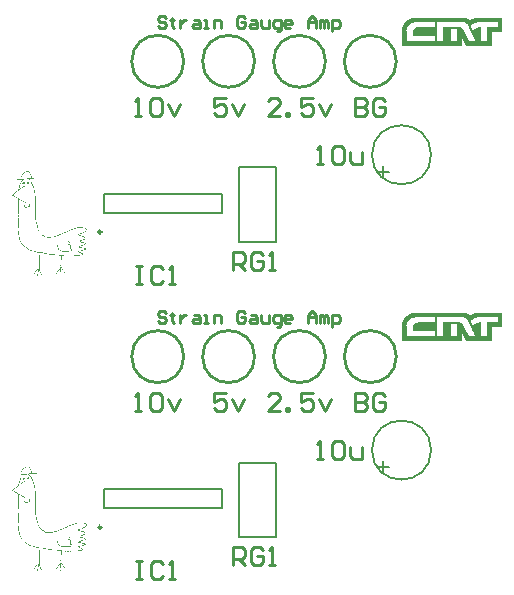
<source format=gto>
%FSLAX44Y44*%
%MOMM*%
G71*
G01*
G75*
G04 Layer_Color=65535*
%ADD10R,1.7000X1.2500*%
%ADD11O,0.7000X2.5000*%
%ADD12C,1.5000*%
%ADD13C,0.5000*%
%ADD14C,7.2200*%
%ADD15R,1.2000X1.2000*%
%ADD16C,1.2000*%
%ADD17R,2.5000X2.5000*%
%ADD18C,2.5000*%
%ADD19C,1.2700*%
%ADD20R,1.2500X1.7000*%
%ADD21R,1.7000X1.1000*%
%ADD22R,2.0320X1.7780*%
%ADD23R,4.8440X7.6200*%
%ADD24C,0.2000*%
%ADD25C,0.2500*%
%ADD26C,0.2540*%
G36*
X90600Y110470D02*
X90860D01*
Y110384D01*
X91033D01*
Y110297D01*
X91119D01*
Y110211D01*
X91206D01*
Y110124D01*
X91379D01*
Y110037D01*
X91466D01*
Y109951D01*
Y109864D01*
X91552D01*
Y109777D01*
X91639D01*
Y109691D01*
X91726D01*
Y109604D01*
X91812D01*
Y109518D01*
Y109431D01*
X91899D01*
Y109345D01*
X91986D01*
Y109258D01*
X92072D01*
Y109171D01*
Y109085D01*
X92159D01*
Y108998D01*
Y108911D01*
X92245D01*
Y108825D01*
Y108738D01*
X92332D01*
Y108652D01*
Y108565D01*
X92419D01*
Y108478D01*
X92505D01*
Y108392D01*
Y108305D01*
X92592D01*
Y108219D01*
X92678D01*
Y108132D01*
Y108045D01*
X92765D01*
Y107959D01*
Y107872D01*
Y107786D01*
X92852D01*
Y107699D01*
Y107612D01*
X92938D01*
Y107526D01*
Y107439D01*
Y107353D01*
X93025D01*
Y107266D01*
Y107179D01*
X93111D01*
Y107093D01*
Y107006D01*
Y106919D01*
X93198D01*
Y106833D01*
Y106746D01*
Y106660D01*
X93285D01*
Y106573D01*
Y106487D01*
X93371D01*
Y106400D01*
Y106313D01*
Y106227D01*
Y106140D01*
X93458D01*
Y106053D01*
Y105967D01*
Y105880D01*
X93544D01*
Y105794D01*
Y105707D01*
Y105620D01*
Y105534D01*
X93631D01*
Y105447D01*
Y105361D01*
Y105274D01*
Y105187D01*
Y105101D01*
Y105014D01*
Y104928D01*
X93718D01*
Y105014D01*
X94324D01*
Y105101D01*
X95103D01*
Y105187D01*
X95536D01*
Y105274D01*
X97355D01*
Y105361D01*
X97442D01*
Y105274D01*
X97615D01*
Y105187D01*
Y105101D01*
Y105014D01*
Y104928D01*
X97528D01*
Y104841D01*
X97442D01*
Y104754D01*
X95536D01*
Y104668D01*
X94930D01*
Y104581D01*
X94151D01*
Y104495D01*
X93718D01*
Y104408D01*
X91379D01*
Y104321D01*
X90946D01*
Y104235D01*
Y104148D01*
X91033D01*
Y104062D01*
X91119D01*
Y103975D01*
X91206D01*
Y103888D01*
X91379D01*
Y103802D01*
X91466D01*
Y103715D01*
X91552D01*
Y103629D01*
X91639D01*
Y103542D01*
X91726D01*
Y103455D01*
Y103369D01*
Y103282D01*
X91812D01*
Y103195D01*
X91899D01*
Y103109D01*
X91986D01*
Y103022D01*
X92072D01*
Y102936D01*
X92159D01*
Y102849D01*
X92245D01*
Y102762D01*
X92419D01*
Y102676D01*
X92505D01*
Y102589D01*
X92592D01*
Y102503D01*
X92678D01*
Y102416D01*
Y102330D01*
X92852D01*
Y102243D01*
X92938D01*
Y102156D01*
Y102070D01*
X93025D01*
Y101983D01*
X93111D01*
Y101896D01*
Y101810D01*
X93198D01*
Y101723D01*
Y101637D01*
Y101550D01*
X93285D01*
Y101463D01*
Y101377D01*
Y101290D01*
X93371D01*
Y101204D01*
Y101117D01*
Y101030D01*
Y100944D01*
X93458D01*
Y100857D01*
Y100771D01*
X93544D01*
Y100684D01*
Y100597D01*
X93631D01*
Y100511D01*
Y100424D01*
Y100337D01*
X93718D01*
Y100251D01*
Y100164D01*
X93804D01*
Y100078D01*
Y99991D01*
X93891D01*
Y99904D01*
X93977D01*
Y99818D01*
X94064D01*
Y99731D01*
X94151D01*
Y99645D01*
X94237D01*
Y99558D01*
X94324D01*
Y99472D01*
Y99385D01*
Y99298D01*
X94410D01*
Y99212D01*
Y99125D01*
Y99038D01*
Y98952D01*
Y98865D01*
X94497D01*
Y98779D01*
Y98692D01*
Y98605D01*
X94584D01*
Y98519D01*
Y98432D01*
Y98346D01*
X94670D01*
Y98259D01*
Y98172D01*
X94757D01*
Y98086D01*
Y97999D01*
Y97913D01*
X94844D01*
Y97826D01*
Y97739D01*
Y97653D01*
Y97566D01*
X94930D01*
Y97480D01*
Y97393D01*
Y97306D01*
X95017D01*
Y97220D01*
Y97133D01*
X95103D01*
Y97046D01*
Y96960D01*
Y96873D01*
X95190D01*
Y96787D01*
Y96700D01*
Y96614D01*
X95277D01*
Y96527D01*
Y96440D01*
Y96354D01*
X95363D01*
Y96267D01*
Y96180D01*
Y96094D01*
X95450D01*
Y96007D01*
Y95921D01*
X95536D01*
Y95834D01*
Y95747D01*
Y95661D01*
X95623D01*
Y95574D01*
Y95488D01*
Y95401D01*
Y95314D01*
Y95228D01*
X95710D01*
Y95141D01*
Y95055D01*
Y94968D01*
X95796D01*
Y94881D01*
Y94795D01*
X95883D01*
Y94708D01*
Y94622D01*
Y94535D01*
X95969D01*
Y94448D01*
X96056D01*
Y94362D01*
Y94275D01*
Y94188D01*
Y94102D01*
X96143D01*
Y94015D01*
Y93929D01*
Y93842D01*
Y93756D01*
Y93669D01*
Y93582D01*
X96056D01*
Y93496D01*
Y93409D01*
Y93322D01*
Y93236D01*
X96143D01*
Y93149D01*
X96229D01*
Y93063D01*
Y92976D01*
Y92889D01*
Y92803D01*
X96316D01*
Y92716D01*
X96229D01*
Y92630D01*
X96316D01*
Y92543D01*
X96229D01*
Y92456D01*
Y92370D01*
Y92283D01*
Y92197D01*
X96316D01*
Y92110D01*
X96229D01*
Y92023D01*
Y91937D01*
X96316D01*
Y91850D01*
Y91764D01*
Y91677D01*
Y91590D01*
Y91504D01*
Y91417D01*
Y91331D01*
Y91244D01*
Y91157D01*
X96402D01*
Y91071D01*
Y90984D01*
Y90898D01*
Y90811D01*
Y90724D01*
Y90638D01*
X96489D01*
Y90551D01*
X96402D01*
Y90464D01*
X96489D01*
Y90378D01*
X96402D01*
Y90291D01*
X96489D01*
Y90205D01*
Y90118D01*
Y90031D01*
Y89945D01*
Y89858D01*
Y89772D01*
Y89685D01*
X96576D01*
Y89599D01*
Y89512D01*
Y89425D01*
X96662D01*
Y89339D01*
Y89252D01*
Y89165D01*
Y89079D01*
X96749D01*
Y88992D01*
Y88906D01*
Y88819D01*
Y88732D01*
Y88646D01*
Y88559D01*
Y88473D01*
Y88386D01*
Y88299D01*
Y88213D01*
Y88126D01*
Y88040D01*
Y87953D01*
Y87866D01*
Y87780D01*
Y87693D01*
Y87607D01*
Y87520D01*
Y87433D01*
Y87347D01*
Y87260D01*
Y87174D01*
Y87087D01*
Y87000D01*
Y86914D01*
Y86827D01*
X96835D01*
Y86741D01*
Y86654D01*
Y86567D01*
Y86481D01*
Y86394D01*
Y86307D01*
Y86221D01*
Y86134D01*
X96922D01*
Y86048D01*
Y85961D01*
Y85875D01*
Y85788D01*
Y85701D01*
Y85615D01*
Y85528D01*
Y85441D01*
Y85355D01*
Y85268D01*
Y85182D01*
Y85095D01*
Y85008D01*
Y84922D01*
Y84835D01*
Y84749D01*
Y84662D01*
Y84575D01*
Y84489D01*
Y84402D01*
Y84316D01*
Y84229D01*
Y84142D01*
Y84056D01*
Y83969D01*
Y83883D01*
Y83796D01*
Y83709D01*
Y83623D01*
Y83536D01*
Y83449D01*
Y83363D01*
Y83276D01*
Y83190D01*
Y83103D01*
Y83017D01*
Y82930D01*
Y82843D01*
Y82757D01*
Y82670D01*
Y82584D01*
Y82497D01*
Y82410D01*
Y82324D01*
Y82237D01*
Y82150D01*
Y82064D01*
Y81977D01*
Y81891D01*
Y81804D01*
Y81717D01*
Y81631D01*
Y81544D01*
Y81458D01*
Y81371D01*
Y81284D01*
Y81198D01*
Y81111D01*
Y81025D01*
Y80938D01*
X96835D01*
Y80851D01*
Y80765D01*
Y80678D01*
Y80592D01*
Y80505D01*
Y80418D01*
Y80332D01*
Y80245D01*
Y80159D01*
Y80072D01*
Y79985D01*
Y79899D01*
Y79812D01*
Y79725D01*
Y79639D01*
Y79552D01*
Y79466D01*
Y79379D01*
Y79292D01*
Y79206D01*
Y79119D01*
Y79033D01*
Y78946D01*
Y78859D01*
Y78773D01*
Y78686D01*
Y78600D01*
Y78513D01*
Y78426D01*
Y78340D01*
Y78253D01*
Y78167D01*
Y78080D01*
Y77993D01*
Y77907D01*
Y77820D01*
Y77734D01*
Y77647D01*
Y77560D01*
Y77474D01*
Y77387D01*
Y77301D01*
Y77214D01*
Y77127D01*
Y77041D01*
Y76954D01*
Y76867D01*
Y76781D01*
Y76694D01*
Y76608D01*
Y76521D01*
Y76434D01*
Y76348D01*
Y76261D01*
Y76175D01*
Y76088D01*
Y76002D01*
Y75915D01*
Y75828D01*
Y75742D01*
Y75655D01*
Y75568D01*
Y75482D01*
Y75395D01*
Y75309D01*
Y75222D01*
Y75135D01*
Y75049D01*
Y74962D01*
Y74876D01*
Y74789D01*
Y74702D01*
Y74616D01*
Y74529D01*
Y74443D01*
Y74356D01*
Y74269D01*
Y74183D01*
Y74096D01*
Y74009D01*
Y73923D01*
X96749D01*
Y73836D01*
X96835D01*
Y73750D01*
X96749D01*
Y73663D01*
X96835D01*
Y73576D01*
Y73490D01*
Y73403D01*
Y73317D01*
Y73230D01*
Y73144D01*
X96749D01*
Y73057D01*
Y72970D01*
X96835D01*
Y72884D01*
Y72797D01*
Y72710D01*
X96749D01*
Y72624D01*
Y72537D01*
X96835D01*
Y72451D01*
X96749D01*
Y72364D01*
X96835D01*
Y72277D01*
X96749D01*
Y72191D01*
Y72104D01*
X96835D01*
Y72018D01*
Y71931D01*
X96749D01*
Y71844D01*
X96835D01*
Y71758D01*
Y71671D01*
Y71585D01*
Y71498D01*
X96922D01*
Y71411D01*
Y71325D01*
Y71238D01*
Y71152D01*
Y71065D01*
Y70978D01*
Y70892D01*
Y70805D01*
Y70719D01*
Y70632D01*
Y70545D01*
Y70459D01*
Y70372D01*
Y70286D01*
Y70199D01*
Y70112D01*
X97009D01*
Y70026D01*
Y69939D01*
Y69852D01*
Y69766D01*
Y69679D01*
Y69593D01*
Y69506D01*
X97095D01*
Y69419D01*
Y69333D01*
Y69246D01*
Y69160D01*
Y69073D01*
X97182D01*
Y68987D01*
Y68900D01*
X97268D01*
Y68813D01*
Y68727D01*
Y68640D01*
Y68553D01*
Y68467D01*
Y68380D01*
Y68294D01*
Y68207D01*
X97355D01*
Y68120D01*
Y68034D01*
Y67947D01*
X97442D01*
Y67861D01*
Y67774D01*
Y67687D01*
Y67601D01*
X97528D01*
Y67514D01*
Y67428D01*
X97615D01*
Y67341D01*
Y67254D01*
Y67168D01*
Y67081D01*
Y66995D01*
Y66908D01*
Y66821D01*
X97702D01*
Y66735D01*
Y66648D01*
Y66561D01*
Y66475D01*
Y66388D01*
Y66302D01*
X97788D01*
Y66215D01*
Y66129D01*
X97875D01*
Y66042D01*
Y65955D01*
Y65869D01*
Y65782D01*
Y65696D01*
Y65609D01*
X97961D01*
Y65522D01*
Y65436D01*
X98048D01*
Y65349D01*
Y65262D01*
X98134D01*
Y65176D01*
Y65089D01*
Y65003D01*
X98221D01*
Y64916D01*
Y64829D01*
X98308D01*
Y64743D01*
Y64656D01*
Y64570D01*
X98394D01*
Y64483D01*
Y64396D01*
X98481D01*
Y64310D01*
Y64223D01*
Y64137D01*
Y64050D01*
X98394D01*
Y63963D01*
X98308D01*
Y63877D01*
Y63790D01*
X98394D01*
Y63704D01*
Y63617D01*
Y63530D01*
X98481D01*
Y63444D01*
Y63357D01*
X98567D01*
Y63271D01*
Y63184D01*
X98654D01*
Y63097D01*
Y63011D01*
Y62924D01*
X98741D01*
Y62838D01*
Y62751D01*
Y62664D01*
Y62578D01*
Y62491D01*
Y62404D01*
Y62318D01*
X98827D01*
Y62231D01*
Y62145D01*
Y62058D01*
Y61971D01*
Y61885D01*
Y61798D01*
Y61712D01*
X98914D01*
Y61625D01*
Y61538D01*
Y61452D01*
Y61365D01*
X99001D01*
Y61279D01*
Y61192D01*
X99087D01*
Y61105D01*
X99174D01*
Y61019D01*
Y60932D01*
Y60846D01*
X99260D01*
Y60759D01*
X99347D01*
Y60672D01*
Y60586D01*
X99434D01*
Y60499D01*
Y60413D01*
X99520D01*
Y60326D01*
Y60239D01*
X99607D01*
Y60153D01*
Y60066D01*
Y59980D01*
X99693D01*
Y59893D01*
Y59806D01*
X99780D01*
Y59720D01*
Y59633D01*
X99867D01*
Y59546D01*
X99953D01*
Y59460D01*
X100040D01*
Y59373D01*
X100213D01*
Y59287D01*
X100300D01*
Y59200D01*
X100386D01*
Y59113D01*
X100560D01*
Y59027D01*
X100646D01*
Y58940D01*
X100733D01*
Y58854D01*
X100906D01*
Y58767D01*
X100992D01*
Y58680D01*
Y58594D01*
X101079D01*
Y58507D01*
X101166D01*
Y58421D01*
X101252D01*
Y58334D01*
X101339D01*
Y58247D01*
X101426D01*
Y58161D01*
Y58074D01*
X101512D01*
Y57988D01*
X101599D01*
Y57901D01*
X101685D01*
Y57814D01*
X101772D01*
Y57728D01*
X101859D01*
Y57641D01*
X101945D01*
Y57555D01*
X102032D01*
Y57468D01*
Y57381D01*
X102118D01*
Y57295D01*
X102205D01*
Y57208D01*
X102292D01*
Y57122D01*
X102465D01*
Y57035D01*
X102638D01*
Y56948D01*
X102811D01*
Y56862D01*
X102984D01*
Y56775D01*
X103158D01*
Y56688D01*
X103244D01*
Y56602D01*
X103331D01*
Y56515D01*
Y56429D01*
Y56342D01*
X103417D01*
Y56255D01*
X103591D01*
Y56169D01*
X103937D01*
Y56082D01*
X104110D01*
Y55996D01*
X104284D01*
Y55909D01*
X104370D01*
Y55823D01*
X104457D01*
Y55736D01*
X104543D01*
Y55649D01*
Y55563D01*
X104630D01*
Y55476D01*
X104803D01*
Y55389D01*
X104890D01*
Y55303D01*
X105236D01*
Y55216D01*
X105756D01*
Y55130D01*
X107228D01*
Y55043D01*
X107401D01*
Y54956D01*
X108181D01*
Y55043D01*
X108614D01*
Y55130D01*
X108700D01*
Y55043D01*
X109047D01*
Y55130D01*
X109133D01*
Y55043D01*
X109307D01*
Y55130D01*
X109393D01*
Y55043D01*
X109480D01*
Y55130D01*
X109913D01*
Y55216D01*
X110346D01*
Y55303D01*
X110865D01*
Y55389D01*
X111558D01*
Y55476D01*
X111905D01*
Y55563D01*
X112078D01*
Y55649D01*
X112251D01*
Y55736D01*
X112684D01*
Y55823D01*
X113117D01*
Y55909D01*
X113377D01*
Y55996D01*
X113637D01*
Y56082D01*
X113983D01*
Y56169D01*
X114330D01*
Y56255D01*
X114503D01*
Y56342D01*
X114763D01*
Y56429D01*
X115022D01*
Y56515D01*
X115196D01*
Y56602D01*
X115456D01*
Y56688D01*
X115715D01*
Y56775D01*
X115802D01*
Y56862D01*
X115975D01*
Y56948D01*
X116235D01*
Y57035D01*
X116408D01*
Y57122D01*
X116581D01*
Y57208D01*
X116755D01*
Y57295D01*
X117101D01*
Y57381D01*
X117274D01*
Y57468D01*
X117448D01*
Y57555D01*
X117534D01*
Y57641D01*
X117794D01*
Y57728D01*
X118140D01*
Y57814D01*
X118400D01*
Y57901D01*
X118747D01*
Y57988D01*
X118920D01*
Y58074D01*
X119180D01*
Y58161D01*
X119439D01*
Y58247D01*
X119613D01*
Y58334D01*
X119786D01*
Y58421D01*
X120046D01*
Y58507D01*
X120219D01*
Y58594D01*
X120392D01*
Y58680D01*
X120479D01*
Y58767D01*
X120738D01*
Y58854D01*
X120912D01*
Y58940D01*
X120998D01*
Y59027D01*
X121172D01*
Y59113D01*
Y59200D01*
X121345D01*
Y59287D01*
X121778D01*
Y59373D01*
X121951D01*
Y59460D01*
X122124D01*
Y59546D01*
X122384D01*
Y59633D01*
X122644D01*
Y59720D01*
X122817D01*
Y59806D01*
X122990D01*
Y59893D01*
X123163D01*
Y59980D01*
X123337D01*
Y60066D01*
X123510D01*
Y60153D01*
X123683D01*
Y60239D01*
X123943D01*
Y60326D01*
X124030D01*
Y60413D01*
X124203D01*
Y60499D01*
X124549D01*
Y60586D01*
X124722D01*
Y60672D01*
X124895D01*
Y60759D01*
X125155D01*
Y60846D01*
X125329D01*
Y60932D01*
X125502D01*
Y61019D01*
X125762D01*
Y61105D01*
X126021D01*
Y61192D01*
X126281D01*
Y61279D01*
X126454D01*
Y61365D01*
X126628D01*
Y61452D01*
X126801D01*
Y61538D01*
X127061D01*
Y61625D01*
X127234D01*
Y61712D01*
X127494D01*
Y61798D01*
X127753D01*
Y61885D01*
X128100D01*
Y61971D01*
X128360D01*
Y62058D01*
X128706D01*
Y62145D01*
X128966D01*
Y62231D01*
X129139D01*
Y62318D01*
X129399D01*
Y62404D01*
X129572D01*
Y62491D01*
X129745D01*
Y62578D01*
X130092D01*
Y62664D01*
X130438D01*
Y62751D01*
X130698D01*
Y62838D01*
X131045D01*
Y62924D01*
X131391D01*
Y63011D01*
X131737D01*
Y63097D01*
X131911D01*
Y63184D01*
X132517D01*
Y63271D01*
X135808D01*
Y63184D01*
X135894D01*
Y63271D01*
X135981D01*
Y63184D01*
X136068D01*
Y63271D01*
X136241D01*
Y63184D01*
X136327D01*
Y63271D01*
X136587D01*
Y63184D01*
X137020D01*
Y63097D01*
X137453D01*
Y63011D01*
X137973D01*
Y62924D01*
X138233D01*
Y62838D01*
X138406D01*
Y62751D01*
X138579D01*
Y62664D01*
X138752D01*
Y62578D01*
X138926D01*
Y62491D01*
X139099D01*
Y62404D01*
X139272D01*
Y62318D01*
X139445D01*
Y62231D01*
X139532D01*
Y62145D01*
X139705D01*
Y62058D01*
Y61971D01*
Y61885D01*
Y61798D01*
Y61712D01*
X139792D01*
Y61625D01*
X139705D01*
Y61538D01*
Y61452D01*
Y61365D01*
X139792D01*
Y61279D01*
Y61192D01*
Y61105D01*
Y61019D01*
X139705D01*
Y60932D01*
Y60846D01*
Y60759D01*
Y60672D01*
X139618D01*
Y60586D01*
Y60499D01*
X139532D01*
Y60413D01*
X139445D01*
Y60326D01*
X139359D01*
Y60239D01*
Y60153D01*
X139272D01*
Y60066D01*
X139185D01*
Y59980D01*
Y59893D01*
X139099D01*
Y59806D01*
X139012D01*
Y59720D01*
X138926D01*
Y59633D01*
X138839D01*
Y59546D01*
X138752D01*
Y59460D01*
Y59373D01*
X138579D01*
Y59287D01*
X138492D01*
Y59200D01*
X138319D01*
Y59113D01*
X138146D01*
Y59027D01*
X137886D01*
Y58940D01*
X137713D01*
Y58854D01*
X137453D01*
Y58767D01*
X137280D01*
Y58680D01*
X137193D01*
Y58594D01*
X137107D01*
Y58507D01*
X136934D01*
Y58421D01*
X136760D01*
Y58334D01*
X136674D01*
Y58247D01*
X136501D01*
Y58161D01*
X136414D01*
Y58074D01*
X136241D01*
Y57988D01*
X136068D01*
Y57901D01*
X135808D01*
Y57814D01*
X135461D01*
Y57728D01*
X135028D01*
Y57641D01*
X134768D01*
Y57555D01*
X134509D01*
Y57468D01*
X134162D01*
Y57381D01*
X133903D01*
Y57295D01*
X133643D01*
Y57208D01*
X133383D01*
Y57122D01*
X133210D01*
Y57035D01*
X133123D01*
Y56948D01*
X133296D01*
Y56862D01*
X133383D01*
Y56775D01*
X133556D01*
Y56688D01*
X133903D01*
Y56602D01*
X134509D01*
Y56515D01*
X134768D01*
Y56429D01*
X135028D01*
Y56342D01*
X135202D01*
Y56255D01*
X135461D01*
Y56169D01*
X136241D01*
Y56082D01*
X136414D01*
Y55996D01*
X136587D01*
Y55909D01*
X136760D01*
Y55823D01*
X136934D01*
Y55736D01*
X137193D01*
Y55649D01*
X137367D01*
Y55563D01*
X137626D01*
Y55476D01*
X137886D01*
Y55389D01*
X138060D01*
Y55303D01*
X138233D01*
Y55216D01*
X138319D01*
Y55130D01*
Y55043D01*
X138406D01*
Y54956D01*
Y54870D01*
X138492D01*
Y54783D01*
Y54697D01*
X138579D01*
Y54610D01*
Y54523D01*
X138666D01*
Y54437D01*
Y54350D01*
Y54264D01*
Y54177D01*
Y54090D01*
Y54004D01*
X138752D01*
Y53917D01*
X138666D01*
Y53831D01*
Y53744D01*
X138752D01*
Y53657D01*
X138666D01*
Y53571D01*
X138752D01*
Y53484D01*
X138666D01*
Y53397D01*
Y53311D01*
X138579D01*
Y53224D01*
X138492D01*
Y53138D01*
X138406D01*
Y53051D01*
X138319D01*
Y52965D01*
X138060D01*
Y52878D01*
X137453D01*
Y52791D01*
X137193D01*
Y52705D01*
X136934D01*
Y52618D01*
X136847D01*
Y52531D01*
X136674D01*
Y52445D01*
X136587D01*
Y52358D01*
X136501D01*
Y52272D01*
X136414D01*
Y52185D01*
X136241D01*
Y52098D01*
X136068D01*
Y52012D01*
X135894D01*
Y51925D01*
X135635D01*
Y51839D01*
X135115D01*
Y51752D01*
X134855D01*
Y51665D01*
X134595D01*
Y51579D01*
X134509D01*
Y51492D01*
Y51406D01*
X134682D01*
Y51319D01*
X134768D01*
Y51232D01*
X134855D01*
Y51146D01*
X134942D01*
Y51059D01*
Y50973D01*
X135115D01*
Y50886D01*
X136327D01*
Y50799D01*
X136501D01*
Y50713D01*
X136760D01*
Y50626D01*
X137107D01*
Y50539D01*
X137367D01*
Y50453D01*
X137800D01*
Y50366D01*
X138146D01*
Y50280D01*
X138319D01*
Y50193D01*
X138406D01*
Y50107D01*
X138492D01*
Y50020D01*
X138666D01*
Y49933D01*
X138752D01*
Y49847D01*
Y49760D01*
X138839D01*
Y49674D01*
Y49587D01*
X138926D01*
Y49500D01*
Y49414D01*
X139012D01*
Y49327D01*
X138926D01*
Y49240D01*
X139012D01*
Y49154D01*
X138926D01*
Y49067D01*
Y48981D01*
Y48894D01*
X138839D01*
Y48807D01*
X138752D01*
Y48721D01*
X138666D01*
Y48634D01*
X138492D01*
Y48548D01*
X138319D01*
Y48461D01*
X137973D01*
Y48375D01*
X137713D01*
Y48288D01*
X137453D01*
Y48201D01*
X137020D01*
Y48115D01*
X136760D01*
Y48028D01*
X136501D01*
Y47941D01*
X136327D01*
Y47855D01*
X136068D01*
Y47768D01*
X135894D01*
Y47682D01*
X135635D01*
Y47595D01*
X135548D01*
Y47508D01*
X135375D01*
Y47422D01*
X135202D01*
Y47335D01*
X134942D01*
Y47249D01*
X134855D01*
Y47162D01*
X134768D01*
Y47075D01*
X134509D01*
Y46989D01*
X134249D01*
Y46902D01*
X133989D01*
Y46816D01*
X133643D01*
Y46729D01*
Y46642D01*
X133989D01*
Y46556D01*
X134509D01*
Y46469D01*
X134855D01*
Y46382D01*
X135115D01*
Y46296D01*
X135461D01*
Y46209D01*
X135808D01*
Y46123D01*
X136241D01*
Y46036D01*
X136674D01*
Y45950D01*
X137020D01*
Y45863D01*
X137367D01*
Y45776D01*
X137626D01*
Y45690D01*
X137800D01*
Y45603D01*
X138060D01*
Y45517D01*
X138406D01*
Y45430D01*
X138752D01*
Y45343D01*
X139012D01*
Y45257D01*
X139185D01*
Y45170D01*
X139359D01*
Y45083D01*
X139532D01*
Y44997D01*
X139618D01*
Y44910D01*
Y44824D01*
Y44737D01*
Y44650D01*
Y44564D01*
X139532D01*
Y44477D01*
X139445D01*
Y44391D01*
X139359D01*
Y44304D01*
X138926D01*
Y44217D01*
X138060D01*
Y44131D01*
X137626D01*
Y44044D01*
X137453D01*
Y43958D01*
X137193D01*
Y43871D01*
X137020D01*
Y43784D01*
X136934D01*
Y43698D01*
X136760D01*
Y43611D01*
X136587D01*
Y43525D01*
X136414D01*
Y43438D01*
X136154D01*
Y43351D01*
X135808D01*
Y43265D01*
X135461D01*
Y43178D01*
X135202D01*
Y43092D01*
X135115D01*
Y43178D01*
X135028D01*
Y43092D01*
X134942D01*
Y43178D01*
X134855D01*
Y43092D01*
X134509D01*
Y43005D01*
X133903D01*
Y42918D01*
X133469D01*
Y42832D01*
X133123D01*
Y42745D01*
X133210D01*
Y42659D01*
X133383D01*
Y42572D01*
X133556D01*
Y42485D01*
X133729D01*
Y42399D01*
X133903D01*
Y42312D01*
X134162D01*
Y42225D01*
X134335D01*
Y42139D01*
X134595D01*
Y42052D01*
X134768D01*
Y41966D01*
X134942D01*
Y41879D01*
X135202D01*
Y41792D01*
X135288D01*
Y41706D01*
X135548D01*
Y41619D01*
Y41533D01*
X135721D01*
Y41446D01*
X135894D01*
Y41359D01*
X136068D01*
Y41273D01*
X136241D01*
Y41186D01*
X136327D01*
Y41100D01*
X136414D01*
Y41013D01*
X136501D01*
Y40926D01*
X136587D01*
Y40840D01*
X136674D01*
Y40753D01*
Y40667D01*
Y40580D01*
Y40493D01*
Y40407D01*
Y40320D01*
X136587D01*
Y40233D01*
X136501D01*
Y40147D01*
X136414D01*
Y40060D01*
X136327D01*
Y39974D01*
X136068D01*
Y39887D01*
X135894D01*
Y39801D01*
X135808D01*
Y39714D01*
X135635D01*
Y39627D01*
X135461D01*
Y39541D01*
X135202D01*
Y39454D01*
X134595D01*
Y39367D01*
X133383D01*
Y39281D01*
X133036D01*
Y39194D01*
X132603D01*
Y39108D01*
X132170D01*
Y39021D01*
X130005D01*
Y38935D01*
X129312D01*
Y38848D01*
X129226D01*
Y38935D01*
X129139D01*
Y38848D01*
X129053D01*
Y38935D01*
X128879D01*
Y38848D01*
X128793D01*
Y38935D01*
X128706D01*
Y38848D01*
X128187D01*
Y38761D01*
X128100D01*
Y38848D01*
X128013D01*
Y38761D01*
X127927D01*
Y38848D01*
X127753D01*
Y38761D01*
X127061D01*
Y38848D01*
X126974D01*
Y38761D01*
X126368D01*
Y38848D01*
X126281D01*
Y38761D01*
X125329D01*
Y38848D01*
X125242D01*
Y38761D01*
X125069D01*
Y38848D01*
X124982D01*
Y38761D01*
X124895D01*
Y38848D01*
X124809D01*
Y38761D01*
X124722D01*
Y38848D01*
X124636D01*
Y38761D01*
X124462D01*
Y38848D01*
X124376D01*
Y38761D01*
X124030D01*
Y38848D01*
X123943D01*
Y38761D01*
X123770D01*
Y38848D01*
X123683D01*
Y38761D01*
X123337D01*
Y38848D01*
X123250D01*
Y38761D01*
X122817D01*
Y38848D01*
X122730D01*
Y38761D01*
X122384D01*
Y38848D01*
X122297D01*
Y38761D01*
X122124D01*
Y38848D01*
X122038D01*
Y38761D01*
X121691D01*
Y38848D01*
X121605D01*
Y38761D01*
X121518D01*
Y38848D01*
X121431D01*
Y38761D01*
X121345D01*
Y38848D01*
X120652D01*
Y38935D01*
X120132D01*
Y39021D01*
X119613D01*
Y39108D01*
X118833D01*
Y39021D01*
Y38935D01*
Y38848D01*
Y38761D01*
Y38675D01*
Y38588D01*
Y38501D01*
Y38415D01*
Y38328D01*
Y38242D01*
Y38155D01*
X118747D01*
Y38068D01*
Y37982D01*
Y37895D01*
Y37809D01*
X118660D01*
Y37722D01*
Y37635D01*
Y37549D01*
Y37462D01*
Y37376D01*
Y37289D01*
X118573D01*
Y37202D01*
Y37116D01*
Y37029D01*
Y36943D01*
Y36856D01*
Y36769D01*
Y36683D01*
X118487D01*
Y36596D01*
Y36509D01*
X118573D01*
Y36423D01*
X118487D01*
Y36336D01*
X118573D01*
Y36250D01*
X118487D01*
Y36163D01*
Y36077D01*
X118573D01*
Y35990D01*
X118487D01*
Y35903D01*
X118573D01*
Y35817D01*
X118487D01*
Y35730D01*
Y35643D01*
Y35557D01*
X118400D01*
Y35470D01*
X118487D01*
Y35384D01*
Y35297D01*
Y35210D01*
Y35124D01*
X118400D01*
Y35037D01*
X118487D01*
Y34951D01*
Y34864D01*
Y34777D01*
Y34691D01*
Y34604D01*
Y34518D01*
Y34431D01*
Y34344D01*
X118400D01*
Y34258D01*
Y34171D01*
X118487D01*
Y34085D01*
X118400D01*
Y33998D01*
X118487D01*
Y33911D01*
X118400D01*
Y33825D01*
Y33738D01*
Y33651D01*
Y33565D01*
Y33478D01*
Y33392D01*
X118314D01*
Y33305D01*
Y33219D01*
Y33132D01*
Y33045D01*
Y32959D01*
Y32872D01*
Y32785D01*
X118227D01*
Y32699D01*
X118314D01*
Y32612D01*
X118227D01*
Y32526D01*
Y32439D01*
Y32352D01*
Y32266D01*
Y32179D01*
X118140D01*
Y32093D01*
X118227D01*
Y32006D01*
Y31919D01*
Y31833D01*
Y31746D01*
Y31660D01*
X118140D01*
Y31573D01*
Y31486D01*
Y31400D01*
Y31313D01*
Y31227D01*
Y31140D01*
Y31053D01*
Y30967D01*
Y30880D01*
Y30794D01*
Y30707D01*
Y30620D01*
Y30534D01*
Y30447D01*
Y30361D01*
X118227D01*
Y30274D01*
Y30187D01*
X118314D01*
Y30101D01*
Y30014D01*
Y29927D01*
Y29841D01*
X118400D01*
Y29754D01*
Y29668D01*
Y29581D01*
Y29495D01*
X118487D01*
Y29408D01*
X118573D01*
Y29321D01*
Y29235D01*
Y29148D01*
X118660D01*
Y29062D01*
X118747D01*
Y28975D01*
Y28888D01*
X118920D01*
Y28802D01*
Y28715D01*
X119006D01*
Y28628D01*
X119093D01*
Y28542D01*
Y28455D01*
X119180D01*
Y28369D01*
Y28282D01*
Y28195D01*
X119266D01*
Y28109D01*
X119353D01*
Y28022D01*
X119439D01*
Y27936D01*
Y27849D01*
X119526D01*
Y27762D01*
Y27676D01*
X119613D01*
Y27589D01*
X119699D01*
Y27503D01*
Y27416D01*
Y27329D01*
X119786D01*
Y27243D01*
Y27156D01*
X119872D01*
Y27070D01*
X119959D01*
Y26983D01*
Y26896D01*
X120046D01*
Y26810D01*
X120132D01*
Y26723D01*
X120219D01*
Y26637D01*
X120306D01*
Y26550D01*
X120392D01*
Y26463D01*
X120479D01*
Y26377D01*
X120565D01*
Y26290D01*
X120652D01*
Y26203D01*
X120825D01*
Y26117D01*
X120912D01*
Y26030D01*
X120998D01*
Y25944D01*
Y25857D01*
X121085D01*
Y25770D01*
X121172D01*
Y25684D01*
Y25597D01*
X121258D01*
Y25511D01*
X121345D01*
Y25424D01*
Y25338D01*
X121431D01*
Y25251D01*
Y25164D01*
X121518D01*
Y25078D01*
Y24991D01*
X121605D01*
Y24904D01*
X121691D01*
Y24818D01*
X121778D01*
Y24731D01*
X121864D01*
Y24645D01*
Y24558D01*
Y24471D01*
X121778D01*
Y24385D01*
X121605D01*
Y24298D01*
X121518D01*
Y24385D01*
X121345D01*
Y24471D01*
X121258D01*
Y24558D01*
Y24645D01*
X121172D01*
Y24731D01*
X121085D01*
Y24818D01*
Y24904D01*
X120998D01*
Y24991D01*
Y25078D01*
X120912D01*
Y25164D01*
Y25251D01*
X120825D01*
Y25338D01*
X120738D01*
Y25424D01*
Y25511D01*
X120652D01*
Y25597D01*
Y25684D01*
X120565D01*
Y25770D01*
X120479D01*
Y25857D01*
X120306D01*
Y25944D01*
X120219D01*
Y26030D01*
X120132D01*
Y26117D01*
X120046D01*
Y26203D01*
X119959D01*
Y26290D01*
X119872D01*
Y26377D01*
X119786D01*
Y26463D01*
X119699D01*
Y26550D01*
X119613D01*
Y26637D01*
X119526D01*
Y26723D01*
Y26810D01*
X119439D01*
Y26896D01*
Y26983D01*
X119353D01*
Y27070D01*
X119266D01*
Y27156D01*
Y27243D01*
Y27329D01*
X119180D01*
Y27416D01*
X119093D01*
Y27503D01*
Y27589D01*
X119006D01*
Y27676D01*
Y27762D01*
X118920D01*
Y27849D01*
Y27936D01*
X118747D01*
Y28022D01*
Y28109D01*
X118660D01*
Y28195D01*
Y28282D01*
X118573D01*
Y28369D01*
Y28455D01*
X118487D01*
Y28542D01*
X118400D01*
Y28628D01*
Y28715D01*
X118314D01*
Y28802D01*
X118227D01*
Y28888D01*
Y28975D01*
X118140D01*
Y28888D01*
Y28802D01*
Y28715D01*
X118054D01*
Y28628D01*
Y28542D01*
Y28455D01*
Y28369D01*
Y28282D01*
Y28195D01*
X117967D01*
Y28109D01*
X118054D01*
Y28022D01*
X117967D01*
Y27936D01*
Y27849D01*
Y27762D01*
Y27676D01*
Y27589D01*
Y27503D01*
Y27416D01*
Y27329D01*
Y27243D01*
Y27156D01*
Y27070D01*
Y26983D01*
Y26896D01*
Y26810D01*
Y26723D01*
Y26637D01*
Y26550D01*
Y26463D01*
Y26377D01*
Y26290D01*
Y26203D01*
Y26117D01*
X118054D01*
Y26030D01*
Y25944D01*
Y25857D01*
Y25770D01*
Y25684D01*
Y25597D01*
Y25511D01*
X118140D01*
Y25424D01*
Y25338D01*
Y25251D01*
X118227D01*
Y25164D01*
Y25078D01*
Y24991D01*
Y24904D01*
Y24818D01*
X118314D01*
Y24731D01*
X118227D01*
Y24645D01*
Y24558D01*
Y24471D01*
Y24385D01*
Y24298D01*
Y24212D01*
Y24125D01*
Y24038D01*
Y23952D01*
Y23865D01*
Y23779D01*
Y23692D01*
Y23605D01*
Y23519D01*
Y23432D01*
Y23345D01*
Y23259D01*
Y23172D01*
Y23086D01*
Y22999D01*
X118140D01*
Y22912D01*
Y22826D01*
Y22739D01*
Y22653D01*
Y22566D01*
Y22480D01*
X118054D01*
Y22393D01*
X117967D01*
Y22306D01*
X117880D01*
Y22393D01*
X117707D01*
Y22480D01*
Y22566D01*
Y22653D01*
X117621D01*
Y22739D01*
Y22826D01*
Y22912D01*
X117707D01*
Y22999D01*
Y23086D01*
Y23172D01*
Y23259D01*
Y23345D01*
Y23432D01*
Y23519D01*
Y23605D01*
Y23692D01*
Y23779D01*
Y23865D01*
Y23952D01*
Y24038D01*
Y24125D01*
Y24212D01*
Y24298D01*
Y24385D01*
Y24471D01*
X117794D01*
Y24558D01*
Y24645D01*
Y24731D01*
Y24818D01*
Y24904D01*
X117707D01*
Y24991D01*
Y25078D01*
Y25164D01*
Y25251D01*
X117621D01*
Y25338D01*
Y25424D01*
Y25511D01*
Y25597D01*
Y25684D01*
Y25770D01*
Y25857D01*
X117534D01*
Y25944D01*
Y26030D01*
Y26117D01*
X117448D01*
Y26203D01*
Y26290D01*
Y26377D01*
Y26463D01*
Y26550D01*
Y26637D01*
Y26723D01*
Y26810D01*
Y26896D01*
Y26983D01*
Y27070D01*
Y27156D01*
Y27243D01*
Y27329D01*
Y27416D01*
Y27503D01*
Y27589D01*
Y27676D01*
Y27762D01*
Y27849D01*
Y27936D01*
Y28022D01*
X117534D01*
Y28109D01*
X117361D01*
Y28022D01*
X117274D01*
Y27936D01*
X117188D01*
Y27849D01*
X117101D01*
Y27762D01*
X117014D01*
Y27676D01*
X116928D01*
Y27589D01*
Y27503D01*
X116841D01*
Y27416D01*
X116755D01*
Y27329D01*
Y27243D01*
X116668D01*
Y27156D01*
Y27070D01*
X116581D01*
Y26983D01*
X116495D01*
Y26896D01*
X116408D01*
Y26810D01*
Y26723D01*
X116322D01*
Y26637D01*
X116235D01*
Y26550D01*
Y26463D01*
X116148D01*
Y26377D01*
X116062D01*
Y26290D01*
X115975D01*
Y26203D01*
X115889D01*
Y26117D01*
X115802D01*
Y26030D01*
Y25944D01*
X115715D01*
Y25857D01*
X115629D01*
Y25770D01*
X115542D01*
Y25684D01*
X115456D01*
Y25597D01*
Y25511D01*
X115369D01*
Y25424D01*
Y25338D01*
X115282D01*
Y25251D01*
Y25164D01*
X115196D01*
Y25078D01*
X115109D01*
Y24991D01*
Y24904D01*
X115022D01*
Y24818D01*
X114936D01*
Y24731D01*
X114849D01*
Y24645D01*
Y24558D01*
X114763D01*
Y24471D01*
X114676D01*
Y24385D01*
Y24298D01*
X114590D01*
Y24212D01*
Y24125D01*
X114503D01*
Y24038D01*
Y23952D01*
Y23865D01*
X114416D01*
Y23779D01*
Y23692D01*
X114330D01*
Y23605D01*
X114070D01*
Y23692D01*
X113983D01*
Y23779D01*
Y23865D01*
Y23952D01*
Y24038D01*
Y24125D01*
X114070D01*
Y24212D01*
Y24298D01*
X114157D01*
Y24385D01*
Y24471D01*
X114243D01*
Y24558D01*
Y24645D01*
Y24731D01*
X114330D01*
Y24818D01*
X114416D01*
Y24904D01*
X114503D01*
Y24991D01*
Y25078D01*
X114590D01*
Y25164D01*
X114676D01*
Y25251D01*
X114763D01*
Y25338D01*
Y25424D01*
X114849D01*
Y25511D01*
Y25597D01*
X114936D01*
Y25684D01*
Y25770D01*
X115022D01*
Y25857D01*
Y25944D01*
X115109D01*
Y26030D01*
X115196D01*
Y26117D01*
X115282D01*
Y26203D01*
X115369D01*
Y26290D01*
X115456D01*
Y26377D01*
Y26463D01*
X115542D01*
Y26550D01*
X115629D01*
Y26637D01*
X115715D01*
Y26723D01*
X115802D01*
Y26810D01*
Y26896D01*
X115889D01*
Y26983D01*
X115975D01*
Y27070D01*
Y27156D01*
X116062D01*
Y27243D01*
X116148D01*
Y27329D01*
X116235D01*
Y27416D01*
Y27503D01*
X116322D01*
Y27589D01*
Y27676D01*
X116408D01*
Y27762D01*
Y27849D01*
X116495D01*
Y27936D01*
X116581D01*
Y28022D01*
X116668D01*
Y28109D01*
X116755D01*
Y28195D01*
X116841D01*
Y28282D01*
X116928D01*
Y28369D01*
X117014D01*
Y28455D01*
X117101D01*
Y28542D01*
X117188D01*
Y28628D01*
X117274D01*
Y28715D01*
X117361D01*
Y28802D01*
X117448D01*
Y28888D01*
X117534D01*
Y28975D01*
Y29062D01*
X117621D01*
Y29148D01*
Y29235D01*
Y29321D01*
Y29408D01*
X117707D01*
Y29495D01*
Y29581D01*
X117621D01*
Y29668D01*
X117707D01*
Y29754D01*
X117621D01*
Y29841D01*
Y29927D01*
X117707D01*
Y30014D01*
Y30101D01*
Y30187D01*
Y30274D01*
Y30361D01*
X117621D01*
Y30447D01*
Y30534D01*
Y30620D01*
Y30707D01*
Y30794D01*
Y30880D01*
Y30967D01*
Y31053D01*
Y31140D01*
Y31227D01*
Y31313D01*
Y31400D01*
X117707D01*
Y31486D01*
Y31573D01*
Y31660D01*
Y31746D01*
Y31833D01*
Y31919D01*
Y32006D01*
Y32093D01*
Y32179D01*
Y32266D01*
Y32352D01*
Y32439D01*
Y32526D01*
X117794D01*
Y32612D01*
Y32699D01*
Y32785D01*
Y32872D01*
Y32959D01*
Y33045D01*
Y33132D01*
Y33219D01*
Y33305D01*
X117880D01*
Y33392D01*
Y33478D01*
Y33565D01*
Y33651D01*
Y33738D01*
Y33825D01*
X117967D01*
Y33911D01*
Y33998D01*
Y34085D01*
Y34171D01*
Y34258D01*
Y34344D01*
Y34431D01*
Y34518D01*
Y34604D01*
Y34691D01*
Y34777D01*
Y34864D01*
Y34951D01*
Y35037D01*
Y35124D01*
Y35210D01*
Y35297D01*
Y35384D01*
Y35470D01*
Y35557D01*
Y35643D01*
Y35730D01*
Y35817D01*
X118054D01*
Y35903D01*
Y35990D01*
Y36077D01*
Y36163D01*
Y36250D01*
Y36336D01*
Y36423D01*
Y36509D01*
Y36596D01*
Y36683D01*
Y36769D01*
Y36856D01*
Y36943D01*
Y37029D01*
Y37116D01*
Y37202D01*
X118140D01*
Y37289D01*
Y37376D01*
Y37462D01*
Y37549D01*
Y37635D01*
X118227D01*
Y37722D01*
Y37809D01*
Y37895D01*
Y37982D01*
Y38068D01*
Y38155D01*
X118314D01*
Y38242D01*
Y38328D01*
Y38415D01*
Y38501D01*
Y38588D01*
Y38675D01*
Y38761D01*
Y38848D01*
Y38935D01*
Y39021D01*
Y39108D01*
Y39194D01*
Y39281D01*
X118227D01*
Y39194D01*
X118140D01*
Y39281D01*
X117274D01*
Y39367D01*
X116668D01*
Y39454D01*
X115975D01*
Y39541D01*
X115629D01*
Y39627D01*
X114590D01*
Y39714D01*
X113983D01*
Y39801D01*
X113897D01*
Y39714D01*
X113810D01*
Y39801D01*
X113723D01*
Y39714D01*
X113550D01*
Y39801D01*
X113464D01*
Y39714D01*
X113290D01*
Y39801D01*
X113204D01*
Y39714D01*
X112944D01*
Y39801D01*
X112251D01*
Y39887D01*
X111645D01*
Y39974D01*
X111472D01*
Y39887D01*
X111385D01*
Y39974D01*
X111299D01*
Y39887D01*
X111212D01*
Y39974D01*
X111039D01*
Y39887D01*
X110952D01*
Y39974D01*
X110259D01*
Y40060D01*
X109913D01*
Y40147D01*
X109393D01*
Y40233D01*
X108787D01*
Y40320D01*
X108614D01*
Y40233D01*
X108354D01*
Y40320D01*
X108181D01*
Y40233D01*
X108094D01*
Y40320D01*
X107575D01*
Y40407D01*
X107228D01*
Y40493D01*
X106882D01*
Y40580D01*
X106535D01*
Y40667D01*
X106275D01*
Y40753D01*
X105842D01*
Y40840D01*
X105323D01*
Y40926D01*
X104543D01*
Y41013D01*
X104457D01*
Y40926D01*
X104370D01*
Y41013D01*
X103937D01*
Y41100D01*
X103591D01*
Y41186D01*
X102898D01*
Y41273D01*
X102638D01*
Y41359D01*
X102378D01*
Y41446D01*
X101772D01*
Y41533D01*
X100906D01*
Y41619D01*
X100560D01*
Y41533D01*
X100646D01*
Y41446D01*
Y41359D01*
Y41273D01*
Y41186D01*
Y41100D01*
Y41013D01*
Y40926D01*
Y40840D01*
Y40753D01*
Y40667D01*
Y40580D01*
X100560D01*
Y40493D01*
Y40407D01*
Y40320D01*
Y40233D01*
Y40147D01*
Y40060D01*
X100473D01*
Y39974D01*
Y39887D01*
Y39801D01*
X100386D01*
Y39714D01*
Y39627D01*
Y39541D01*
Y39454D01*
Y39367D01*
X100300D01*
Y39281D01*
Y39194D01*
Y39108D01*
Y39021D01*
Y38935D01*
Y38848D01*
X100213D01*
Y38761D01*
Y38675D01*
Y38588D01*
Y38501D01*
Y38415D01*
Y38328D01*
X100126D01*
Y38242D01*
Y38155D01*
Y38068D01*
Y37982D01*
Y37895D01*
Y37809D01*
Y37722D01*
Y37635D01*
Y37549D01*
Y37462D01*
Y37376D01*
Y37289D01*
Y37202D01*
Y37116D01*
Y37029D01*
Y36943D01*
Y36856D01*
Y36769D01*
Y36683D01*
Y36596D01*
Y36509D01*
Y36423D01*
Y36336D01*
Y36250D01*
Y36163D01*
Y36077D01*
Y35990D01*
Y35903D01*
Y35817D01*
Y35730D01*
Y35643D01*
Y35557D01*
Y35470D01*
Y35384D01*
Y35297D01*
Y35210D01*
Y35124D01*
Y35037D01*
Y34951D01*
Y34864D01*
Y34777D01*
Y34691D01*
Y34604D01*
Y34518D01*
Y34431D01*
Y34344D01*
Y34258D01*
Y34171D01*
Y34085D01*
Y33998D01*
Y33911D01*
Y33825D01*
Y33738D01*
Y33651D01*
Y33565D01*
Y33478D01*
Y33392D01*
Y33305D01*
Y33219D01*
Y33132D01*
Y33045D01*
Y32959D01*
Y32872D01*
X100213D01*
Y32785D01*
Y32699D01*
Y32612D01*
Y32526D01*
X100300D01*
Y32439D01*
X100213D01*
Y32352D01*
X100300D01*
Y32266D01*
Y32179D01*
Y32093D01*
Y32006D01*
Y31919D01*
Y31833D01*
X100386D01*
Y31746D01*
Y31660D01*
Y31573D01*
Y31486D01*
Y31400D01*
Y31313D01*
Y31227D01*
Y31140D01*
Y31053D01*
Y30967D01*
Y30880D01*
Y30794D01*
Y30707D01*
Y30620D01*
Y30534D01*
Y30447D01*
Y30361D01*
Y30274D01*
Y30187D01*
X100300D01*
Y30101D01*
Y30014D01*
Y29927D01*
Y29841D01*
X100213D01*
Y29754D01*
Y29668D01*
X100300D01*
Y29581D01*
Y29495D01*
Y29408D01*
Y29321D01*
Y29235D01*
Y29148D01*
Y29062D01*
Y28975D01*
Y28888D01*
Y28802D01*
Y28715D01*
X100213D01*
Y28628D01*
X100300D01*
Y28542D01*
X100213D01*
Y28455D01*
Y28369D01*
X100300D01*
Y28282D01*
X100213D01*
Y28195D01*
X100300D01*
Y28109D01*
X100213D01*
Y28022D01*
Y27936D01*
X100300D01*
Y27849D01*
X100213D01*
Y27762D01*
X100300D01*
Y27676D01*
X100213D01*
Y27589D01*
Y27503D01*
X100300D01*
Y27416D01*
Y27329D01*
Y27243D01*
Y27156D01*
Y27070D01*
Y26983D01*
Y26896D01*
X100386D01*
Y26810D01*
Y26723D01*
Y26637D01*
Y26550D01*
X100473D01*
Y26463D01*
Y26377D01*
X100560D01*
Y26290D01*
Y26203D01*
Y26117D01*
X100646D01*
Y26030D01*
Y25944D01*
X100733D01*
Y25857D01*
Y25770D01*
X100819D01*
Y25684D01*
Y25597D01*
X100906D01*
Y25511D01*
Y25424D01*
Y25338D01*
X100992D01*
Y25251D01*
Y25164D01*
X101079D01*
Y25078D01*
Y24991D01*
Y24904D01*
X101166D01*
Y24818D01*
Y24731D01*
Y24645D01*
X101252D01*
Y24558D01*
Y24471D01*
Y24385D01*
X101339D01*
Y24298D01*
Y24212D01*
Y24125D01*
X101426D01*
Y24038D01*
X101512D01*
Y23952D01*
Y23865D01*
X101599D01*
Y23779D01*
X101685D01*
Y23692D01*
Y23605D01*
X101772D01*
Y23519D01*
Y23432D01*
X101859D01*
Y23345D01*
Y23259D01*
X101945D01*
Y23172D01*
X102032D01*
Y23086D01*
X101945D01*
Y22999D01*
Y22912D01*
X101772D01*
Y22826D01*
X101685D01*
Y22912D01*
X101512D01*
Y22999D01*
Y23086D01*
X101426D01*
Y23172D01*
X101339D01*
Y23259D01*
Y23345D01*
Y23432D01*
X101252D01*
Y23519D01*
X101166D01*
Y23605D01*
X101079D01*
Y23692D01*
Y23779D01*
X100992D01*
Y23865D01*
Y23952D01*
X100906D01*
Y24038D01*
Y24125D01*
X100819D01*
Y24212D01*
Y24298D01*
Y24385D01*
X100733D01*
Y24471D01*
Y24558D01*
X100646D01*
Y24645D01*
Y24731D01*
Y24818D01*
X100560D01*
Y24904D01*
Y24991D01*
Y25078D01*
X100473D01*
Y25164D01*
Y25251D01*
Y25338D01*
X100386D01*
Y25424D01*
Y25511D01*
X100300D01*
Y25597D01*
Y25684D01*
X100213D01*
Y25770D01*
Y25857D01*
Y25944D01*
X100126D01*
Y26030D01*
Y26117D01*
X100040D01*
Y26203D01*
Y26290D01*
X99953D01*
Y26377D01*
Y26463D01*
Y26550D01*
X99867D01*
Y26637D01*
Y26723D01*
Y26810D01*
Y26896D01*
Y26983D01*
X99780D01*
Y27070D01*
Y27156D01*
Y27243D01*
Y27329D01*
Y27416D01*
Y27503D01*
X99693D01*
Y27416D01*
Y27329D01*
Y27243D01*
X99607D01*
Y27156D01*
Y27070D01*
X99520D01*
Y26983D01*
Y26896D01*
X99434D01*
Y26810D01*
Y26723D01*
Y26637D01*
X99347D01*
Y26550D01*
Y26463D01*
X99260D01*
Y26377D01*
Y26290D01*
Y26203D01*
X99174D01*
Y26117D01*
Y26030D01*
Y25944D01*
Y25857D01*
X99087D01*
Y25770D01*
Y25684D01*
Y25597D01*
X99001D01*
Y25511D01*
Y25424D01*
Y25338D01*
Y25251D01*
X98914D01*
Y25164D01*
Y25078D01*
Y24991D01*
Y24904D01*
X98827D01*
Y24818D01*
Y24731D01*
Y24645D01*
Y24558D01*
X98741D01*
Y24471D01*
Y24385D01*
Y24298D01*
Y24212D01*
Y24125D01*
X98654D01*
Y24038D01*
Y23952D01*
Y23865D01*
Y23779D01*
Y23692D01*
Y23605D01*
Y23519D01*
Y23432D01*
Y23345D01*
Y23259D01*
X98567D01*
Y23172D01*
Y23086D01*
Y22999D01*
Y22912D01*
Y22826D01*
X98481D01*
Y22739D01*
Y22653D01*
Y22566D01*
X98394D01*
Y22480D01*
X98134D01*
Y22566D01*
X98048D01*
Y22653D01*
Y22739D01*
Y22826D01*
Y22912D01*
Y22999D01*
Y23086D01*
Y23172D01*
X98134D01*
Y23259D01*
Y23345D01*
Y23432D01*
Y23519D01*
Y23605D01*
Y23692D01*
Y23779D01*
Y23865D01*
X98221D01*
Y23952D01*
X98134D01*
Y24038D01*
X98221D01*
Y24125D01*
Y24212D01*
Y24298D01*
Y24385D01*
Y24471D01*
X98308D01*
Y24558D01*
Y24645D01*
Y24731D01*
Y24818D01*
Y24904D01*
X98394D01*
Y24991D01*
Y25078D01*
Y25164D01*
Y25251D01*
Y25338D01*
X98481D01*
Y25424D01*
X98567D01*
Y25511D01*
Y25597D01*
Y25684D01*
Y25770D01*
Y25857D01*
X98654D01*
Y25944D01*
Y26030D01*
Y26117D01*
X98741D01*
Y26203D01*
Y26290D01*
Y26377D01*
Y26463D01*
X98827D01*
Y26550D01*
Y26637D01*
X98914D01*
Y26723D01*
Y26810D01*
Y26896D01*
Y26983D01*
X99001D01*
Y27070D01*
Y27156D01*
X99087D01*
Y27243D01*
Y27329D01*
Y27416D01*
X99174D01*
Y27503D01*
Y27589D01*
X99087D01*
Y27503D01*
X98914D01*
Y27416D01*
X98741D01*
Y27329D01*
X98567D01*
Y27243D01*
X98481D01*
Y27156D01*
X98308D01*
Y27070D01*
X98221D01*
Y26983D01*
X98048D01*
Y26896D01*
X97961D01*
Y26810D01*
X97788D01*
Y26723D01*
X97702D01*
Y26637D01*
X97615D01*
Y26550D01*
X97528D01*
Y26463D01*
X97442D01*
Y26377D01*
X97355D01*
Y26290D01*
X97182D01*
Y26203D01*
X97095D01*
Y26117D01*
X97009D01*
Y26030D01*
X96922D01*
Y25944D01*
X96835D01*
Y25857D01*
Y25770D01*
X96749D01*
Y25684D01*
X96662D01*
Y25597D01*
Y25511D01*
X96576D01*
Y25424D01*
X96489D01*
Y25338D01*
Y25251D01*
X96402D01*
Y25164D01*
Y25078D01*
X96316D01*
Y24991D01*
X96229D01*
Y24904D01*
X96143D01*
Y24818D01*
Y24731D01*
X96056D01*
Y24645D01*
X95969D01*
Y24558D01*
X95883D01*
Y24471D01*
Y24385D01*
X95796D01*
Y24298D01*
X95710D01*
Y24212D01*
Y24125D01*
X95623D01*
Y24038D01*
X95536D01*
Y23952D01*
X95450D01*
Y23865D01*
Y23779D01*
X95363D01*
Y23692D01*
X95103D01*
Y23779D01*
X95017D01*
Y23865D01*
Y23952D01*
Y24038D01*
Y24125D01*
X95103D01*
Y24212D01*
Y24298D01*
X95190D01*
Y24385D01*
X95277D01*
Y24471D01*
Y24558D01*
X95363D01*
Y24645D01*
X95450D01*
Y24731D01*
Y24818D01*
X95536D01*
Y24904D01*
X95623D01*
Y24991D01*
X95710D01*
Y25078D01*
Y25164D01*
X95796D01*
Y25251D01*
X95883D01*
Y25338D01*
X95969D01*
Y25424D01*
Y25511D01*
X96056D01*
Y25597D01*
X96143D01*
Y25684D01*
Y25770D01*
X96229D01*
Y25857D01*
Y25944D01*
X96316D01*
Y26030D01*
Y26117D01*
X96402D01*
Y26203D01*
X96489D01*
Y26290D01*
X96576D01*
Y26377D01*
Y26463D01*
X96662D01*
Y26550D01*
X96835D01*
Y26637D01*
X97009D01*
Y26723D01*
X97095D01*
Y26810D01*
X97182D01*
Y26896D01*
X97268D01*
Y26983D01*
X97355D01*
Y27070D01*
X97442D01*
Y27156D01*
X97528D01*
Y27243D01*
X97702D01*
Y27329D01*
X97788D01*
Y27416D01*
X97961D01*
Y27503D01*
X98048D01*
Y27589D01*
X98221D01*
Y27676D01*
X98308D01*
Y27762D01*
X98394D01*
Y27849D01*
X98654D01*
Y27936D01*
X98827D01*
Y28022D01*
X99087D01*
Y28109D01*
X99260D01*
Y28195D01*
X99347D01*
Y28282D01*
X99434D01*
Y28369D01*
X99520D01*
Y28455D01*
X99607D01*
Y28542D01*
X99693D01*
Y28628D01*
Y28715D01*
Y28802D01*
Y28888D01*
X99780D01*
Y28975D01*
Y29062D01*
Y29148D01*
Y29235D01*
Y29321D01*
Y29408D01*
Y29495D01*
Y29581D01*
Y29668D01*
Y29754D01*
Y29841D01*
Y29927D01*
Y30014D01*
Y30101D01*
X99867D01*
Y30187D01*
Y30274D01*
Y30361D01*
Y30447D01*
Y30534D01*
Y30620D01*
Y30707D01*
Y30794D01*
X99953D01*
Y30880D01*
X99867D01*
Y30967D01*
Y31053D01*
X99953D01*
Y31140D01*
X99867D01*
Y31227D01*
X99953D01*
Y31313D01*
X99867D01*
Y31400D01*
Y31486D01*
Y31573D01*
Y31660D01*
Y31746D01*
Y31833D01*
X99780D01*
Y31919D01*
Y32006D01*
Y32093D01*
Y32179D01*
Y32266D01*
Y32352D01*
Y32439D01*
X99693D01*
Y32526D01*
Y32612D01*
Y32699D01*
Y32785D01*
Y32872D01*
Y32959D01*
X99607D01*
Y33045D01*
Y33132D01*
Y33219D01*
X99693D01*
Y33305D01*
X99607D01*
Y33392D01*
X99693D01*
Y33478D01*
X99607D01*
Y33565D01*
Y33651D01*
Y33738D01*
Y33825D01*
Y33911D01*
Y33998D01*
Y34085D01*
Y34171D01*
Y34258D01*
Y34344D01*
Y34431D01*
Y34518D01*
Y34604D01*
Y34691D01*
Y34777D01*
Y34864D01*
Y34951D01*
Y35037D01*
Y35124D01*
Y35210D01*
Y35297D01*
Y35384D01*
Y35470D01*
Y35557D01*
Y35643D01*
Y35730D01*
Y35817D01*
Y35903D01*
Y35990D01*
Y36077D01*
Y36163D01*
Y36250D01*
Y36336D01*
Y36423D01*
Y36509D01*
Y36596D01*
Y36683D01*
Y36769D01*
Y36856D01*
Y36943D01*
Y37029D01*
Y37116D01*
Y37202D01*
Y37289D01*
Y37376D01*
Y37462D01*
Y37549D01*
Y37635D01*
Y37722D01*
Y37809D01*
Y37895D01*
Y37982D01*
Y38068D01*
Y38155D01*
Y38242D01*
Y38328D01*
X99693D01*
Y38415D01*
Y38501D01*
Y38588D01*
Y38675D01*
Y38761D01*
Y38848D01*
X99780D01*
Y38935D01*
Y39021D01*
Y39108D01*
Y39194D01*
Y39281D01*
Y39367D01*
X99867D01*
Y39454D01*
Y39541D01*
Y39627D01*
Y39714D01*
X99953D01*
Y39801D01*
Y39887D01*
Y39974D01*
Y40060D01*
X100040D01*
Y40147D01*
Y40233D01*
Y40320D01*
Y40407D01*
X100126D01*
Y40493D01*
X100040D01*
Y40580D01*
X100126D01*
Y40667D01*
Y40753D01*
Y40840D01*
Y40926D01*
Y41013D01*
Y41100D01*
Y41186D01*
Y41273D01*
Y41359D01*
Y41446D01*
Y41533D01*
X100040D01*
Y41619D01*
X99780D01*
Y41706D01*
X99347D01*
Y41792D01*
X99260D01*
Y41706D01*
X99174D01*
Y41792D01*
X98654D01*
Y41879D01*
X97961D01*
Y41966D01*
X97615D01*
Y42052D01*
X97355D01*
Y42139D01*
X97009D01*
Y42225D01*
X96749D01*
Y42312D01*
X96489D01*
Y42399D01*
X96143D01*
Y42485D01*
X95796D01*
Y42572D01*
X95536D01*
Y42659D01*
X95277D01*
Y42745D01*
X94930D01*
Y42832D01*
X94670D01*
Y42918D01*
X94410D01*
Y43005D01*
X94151D01*
Y43092D01*
X93804D01*
Y43178D01*
X93458D01*
Y43265D01*
X93198D01*
Y43351D01*
X92938D01*
Y43438D01*
X92678D01*
Y43525D01*
X92505D01*
Y43611D01*
X92159D01*
Y43698D01*
X91986D01*
Y43784D01*
X91726D01*
Y43871D01*
X91379D01*
Y43958D01*
X91206D01*
Y44044D01*
X91033D01*
Y44131D01*
X90860D01*
Y44217D01*
X90600D01*
Y44304D01*
X90427D01*
Y44391D01*
X90340D01*
Y44477D01*
X90167D01*
Y44564D01*
X89994D01*
Y44650D01*
X89907D01*
Y44737D01*
X89734D01*
Y44824D01*
X89647D01*
Y44910D01*
X89561D01*
Y44997D01*
X89474D01*
Y45083D01*
X89301D01*
Y45170D01*
X89214D01*
Y45257D01*
X89128D01*
Y45343D01*
X89041D01*
Y45430D01*
X88954D01*
Y45517D01*
X88868D01*
Y45603D01*
Y45690D01*
X88781D01*
Y45776D01*
X88695D01*
Y45863D01*
X88608D01*
Y45950D01*
X88435D01*
Y46036D01*
X88261D01*
Y46123D01*
X88175D01*
Y46209D01*
X88002D01*
Y46296D01*
X87829D01*
Y46382D01*
X87655D01*
Y46469D01*
X87569D01*
Y46556D01*
X87309D01*
Y46642D01*
X87136D01*
Y46729D01*
X86962D01*
Y46816D01*
X86876D01*
Y46902D01*
X86703D01*
Y46989D01*
X86616D01*
Y47075D01*
X86529D01*
Y47162D01*
X86443D01*
Y47249D01*
Y47335D01*
X86356D01*
Y47422D01*
X86270D01*
Y47508D01*
X86096D01*
Y47595D01*
Y47682D01*
X86010D01*
Y47768D01*
X85923D01*
Y47855D01*
X85837D01*
Y47941D01*
X85750D01*
Y48028D01*
X85663D01*
Y48115D01*
X85577D01*
Y48201D01*
X85404D01*
Y48288D01*
X85317D01*
Y48375D01*
X85230D01*
Y48461D01*
X85144D01*
Y48548D01*
X85057D01*
Y48634D01*
X84971D01*
Y48721D01*
X84884D01*
Y48807D01*
X84797D01*
Y48894D01*
Y48981D01*
X84711D01*
Y49067D01*
X84624D01*
Y49154D01*
Y49240D01*
X84537D01*
Y49327D01*
X84451D01*
Y49414D01*
Y49500D01*
X84364D01*
Y49587D01*
Y49674D01*
X84278D01*
Y49760D01*
Y49847D01*
X84191D01*
Y49933D01*
Y50020D01*
X84104D01*
Y50107D01*
Y50193D01*
X84018D01*
Y50280D01*
X83931D01*
Y50366D01*
Y50453D01*
X83845D01*
Y50539D01*
Y50626D01*
Y50713D01*
X83758D01*
Y50799D01*
Y50886D01*
X83672D01*
Y50973D01*
Y51059D01*
X83585D01*
Y51146D01*
Y51232D01*
X83498D01*
Y51319D01*
Y51406D01*
X83412D01*
Y51492D01*
Y51579D01*
X83325D01*
Y51665D01*
Y51752D01*
X83238D01*
Y51839D01*
Y51925D01*
Y52012D01*
X83152D01*
Y52098D01*
Y52185D01*
Y52272D01*
X83065D01*
Y52358D01*
Y52445D01*
Y52531D01*
Y52618D01*
X82979D01*
Y52705D01*
Y52791D01*
X82892D01*
Y52878D01*
Y52965D01*
Y53051D01*
Y53138D01*
X82805D01*
Y53224D01*
Y53311D01*
Y53397D01*
Y53484D01*
X82719D01*
Y53571D01*
Y53657D01*
Y53744D01*
Y53831D01*
X82632D01*
Y53917D01*
Y54004D01*
Y54090D01*
X82546D01*
Y54177D01*
Y54264D01*
Y54350D01*
Y54437D01*
Y54523D01*
X82459D01*
Y54610D01*
Y54697D01*
Y54783D01*
Y54870D01*
Y54956D01*
Y55043D01*
Y55130D01*
Y55216D01*
Y55303D01*
X82372D01*
Y55389D01*
Y55476D01*
Y55563D01*
Y55649D01*
X82286D01*
Y55736D01*
Y55823D01*
Y55909D01*
Y55996D01*
Y56082D01*
Y56169D01*
X82199D01*
Y56255D01*
Y56342D01*
Y56429D01*
X82113D01*
Y56515D01*
Y56602D01*
X82026D01*
Y56688D01*
Y56775D01*
Y56862D01*
X81939D01*
Y56948D01*
X82026D01*
Y57035D01*
X81939D01*
Y57122D01*
Y57208D01*
Y57295D01*
Y57381D01*
Y57468D01*
Y57555D01*
Y57641D01*
X81853D01*
Y57728D01*
Y57814D01*
Y57901D01*
Y57988D01*
Y58074D01*
Y58161D01*
Y58247D01*
Y58334D01*
Y58421D01*
Y58507D01*
Y58594D01*
Y58680D01*
Y58767D01*
Y58854D01*
Y58940D01*
Y59027D01*
Y59113D01*
Y59200D01*
Y59287D01*
Y59373D01*
Y59460D01*
Y59546D01*
Y59633D01*
Y59720D01*
Y59806D01*
Y59893D01*
X81766D01*
Y59980D01*
Y60066D01*
Y60153D01*
X81680D01*
Y60239D01*
Y60326D01*
X81593D01*
Y60413D01*
Y60499D01*
Y60586D01*
Y60672D01*
Y60759D01*
Y60846D01*
X81506D01*
Y60932D01*
Y61019D01*
Y61105D01*
Y61192D01*
Y61279D01*
Y61365D01*
Y61452D01*
Y61538D01*
Y61625D01*
Y61712D01*
Y61798D01*
Y61885D01*
Y61971D01*
Y62058D01*
X81593D01*
Y62145D01*
Y62231D01*
Y62318D01*
Y62404D01*
Y62491D01*
Y62578D01*
Y62664D01*
Y62751D01*
X81680D01*
Y62838D01*
X81593D01*
Y62924D01*
X81680D01*
Y63011D01*
X81593D01*
Y63097D01*
X81680D01*
Y63184D01*
Y63271D01*
Y63357D01*
Y63444D01*
Y63530D01*
Y63617D01*
Y63704D01*
Y63790D01*
Y63877D01*
Y63963D01*
Y64050D01*
Y64137D01*
Y64223D01*
Y64310D01*
Y64396D01*
Y64483D01*
Y64570D01*
Y64656D01*
Y64743D01*
Y64829D01*
Y64916D01*
Y65003D01*
Y65089D01*
Y65176D01*
Y65262D01*
Y65349D01*
Y65436D01*
Y65522D01*
Y65609D01*
Y65696D01*
Y65782D01*
Y65869D01*
Y65955D01*
Y66042D01*
Y66129D01*
Y66215D01*
Y66302D01*
Y66388D01*
Y66475D01*
Y66561D01*
X81766D01*
Y66648D01*
Y66735D01*
Y66821D01*
Y66908D01*
Y66995D01*
Y67081D01*
Y67168D01*
Y67254D01*
Y67341D01*
Y67428D01*
Y67514D01*
Y67601D01*
Y67687D01*
Y67774D01*
Y67861D01*
Y67947D01*
Y68034D01*
Y68120D01*
Y68207D01*
Y68294D01*
Y68380D01*
Y68467D01*
Y68553D01*
Y68640D01*
Y68727D01*
Y68813D01*
Y68900D01*
Y68987D01*
Y69073D01*
Y69160D01*
Y69246D01*
Y69333D01*
Y69419D01*
Y69506D01*
Y69593D01*
Y69679D01*
Y69766D01*
Y69852D01*
Y69939D01*
Y70026D01*
Y70112D01*
Y70199D01*
Y70286D01*
Y70372D01*
X81680D01*
Y70459D01*
Y70545D01*
Y70632D01*
Y70719D01*
Y70805D01*
Y70892D01*
Y70978D01*
Y71065D01*
Y71152D01*
Y71238D01*
Y71325D01*
Y71411D01*
Y71498D01*
Y71585D01*
Y71671D01*
Y71758D01*
Y71844D01*
Y71931D01*
Y72018D01*
Y72104D01*
Y72191D01*
Y72277D01*
Y72364D01*
Y72451D01*
Y72537D01*
Y72624D01*
Y72710D01*
Y72797D01*
Y72884D01*
Y72970D01*
Y73057D01*
Y73144D01*
Y73230D01*
Y73317D01*
Y73403D01*
Y73490D01*
Y73576D01*
Y73663D01*
Y73750D01*
Y73836D01*
Y73923D01*
Y74009D01*
Y74096D01*
Y74183D01*
Y74269D01*
Y74356D01*
Y74443D01*
Y74529D01*
Y74616D01*
Y74702D01*
Y74789D01*
Y74876D01*
Y74962D01*
Y75049D01*
Y75135D01*
Y75222D01*
Y75309D01*
Y75395D01*
X81766D01*
Y75482D01*
Y75568D01*
Y75655D01*
Y75742D01*
Y75828D01*
Y75915D01*
Y76002D01*
Y76088D01*
Y76175D01*
Y76261D01*
Y76348D01*
Y76434D01*
Y76521D01*
Y76608D01*
Y76694D01*
Y76781D01*
Y76867D01*
Y76954D01*
Y77041D01*
Y77127D01*
Y77214D01*
X81853D01*
Y77301D01*
Y77387D01*
Y77474D01*
Y77560D01*
Y77647D01*
Y77734D01*
Y77820D01*
Y77907D01*
Y77993D01*
Y78080D01*
Y78167D01*
Y78253D01*
Y78340D01*
Y78426D01*
Y78513D01*
Y78600D01*
Y78686D01*
Y78773D01*
Y78859D01*
Y78946D01*
Y79033D01*
Y79119D01*
Y79206D01*
Y79292D01*
Y79379D01*
Y79466D01*
Y79552D01*
Y79639D01*
Y79725D01*
Y79812D01*
Y79899D01*
X81939D01*
Y79985D01*
Y80072D01*
Y80159D01*
Y80245D01*
Y80332D01*
Y80418D01*
Y80505D01*
Y80592D01*
X81853D01*
Y80678D01*
Y80765D01*
Y80851D01*
Y80938D01*
Y81025D01*
Y81111D01*
Y81198D01*
Y81284D01*
Y81371D01*
Y81458D01*
Y81544D01*
Y81631D01*
Y81717D01*
Y81804D01*
Y81891D01*
Y81977D01*
Y82064D01*
Y82150D01*
X81766D01*
Y82237D01*
Y82324D01*
Y82410D01*
Y82497D01*
Y82584D01*
Y82670D01*
Y82757D01*
Y82843D01*
Y82930D01*
Y83017D01*
Y83103D01*
Y83190D01*
Y83276D01*
Y83363D01*
Y83449D01*
Y83536D01*
Y83623D01*
Y83709D01*
Y83796D01*
Y83883D01*
Y83969D01*
Y84056D01*
Y84142D01*
Y84229D01*
Y84316D01*
Y84402D01*
Y84489D01*
Y84575D01*
Y84662D01*
Y84749D01*
Y84835D01*
Y84922D01*
Y85008D01*
Y85095D01*
Y85182D01*
Y85268D01*
Y85355D01*
Y85441D01*
Y85528D01*
Y85615D01*
Y85701D01*
Y85788D01*
Y85875D01*
Y85961D01*
Y86048D01*
Y86134D01*
Y86221D01*
Y86307D01*
Y86394D01*
Y86481D01*
Y86567D01*
Y86654D01*
Y86741D01*
Y86827D01*
Y86914D01*
Y87000D01*
Y87087D01*
Y87174D01*
Y87260D01*
Y87347D01*
Y87433D01*
X81853D01*
Y87520D01*
X81680D01*
Y87607D01*
X81506D01*
Y87693D01*
X81420D01*
Y87780D01*
X81247D01*
Y87866D01*
X81073D01*
Y87953D01*
X80900D01*
Y88040D01*
X80814D01*
Y88126D01*
X80640D01*
Y88213D01*
X80467D01*
Y88299D01*
X80294D01*
Y88386D01*
X80121D01*
Y88473D01*
X79948D01*
Y88559D01*
X79774D01*
Y88646D01*
X79601D01*
Y88732D01*
X79514D01*
Y88819D01*
X79341D01*
Y88906D01*
X79255D01*
Y88992D01*
X79168D01*
Y89079D01*
X78995D01*
Y89165D01*
X78908D01*
Y89252D01*
X78822D01*
Y89339D01*
X78648D01*
Y89425D01*
X78475D01*
Y89512D01*
X78302D01*
Y89599D01*
X78129D01*
Y89685D01*
X77869D01*
Y89772D01*
X77696D01*
Y89858D01*
X77523D01*
Y89945D01*
X77349D01*
Y90031D01*
X77176D01*
Y90118D01*
X77003D01*
Y90205D01*
X76916D01*
Y90291D01*
X76830D01*
Y90378D01*
Y90464D01*
Y90551D01*
Y90638D01*
X76916D01*
Y90724D01*
X77003D01*
Y90811D01*
X77090D01*
Y90898D01*
X77176D01*
Y90984D01*
X77263D01*
Y91071D01*
X77349D01*
Y91157D01*
X77436D01*
Y91244D01*
X77523D01*
Y91331D01*
X77609D01*
Y91417D01*
X77696D01*
Y91504D01*
X77782D01*
Y91590D01*
X77869D01*
Y91677D01*
X77955D01*
Y91764D01*
X78129D01*
Y91850D01*
X78215D01*
Y91937D01*
X78389D01*
Y92023D01*
X78475D01*
Y92110D01*
X78562D01*
Y92197D01*
X78735D01*
Y92283D01*
X78822D01*
Y92370D01*
X78908D01*
Y92456D01*
X78995D01*
Y92543D01*
X79168D01*
Y92630D01*
X79255D01*
Y92716D01*
X79341D01*
Y92803D01*
X79428D01*
Y92889D01*
X79514D01*
Y92976D01*
X79601D01*
Y93063D01*
X79688D01*
Y93149D01*
X79774D01*
Y93236D01*
X79948D01*
Y93322D01*
X80034D01*
Y93409D01*
X80121D01*
Y93496D01*
X80294D01*
Y93582D01*
X80380D01*
Y93669D01*
X80554D01*
Y93756D01*
X80640D01*
Y93842D01*
X80814D01*
Y93929D01*
X80900D01*
Y94015D01*
X81073D01*
Y94102D01*
X81160D01*
Y94188D01*
X81247D01*
Y94275D01*
X81420D01*
Y94362D01*
X81506D01*
Y94448D01*
X81680D01*
Y94535D01*
X81766D01*
Y94622D01*
X81853D01*
Y94708D01*
X82026D01*
Y94795D01*
Y94881D01*
Y94968D01*
Y95055D01*
Y95141D01*
Y95228D01*
Y95314D01*
X82113D01*
Y95401D01*
Y95488D01*
Y95574D01*
Y95661D01*
Y95747D01*
X82199D01*
Y95834D01*
Y95921D01*
Y96007D01*
Y96094D01*
Y96180D01*
Y96267D01*
X82286D01*
Y96354D01*
Y96440D01*
Y96527D01*
Y96614D01*
X82372D01*
Y96700D01*
Y96787D01*
Y96873D01*
X82459D01*
Y96960D01*
Y97046D01*
X82546D01*
Y97133D01*
Y97220D01*
Y97306D01*
Y97393D01*
X82632D01*
Y97480D01*
Y97566D01*
Y97653D01*
Y97739D01*
X82719D01*
Y97826D01*
Y97913D01*
Y97999D01*
Y98086D01*
Y98172D01*
X82805D01*
Y98259D01*
Y98346D01*
Y98432D01*
X82892D01*
Y98519D01*
Y98605D01*
Y98692D01*
X82979D01*
Y98779D01*
Y98865D01*
Y98952D01*
X83065D01*
Y99038D01*
Y99125D01*
Y99212D01*
X83152D01*
Y99298D01*
Y99385D01*
X83238D01*
Y99472D01*
Y99558D01*
Y99645D01*
X83325D01*
Y99731D01*
Y99818D01*
X83412D01*
Y99904D01*
Y99991D01*
Y100078D01*
X83498D01*
Y100164D01*
Y100251D01*
Y100337D01*
X83585D01*
Y100424D01*
Y100511D01*
Y100597D01*
X83672D01*
Y100684D01*
Y100771D01*
X83758D01*
Y100857D01*
Y100944D01*
X83845D01*
Y101030D01*
Y101117D01*
X83931D01*
Y101204D01*
Y101290D01*
X84018D01*
Y101377D01*
Y101463D01*
X84104D01*
Y101550D01*
X84191D01*
Y101637D01*
X84278D01*
Y101723D01*
Y101810D01*
X84364D01*
Y101896D01*
X84451D01*
Y101983D01*
X84537D01*
Y102070D01*
X84624D01*
Y102156D01*
X84711D01*
Y102243D01*
Y102330D01*
X84797D01*
Y102416D01*
X84971D01*
Y102503D01*
X85057D01*
Y102589D01*
X85144D01*
Y102676D01*
X85230D01*
Y102762D01*
X85317D01*
Y102849D01*
X85404D01*
Y102936D01*
X85490D01*
Y103022D01*
X85577D01*
Y103109D01*
X85663D01*
Y103195D01*
X85837D01*
Y103282D01*
Y103369D01*
X85923D01*
Y103455D01*
X86010D01*
Y103542D01*
X86096D01*
Y103629D01*
Y103715D01*
X85490D01*
Y103629D01*
X85404D01*
Y103715D01*
X85317D01*
Y103629D01*
X84624D01*
Y103542D01*
X83931D01*
Y103455D01*
X83325D01*
Y103369D01*
X82459D01*
Y103282D01*
X82199D01*
Y103369D01*
X82113D01*
Y103282D01*
X81680D01*
Y103369D01*
X81593D01*
Y103282D01*
X80727D01*
Y103369D01*
X80640D01*
Y103455D01*
X80554D01*
Y103542D01*
X80640D01*
Y103629D01*
Y103715D01*
X80814D01*
Y103802D01*
X82546D01*
Y103888D01*
X82632D01*
Y103802D01*
X82805D01*
Y103888D01*
X83412D01*
Y103975D01*
X84018D01*
Y104062D01*
Y104148D01*
Y104235D01*
Y104321D01*
Y104408D01*
Y104495D01*
Y104581D01*
Y104668D01*
Y104754D01*
Y104841D01*
Y104928D01*
Y105014D01*
Y105101D01*
Y105187D01*
Y105274D01*
Y105361D01*
Y105447D01*
X84104D01*
Y105534D01*
Y105620D01*
Y105707D01*
Y105794D01*
X84191D01*
Y105880D01*
Y105967D01*
X84278D01*
Y106053D01*
Y106140D01*
Y106227D01*
X84364D01*
Y106313D01*
Y106400D01*
X84451D01*
Y106487D01*
Y106573D01*
Y106660D01*
Y106746D01*
X84537D01*
Y106833D01*
Y106919D01*
X84624D01*
Y107006D01*
Y107093D01*
X84711D01*
Y107179D01*
X84797D01*
Y107266D01*
Y107353D01*
X84884D01*
Y107439D01*
X84971D01*
Y107526D01*
X85057D01*
Y107612D01*
Y107699D01*
X85144D01*
Y107786D01*
Y107872D01*
X85230D01*
Y107959D01*
X85317D01*
Y108045D01*
Y108132D01*
X85404D01*
Y108219D01*
X85490D01*
Y108305D01*
Y108392D01*
X85577D01*
Y108478D01*
X85663D01*
Y108565D01*
X85750D01*
Y108652D01*
X85837D01*
Y108738D01*
Y108825D01*
X85923D01*
Y108911D01*
X86010D01*
Y108998D01*
X86096D01*
Y109085D01*
X86270D01*
Y109171D01*
X86356D01*
Y109258D01*
X86529D01*
Y109345D01*
X86616D01*
Y109431D01*
X86703D01*
Y109518D01*
X86876D01*
Y109604D01*
X86962D01*
Y109691D01*
X87049D01*
Y109777D01*
X87136D01*
Y109864D01*
X87309D01*
Y109951D01*
X87482D01*
Y110037D01*
X87742D01*
Y110124D01*
X87829D01*
Y110211D01*
X88088D01*
Y110297D01*
X88261D01*
Y110384D01*
X88435D01*
Y110470D01*
X88695D01*
Y110557D01*
X90600D01*
Y110470D01*
D02*
G37*
G36*
X491124Y228964D02*
X482823D01*
Y217169D01*
X460979D01*
Y217460D01*
X460834D01*
Y217751D01*
X460688D01*
Y218042D01*
X460542D01*
Y218333D01*
X460397D01*
Y218625D01*
X460251D01*
Y218916D01*
X460106D01*
Y219207D01*
X459960D01*
Y219353D01*
X459814D01*
Y219644D01*
X459669D01*
Y219935D01*
X459523D01*
Y220227D01*
X459377D01*
Y220518D01*
X459232D01*
Y220809D01*
X459086D01*
Y221100D01*
X458941D01*
Y221392D01*
X458795D01*
Y221683D01*
X458649D01*
Y221974D01*
X458504D01*
Y222265D01*
X458358D01*
Y222411D01*
X458212D01*
Y222702D01*
X458067D01*
Y222994D01*
X457921D01*
Y223285D01*
X457630D01*
Y217169D01*
X406516D01*
Y230420D01*
X406661D01*
Y231294D01*
X406807D01*
Y231877D01*
X406953D01*
Y232313D01*
X407098D01*
Y232750D01*
X407244D01*
Y233041D01*
X407390D01*
Y233333D01*
X407535D01*
Y233770D01*
X407681D01*
Y234061D01*
X407826D01*
Y234352D01*
X407972D01*
Y234789D01*
X408118D01*
Y234935D01*
X408263D01*
Y235226D01*
X408409D01*
Y235371D01*
X408555D01*
Y235663D01*
X408700D01*
Y235808D01*
X408846D01*
Y236100D01*
X408992D01*
Y236245D01*
X409137D01*
Y236391D01*
X409428D01*
Y236828D01*
X409574D01*
Y236973D01*
X409720D01*
Y237119D01*
X409865D01*
Y237265D01*
X410011D01*
Y237410D01*
X410157D01*
Y237556D01*
X410302D01*
Y237701D01*
X410448D01*
Y237847D01*
X410593D01*
Y237993D01*
X410885D01*
Y238138D01*
X411030D01*
Y238284D01*
X411176D01*
Y238430D01*
X411467D01*
Y238575D01*
X411613D01*
Y238721D01*
X411758D01*
Y238867D01*
X412050D01*
Y239012D01*
X412195D01*
Y239158D01*
X412486D01*
Y239303D01*
X412778D01*
Y239449D01*
X413069D01*
Y239595D01*
X413360D01*
Y239740D01*
X413506D01*
Y239886D01*
X413943D01*
Y240032D01*
X414380D01*
Y240177D01*
X414671D01*
Y240323D01*
X415108D01*
Y240468D01*
X415690D01*
Y240614D01*
X416273D01*
Y240760D01*
X417001D01*
Y240905D01*
X459232D01*
Y240760D01*
X460251D01*
Y240614D01*
X460834D01*
Y240468D01*
X461270D01*
Y240323D01*
X461707D01*
Y240177D01*
X461999D01*
Y240032D01*
X462290D01*
Y239886D01*
X462727D01*
Y239740D01*
X462872D01*
Y239595D01*
X463164D01*
Y239449D01*
X463309D01*
Y239303D01*
X463601D01*
Y239158D01*
X463746D01*
Y239012D01*
X463892D01*
Y238867D01*
X464037D01*
Y238721D01*
X464183D01*
Y238575D01*
X464474D01*
Y238721D01*
X464620D01*
Y238867D01*
X465057D01*
Y239012D01*
X465202D01*
Y239158D01*
X465494D01*
Y239303D01*
X465785D01*
Y239449D01*
X466076D01*
Y239595D01*
X466367D01*
Y239740D01*
X466659D01*
Y239886D01*
X467095D01*
Y240032D01*
X467532D01*
Y240177D01*
X467969D01*
Y240323D01*
X468406D01*
Y240468D01*
X468989D01*
Y240614D01*
X469717D01*
Y240760D01*
X470445D01*
Y240905D01*
X491124D01*
Y228964D01*
D02*
G37*
%LPC*%
G36*
X90600Y110037D02*
X88695D01*
Y109951D01*
X88521D01*
Y109864D01*
X88261D01*
Y109777D01*
X88175D01*
Y109691D01*
X88002D01*
Y109604D01*
X87829D01*
Y109518D01*
X87655D01*
Y109431D01*
X87482D01*
Y109345D01*
X87309D01*
Y109258D01*
X87222D01*
Y109171D01*
X87049D01*
Y109085D01*
X86962D01*
Y108998D01*
X86876D01*
Y108911D01*
X86703D01*
Y108825D01*
X86616D01*
Y108738D01*
X86529D01*
Y108652D01*
X86356D01*
Y108565D01*
X86270D01*
Y108478D01*
X86183D01*
Y108392D01*
Y108305D01*
X86096D01*
Y108219D01*
X86010D01*
Y108132D01*
Y108045D01*
X85923D01*
Y107959D01*
X85837D01*
Y107872D01*
Y107786D01*
X85750D01*
Y107699D01*
X85663D01*
Y107612D01*
X85577D01*
Y107526D01*
Y107439D01*
X85490D01*
Y107353D01*
X85404D01*
Y107266D01*
Y107179D01*
X85317D01*
Y107093D01*
X85230D01*
Y107006D01*
Y106919D01*
X85144D01*
Y106833D01*
X85057D01*
Y106746D01*
Y106660D01*
X84971D01*
Y106573D01*
Y106487D01*
Y106400D01*
X84884D01*
Y106313D01*
Y106227D01*
X84797D01*
Y106140D01*
Y106053D01*
Y105967D01*
X84711D01*
Y105880D01*
Y105794D01*
Y105707D01*
X84624D01*
Y105620D01*
Y105534D01*
Y105447D01*
X84537D01*
Y105361D01*
Y105274D01*
Y105187D01*
Y105101D01*
Y105014D01*
X84451D01*
Y104928D01*
X84537D01*
Y104841D01*
X84451D01*
Y104754D01*
X84537D01*
Y104668D01*
X84451D01*
Y104581D01*
X84537D01*
Y104495D01*
Y104408D01*
X84451D01*
Y104321D01*
X84537D01*
Y104235D01*
Y104148D01*
Y104062D01*
X84711D01*
Y104148D01*
X85230D01*
Y104235D01*
X85837D01*
Y104321D01*
X85923D01*
Y104235D01*
X86010D01*
Y104321D01*
X86096D01*
Y104235D01*
X86183D01*
Y104321D01*
X86703D01*
Y104408D01*
X86789D01*
Y104321D01*
X86876D01*
Y104408D01*
X87049D01*
Y104321D01*
X87136D01*
Y104408D01*
X87222D01*
Y104321D01*
X87569D01*
Y104408D01*
X87655D01*
Y104321D01*
X87742D01*
Y104408D01*
X88175D01*
Y104495D01*
X88868D01*
Y104581D01*
X89734D01*
Y104668D01*
X90427D01*
Y104754D01*
X91033D01*
Y104841D01*
X91293D01*
Y104928D01*
X91379D01*
Y104841D01*
X91466D01*
Y104928D01*
X91552D01*
Y104841D01*
X91639D01*
Y104928D01*
X91986D01*
Y104841D01*
X92072D01*
Y104928D01*
X92245D01*
Y104841D01*
X92332D01*
Y104928D01*
X92419D01*
Y104841D01*
X92505D01*
Y104928D01*
X93198D01*
Y105014D01*
Y105101D01*
X93111D01*
Y105187D01*
Y105274D01*
Y105361D01*
Y105447D01*
Y105534D01*
X93025D01*
Y105620D01*
Y105707D01*
Y105794D01*
X92938D01*
Y105880D01*
Y105967D01*
Y106053D01*
Y106140D01*
X92852D01*
Y106227D01*
Y106313D01*
Y106400D01*
Y106487D01*
X92765D01*
Y106573D01*
Y106660D01*
X92678D01*
Y106746D01*
Y106833D01*
Y106919D01*
X92592D01*
Y107006D01*
Y107093D01*
X92505D01*
Y107179D01*
Y107266D01*
Y107353D01*
X92419D01*
Y107439D01*
Y107526D01*
Y107612D01*
X92332D01*
Y107699D01*
Y107786D01*
X92245D01*
Y107872D01*
Y107959D01*
X92159D01*
Y108045D01*
Y108132D01*
X92072D01*
Y108219D01*
X91986D01*
Y108305D01*
X91899D01*
Y108392D01*
Y108478D01*
X91812D01*
Y108565D01*
Y108652D01*
X91726D01*
Y108738D01*
Y108825D01*
X91639D01*
Y108911D01*
Y108998D01*
X91552D01*
Y109085D01*
X91466D01*
Y109171D01*
Y109258D01*
X91379D01*
Y109345D01*
X91293D01*
Y109431D01*
X91206D01*
Y109518D01*
X91119D01*
Y109604D01*
X91033D01*
Y109691D01*
X90946D01*
Y109777D01*
X90860D01*
Y109864D01*
X90773D01*
Y109951D01*
X90600D01*
Y110037D01*
D02*
G37*
G36*
X90080Y104148D02*
X89820D01*
Y104062D01*
X89128D01*
Y103975D01*
X89041D01*
Y104062D01*
X88954D01*
Y103975D01*
X88348D01*
Y103888D01*
X87655D01*
Y103802D01*
X86876D01*
Y103888D01*
X86789D01*
Y103802D01*
Y103715D01*
X86703D01*
Y103629D01*
Y103542D01*
X86616D01*
Y103455D01*
X86529D01*
Y103369D01*
Y103282D01*
X86443D01*
Y103195D01*
X86356D01*
Y103109D01*
X86270D01*
Y103022D01*
Y102936D01*
X86183D01*
Y102849D01*
X86096D01*
Y102762D01*
X85923D01*
Y102676D01*
X85837D01*
Y102589D01*
X85750D01*
Y102503D01*
X85663D01*
Y102416D01*
X85577D01*
Y102330D01*
X85490D01*
Y102243D01*
X85317D01*
Y102156D01*
Y102070D01*
X85230D01*
Y101983D01*
X85144D01*
Y101896D01*
X85057D01*
Y101810D01*
X84971D01*
Y101723D01*
X84884D01*
Y101637D01*
X84797D01*
Y101550D01*
X84711D01*
Y101463D01*
X84624D01*
Y101377D01*
Y101290D01*
X84537D01*
Y101204D01*
X84451D01*
Y101117D01*
Y101030D01*
X84364D01*
Y100944D01*
Y100857D01*
X84278D01*
Y100771D01*
Y100684D01*
X84191D01*
Y100597D01*
Y100511D01*
X84104D01*
Y100424D01*
Y100337D01*
X84018D01*
Y100251D01*
Y100164D01*
Y100078D01*
Y99991D01*
X83931D01*
Y99904D01*
Y99818D01*
X83845D01*
Y99731D01*
Y99645D01*
X83758D01*
Y99558D01*
Y99472D01*
Y99385D01*
X83672D01*
Y99298D01*
Y99212D01*
Y99125D01*
X83585D01*
Y99038D01*
Y98952D01*
Y98865D01*
X83498D01*
Y98779D01*
Y98692D01*
Y98605D01*
X83412D01*
Y98519D01*
Y98432D01*
Y98346D01*
X83325D01*
Y98259D01*
Y98172D01*
Y98086D01*
X83238D01*
Y97999D01*
Y97913D01*
Y97826D01*
Y97739D01*
Y97653D01*
X83152D01*
Y97566D01*
Y97480D01*
Y97393D01*
Y97306D01*
X83065D01*
Y97220D01*
Y97133D01*
Y97046D01*
Y96960D01*
X82979D01*
Y96873D01*
Y96787D01*
X82892D01*
Y96700D01*
Y96614D01*
Y96527D01*
X82805D01*
Y96440D01*
Y96354D01*
Y96267D01*
X82719D01*
Y96180D01*
Y96094D01*
Y96007D01*
Y95921D01*
X82632D01*
Y95834D01*
Y95747D01*
Y95661D01*
Y95574D01*
Y95488D01*
Y95401D01*
X82546D01*
Y95314D01*
Y95228D01*
Y95141D01*
X82632D01*
Y95228D01*
X82719D01*
Y95314D01*
X82805D01*
Y95401D01*
X82892D01*
Y95488D01*
X82979D01*
Y95574D01*
X83065D01*
Y95661D01*
X83152D01*
Y95747D01*
X83238D01*
Y95834D01*
X83325D01*
Y95921D01*
X83412D01*
Y96007D01*
X83498D01*
Y96094D01*
X83585D01*
Y96180D01*
X83672D01*
Y96267D01*
X83758D01*
Y96354D01*
X83845D01*
Y96440D01*
X84018D01*
Y96527D01*
X84104D01*
Y96614D01*
X84278D01*
Y96700D01*
X84451D01*
Y96787D01*
X84537D01*
Y96873D01*
X84711D01*
Y96960D01*
X84797D01*
Y97046D01*
X84971D01*
Y97133D01*
X85057D01*
Y97220D01*
X85230D01*
Y97306D01*
X85404D01*
Y97393D01*
X85577D01*
Y97480D01*
X85750D01*
Y97566D01*
X85837D01*
Y97653D01*
X86010D01*
Y97739D01*
X86183D01*
Y97826D01*
X86356D01*
Y97913D01*
X86443D01*
Y97999D01*
X86616D01*
Y98086D01*
X86789D01*
Y98172D01*
X86962D01*
Y98259D01*
X87136D01*
Y98346D01*
X87222D01*
Y98432D01*
X87309D01*
Y98519D01*
X87395D01*
Y98605D01*
X87655D01*
Y98519D01*
X87742D01*
Y98432D01*
Y98346D01*
Y98259D01*
Y98172D01*
Y98086D01*
X87655D01*
Y97999D01*
X87482D01*
Y97913D01*
X87395D01*
Y97826D01*
X87222D01*
Y97739D01*
X87136D01*
Y97653D01*
X86876D01*
Y97566D01*
X86703D01*
Y97480D01*
X86529D01*
Y97393D01*
X86443D01*
Y97306D01*
X86270D01*
Y97220D01*
X86096D01*
Y97133D01*
X86010D01*
Y97046D01*
X85837D01*
Y96960D01*
X85663D01*
Y96873D01*
X85490D01*
Y96787D01*
X85317D01*
Y96700D01*
X85144D01*
Y96614D01*
X85057D01*
Y96527D01*
X84971D01*
Y96440D01*
X84797D01*
Y96354D01*
X84624D01*
Y96267D01*
X84451D01*
Y96180D01*
X84364D01*
Y96094D01*
X84191D01*
Y96007D01*
X84104D01*
Y95921D01*
X84018D01*
Y95834D01*
X83931D01*
Y95747D01*
X83845D01*
Y95661D01*
X83758D01*
Y95574D01*
X83672D01*
Y95488D01*
Y95401D01*
X83498D01*
Y95314D01*
X83412D01*
Y95228D01*
X83325D01*
Y95141D01*
X83238D01*
Y95055D01*
X83152D01*
Y94968D01*
X83065D01*
Y94881D01*
X82979D01*
Y94795D01*
X82892D01*
Y94708D01*
X82805D01*
Y94622D01*
X82632D01*
Y94535D01*
X82546D01*
Y94448D01*
X82459D01*
Y94362D01*
X82286D01*
Y94275D01*
X82113D01*
Y94188D01*
X82026D01*
Y94102D01*
X81939D01*
Y94015D01*
X81766D01*
Y93929D01*
X81680D01*
Y93842D01*
X81506D01*
Y93756D01*
X81420D01*
Y93669D01*
X81247D01*
Y93582D01*
X81160D01*
Y93496D01*
X81073D01*
Y93409D01*
X80900D01*
Y93322D01*
X80814D01*
Y93236D01*
X80640D01*
Y93149D01*
X80554D01*
Y93063D01*
X80467D01*
Y92976D01*
X80294D01*
Y92889D01*
X80207D01*
Y92803D01*
X80034D01*
Y92716D01*
Y92630D01*
X79861D01*
Y92543D01*
Y92456D01*
X79688D01*
Y92370D01*
X79601D01*
Y92283D01*
X79514D01*
Y92197D01*
X79341D01*
Y92110D01*
X79255D01*
Y92023D01*
X79168D01*
Y91937D01*
X78995D01*
Y91850D01*
X78908D01*
Y91764D01*
X78822D01*
Y91677D01*
X78735D01*
Y91590D01*
X78648D01*
Y91504D01*
X78475D01*
Y91417D01*
X78389D01*
Y91331D01*
X78215D01*
Y91244D01*
X78129D01*
Y91157D01*
X78042D01*
Y91071D01*
X77955D01*
Y90984D01*
X77869D01*
Y90898D01*
X77782D01*
Y90811D01*
X77696D01*
Y90724D01*
X77609D01*
Y90638D01*
X77523D01*
Y90551D01*
X77436D01*
Y90464D01*
X77696D01*
Y90378D01*
X77869D01*
Y90291D01*
X78042D01*
Y90205D01*
X78302D01*
Y90118D01*
X78475D01*
Y90031D01*
X78648D01*
Y89945D01*
X78735D01*
Y89858D01*
X78908D01*
Y89772D01*
X78995D01*
Y89685D01*
X79168D01*
Y89599D01*
X79255D01*
Y89512D01*
X79428D01*
Y89425D01*
X79514D01*
Y89339D01*
X79601D01*
Y89252D01*
X79688D01*
Y89165D01*
X79861D01*
Y89079D01*
X80034D01*
Y88992D01*
X80207D01*
Y88906D01*
X80380D01*
Y88819D01*
X80554D01*
Y88732D01*
X80727D01*
Y88646D01*
X80900D01*
Y88559D01*
X80987D01*
Y88473D01*
X81160D01*
Y88386D01*
X81333D01*
Y88299D01*
X81506D01*
Y88213D01*
X81680D01*
Y88126D01*
X81766D01*
Y88040D01*
X81939D01*
Y87953D01*
X82113D01*
Y87866D01*
X82286D01*
Y87780D01*
X82372D01*
Y87693D01*
X82459D01*
Y87607D01*
X82632D01*
Y87520D01*
X82805D01*
Y87433D01*
X82979D01*
Y87347D01*
X83152D01*
Y87260D01*
X83325D01*
Y87174D01*
X83412D01*
Y87087D01*
X83585D01*
Y87000D01*
X83672D01*
Y86914D01*
X83758D01*
Y86827D01*
X83931D01*
Y86741D01*
X84018D01*
Y86654D01*
X84104D01*
Y86567D01*
X84278D01*
Y86481D01*
X84451D01*
Y86394D01*
X84624D01*
Y86307D01*
X84711D01*
Y86221D01*
X84971D01*
Y86134D01*
X85144D01*
Y86048D01*
X85317D01*
Y85961D01*
X85490D01*
Y85875D01*
X85750D01*
Y85788D01*
X85837D01*
Y85701D01*
X86096D01*
Y85615D01*
X86183D01*
Y85528D01*
X86443D01*
Y85441D01*
X86616D01*
Y85355D01*
X86703D01*
Y85268D01*
X86876D01*
Y85182D01*
X86962D01*
Y85095D01*
X87136D01*
Y85008D01*
X87222D01*
Y84922D01*
X87395D01*
Y84835D01*
X87569D01*
Y84749D01*
X87742D01*
Y84662D01*
X87915D01*
Y84575D01*
X88002D01*
Y84489D01*
X88088D01*
Y84402D01*
Y84316D01*
Y84229D01*
Y84142D01*
X88002D01*
Y84056D01*
X87742D01*
Y84142D01*
X87655D01*
Y84229D01*
X87482D01*
Y84316D01*
X87309D01*
Y84402D01*
X87222D01*
Y84489D01*
X86962D01*
Y84575D01*
X86876D01*
Y84662D01*
X86789D01*
Y84749D01*
X86616D01*
Y84835D01*
X86443D01*
Y84922D01*
X86356D01*
Y85008D01*
X86183D01*
Y85095D01*
X86010D01*
Y85182D01*
X85837D01*
Y85268D01*
X85577D01*
Y85355D01*
X85490D01*
Y85441D01*
X85317D01*
Y85528D01*
X85144D01*
Y85615D01*
X84884D01*
Y85701D01*
X84711D01*
Y85788D01*
X84537D01*
Y85875D01*
X84364D01*
Y85961D01*
X84191D01*
Y86048D01*
X84018D01*
Y86134D01*
X83931D01*
Y86221D01*
X83845D01*
Y86307D01*
X83672D01*
Y86394D01*
X83585D01*
Y86481D01*
X83498D01*
Y86567D01*
X83325D01*
Y86654D01*
X83152D01*
Y86741D01*
X82979D01*
Y86827D01*
X82892D01*
Y86914D01*
X82719D01*
Y87000D01*
X82546D01*
Y87087D01*
X82459D01*
Y87174D01*
X82286D01*
Y87087D01*
X82199D01*
Y87000D01*
X82286D01*
Y86914D01*
X82199D01*
Y86827D01*
X82286D01*
Y86741D01*
X82199D01*
Y86654D01*
Y86567D01*
X82286D01*
Y86481D01*
X82199D01*
Y86394D01*
X82286D01*
Y86307D01*
X82199D01*
Y86221D01*
Y86134D01*
X82286D01*
Y86048D01*
X82199D01*
Y85961D01*
X82286D01*
Y85875D01*
X82199D01*
Y85788D01*
Y85701D01*
X82286D01*
Y85615D01*
X82199D01*
Y85528D01*
X82286D01*
Y85441D01*
X82199D01*
Y85355D01*
X82286D01*
Y85268D01*
Y85182D01*
Y85095D01*
Y85008D01*
Y84922D01*
Y84835D01*
Y84749D01*
Y84662D01*
Y84575D01*
Y84489D01*
Y84402D01*
Y84316D01*
X82199D01*
Y84229D01*
Y84142D01*
Y84056D01*
X82286D01*
Y83969D01*
X82199D01*
Y83883D01*
Y83796D01*
Y83709D01*
Y83623D01*
X82286D01*
Y83536D01*
X82199D01*
Y83449D01*
Y83363D01*
Y83276D01*
Y83190D01*
X82286D01*
Y83103D01*
X82199D01*
Y83017D01*
Y82930D01*
X82286D01*
Y82843D01*
X82199D01*
Y82757D01*
X82286D01*
Y82670D01*
X82199D01*
Y82584D01*
Y82497D01*
X82286D01*
Y82410D01*
Y82324D01*
Y82237D01*
Y82150D01*
Y82064D01*
X82372D01*
Y81977D01*
Y81891D01*
Y81804D01*
Y81717D01*
Y81631D01*
Y81544D01*
Y81458D01*
Y81371D01*
Y81284D01*
Y81198D01*
Y81111D01*
Y81025D01*
Y80938D01*
Y80851D01*
Y80765D01*
Y80678D01*
Y80592D01*
Y80505D01*
Y80418D01*
Y80332D01*
X82459D01*
Y80245D01*
X82372D01*
Y80159D01*
X82459D01*
Y80072D01*
X82372D01*
Y79985D01*
Y79899D01*
Y79812D01*
Y79725D01*
Y79639D01*
Y79552D01*
Y79466D01*
Y79379D01*
Y79292D01*
Y79206D01*
Y79119D01*
Y79033D01*
Y78946D01*
Y78859D01*
Y78773D01*
Y78686D01*
Y78600D01*
Y78513D01*
Y78426D01*
Y78340D01*
Y78253D01*
Y78167D01*
Y78080D01*
Y77993D01*
Y77907D01*
Y77820D01*
Y77734D01*
Y77647D01*
Y77560D01*
Y77474D01*
Y77387D01*
Y77301D01*
Y77214D01*
X82286D01*
Y77127D01*
Y77041D01*
Y76954D01*
Y76867D01*
Y76781D01*
X82199D01*
Y76694D01*
X82286D01*
Y76608D01*
X82199D01*
Y76521D01*
Y76434D01*
Y76348D01*
Y76261D01*
X82286D01*
Y76175D01*
X82199D01*
Y76088D01*
Y76002D01*
Y75915D01*
Y75828D01*
X82286D01*
Y75742D01*
X82199D01*
Y75655D01*
X82286D01*
Y75568D01*
X82199D01*
Y75482D01*
Y75395D01*
Y75309D01*
Y75222D01*
Y75135D01*
Y75049D01*
Y74962D01*
Y74876D01*
X82113D01*
Y74789D01*
X82199D01*
Y74702D01*
X82113D01*
Y74616D01*
Y74529D01*
Y74443D01*
Y74356D01*
X82199D01*
Y74269D01*
X82113D01*
Y74183D01*
Y74096D01*
Y74009D01*
Y73923D01*
X82199D01*
Y73836D01*
Y73750D01*
X82113D01*
Y73663D01*
Y73576D01*
Y73490D01*
X82199D01*
Y73403D01*
Y73317D01*
Y73230D01*
Y73144D01*
X82113D01*
Y73057D01*
X82199D01*
Y72970D01*
X82113D01*
Y72884D01*
X82199D01*
Y72797D01*
Y72710D01*
X82113D01*
Y72624D01*
X82199D01*
Y72537D01*
X82113D01*
Y72451D01*
X82199D01*
Y72364D01*
X82113D01*
Y72277D01*
Y72191D01*
Y72104D01*
Y72018D01*
X82199D01*
Y71931D01*
X82113D01*
Y71844D01*
Y71758D01*
X82199D01*
Y71671D01*
X82113D01*
Y71585D01*
X82199D01*
Y71498D01*
X82113D01*
Y71411D01*
Y71325D01*
X82199D01*
Y71238D01*
Y71152D01*
Y71065D01*
Y70978D01*
Y70892D01*
Y70805D01*
Y70719D01*
Y70632D01*
Y70545D01*
Y70459D01*
Y70372D01*
Y70286D01*
X82286D01*
Y70199D01*
Y70112D01*
X82199D01*
Y70026D01*
X82286D01*
Y69939D01*
X82199D01*
Y69852D01*
X82286D01*
Y69766D01*
X82199D01*
Y69679D01*
Y69593D01*
X82286D01*
Y69506D01*
X82199D01*
Y69419D01*
X82286D01*
Y69333D01*
X82199D01*
Y69246D01*
Y69160D01*
X82286D01*
Y69073D01*
X82199D01*
Y68987D01*
X82286D01*
Y68900D01*
X82199D01*
Y68813D01*
X82286D01*
Y68727D01*
Y68640D01*
X82199D01*
Y68553D01*
X82286D01*
Y68467D01*
X82199D01*
Y68380D01*
X82286D01*
Y68294D01*
X82199D01*
Y68207D01*
Y68120D01*
X82286D01*
Y68034D01*
X82199D01*
Y67947D01*
Y67861D01*
X82286D01*
Y67774D01*
X82199D01*
Y67687D01*
X82286D01*
Y67601D01*
X82199D01*
Y67514D01*
X82286D01*
Y67428D01*
Y67341D01*
X82199D01*
Y67254D01*
X82286D01*
Y67168D01*
X82199D01*
Y67081D01*
X82286D01*
Y66995D01*
X82199D01*
Y66908D01*
Y66821D01*
X82286D01*
Y66735D01*
X82199D01*
Y66648D01*
X82286D01*
Y66561D01*
X82199D01*
Y66475D01*
Y66388D01*
Y66302D01*
Y66215D01*
Y66129D01*
Y66042D01*
Y65955D01*
Y65869D01*
Y65782D01*
Y65696D01*
Y65609D01*
Y65522D01*
Y65436D01*
Y65349D01*
Y65262D01*
Y65176D01*
Y65089D01*
Y65003D01*
Y64916D01*
Y64829D01*
Y64743D01*
Y64656D01*
Y64570D01*
Y64483D01*
Y64396D01*
Y64310D01*
Y64223D01*
Y64137D01*
Y64050D01*
Y63963D01*
Y63877D01*
Y63790D01*
Y63704D01*
Y63617D01*
Y63530D01*
Y63444D01*
Y63357D01*
Y63271D01*
Y63184D01*
Y63097D01*
X82113D01*
Y63011D01*
Y62924D01*
Y62838D01*
Y62751D01*
Y62664D01*
Y62578D01*
Y62491D01*
Y62404D01*
Y62318D01*
X82026D01*
Y62231D01*
X82113D01*
Y62145D01*
X82026D01*
Y62058D01*
Y61971D01*
Y61885D01*
Y61798D01*
Y61712D01*
Y61625D01*
Y61538D01*
Y61452D01*
Y61365D01*
Y61279D01*
Y61192D01*
Y61105D01*
Y61019D01*
Y60932D01*
X82113D01*
Y60846D01*
Y60759D01*
Y60672D01*
Y60586D01*
Y60499D01*
Y60413D01*
X82199D01*
Y60326D01*
Y60239D01*
Y60153D01*
X82286D01*
Y60066D01*
Y59980D01*
X82372D01*
Y59893D01*
Y59806D01*
Y59720D01*
Y59633D01*
Y59546D01*
Y59460D01*
Y59373D01*
Y59287D01*
Y59200D01*
Y59113D01*
Y59027D01*
Y58940D01*
Y58854D01*
X82286D01*
Y58767D01*
Y58680D01*
Y58594D01*
Y58507D01*
X82372D01*
Y58421D01*
X82286D01*
Y58334D01*
X82372D01*
Y58247D01*
X82286D01*
Y58161D01*
X82372D01*
Y58074D01*
Y57988D01*
Y57901D01*
Y57814D01*
Y57728D01*
X82459D01*
Y57641D01*
Y57555D01*
Y57468D01*
Y57381D01*
Y57295D01*
Y57208D01*
Y57122D01*
Y57035D01*
Y56948D01*
Y56862D01*
X82546D01*
Y56775D01*
Y56688D01*
Y56602D01*
X82632D01*
Y56515D01*
Y56429D01*
X82719D01*
Y56342D01*
Y56255D01*
Y56169D01*
X82805D01*
Y56082D01*
Y55996D01*
Y55909D01*
Y55823D01*
Y55736D01*
Y55649D01*
X82892D01*
Y55563D01*
Y55476D01*
Y55389D01*
Y55303D01*
X82979D01*
Y55216D01*
Y55130D01*
Y55043D01*
Y54956D01*
Y54870D01*
Y54783D01*
Y54697D01*
Y54610D01*
X83065D01*
Y54523D01*
Y54437D01*
Y54350D01*
Y54264D01*
X83152D01*
Y54177D01*
Y54090D01*
Y54004D01*
Y53917D01*
X83238D01*
Y53831D01*
Y53744D01*
Y53657D01*
Y53571D01*
X83325D01*
Y53484D01*
Y53397D01*
Y53311D01*
Y53224D01*
X83412D01*
Y53138D01*
Y53051D01*
Y52965D01*
Y52878D01*
X83498D01*
Y52791D01*
Y52705D01*
Y52618D01*
X83585D01*
Y52531D01*
Y52445D01*
Y52358D01*
Y52272D01*
X83672D01*
Y52185D01*
Y52098D01*
Y52012D01*
X83758D01*
Y51925D01*
Y51839D01*
X83845D01*
Y51752D01*
Y51665D01*
X83931D01*
Y51579D01*
Y51492D01*
X84018D01*
Y51406D01*
Y51319D01*
X84104D01*
Y51232D01*
Y51146D01*
Y51059D01*
X84191D01*
Y50973D01*
X84278D01*
Y50886D01*
Y50799D01*
X84364D01*
Y50713D01*
Y50626D01*
Y50539D01*
X84451D01*
Y50453D01*
X84537D01*
Y50366D01*
Y50280D01*
X84624D01*
Y50193D01*
Y50107D01*
X84711D01*
Y50020D01*
Y49933D01*
X84797D01*
Y49847D01*
Y49760D01*
X84884D01*
Y49674D01*
Y49587D01*
X84971D01*
Y49500D01*
X85057D01*
Y49414D01*
X85144D01*
Y49327D01*
X85230D01*
Y49240D01*
Y49154D01*
X85317D01*
Y49067D01*
X85404D01*
Y48981D01*
X85490D01*
Y48894D01*
X85577D01*
Y48807D01*
X85663D01*
Y48721D01*
X85750D01*
Y48634D01*
X85837D01*
Y48548D01*
X85923D01*
Y48461D01*
X86096D01*
Y48375D01*
Y48288D01*
X86183D01*
Y48201D01*
X86270D01*
Y48115D01*
X86356D01*
Y48028D01*
X86443D01*
Y47941D01*
Y47855D01*
X86616D01*
Y47768D01*
X86703D01*
Y47682D01*
X86789D01*
Y47595D01*
X86876D01*
Y47508D01*
X86962D01*
Y47422D01*
X87049D01*
Y47335D01*
X87136D01*
Y47249D01*
X87222D01*
Y47162D01*
X87395D01*
Y47075D01*
X87569D01*
Y46989D01*
X87742D01*
Y46902D01*
X87915D01*
Y46816D01*
X88088D01*
Y46729D01*
X88261D01*
Y46642D01*
X88348D01*
Y46556D01*
X88608D01*
Y46469D01*
X88695D01*
Y46382D01*
X88781D01*
Y46296D01*
X88954D01*
Y46209D01*
X89041D01*
Y46123D01*
X89128D01*
Y46036D01*
X89214D01*
Y45950D01*
X89301D01*
Y45863D01*
Y45776D01*
X89387D01*
Y45690D01*
X89561D01*
Y45603D01*
Y45517D01*
X89734D01*
Y45430D01*
X89820D01*
Y45343D01*
X89907D01*
Y45257D01*
X89994D01*
Y45170D01*
X90167D01*
Y45083D01*
X90253D01*
Y44997D01*
X90427D01*
Y44910D01*
X90600D01*
Y44824D01*
X90687D01*
Y44737D01*
X90946D01*
Y44650D01*
X91119D01*
Y44564D01*
X91379D01*
Y44477D01*
X91466D01*
Y44391D01*
X91639D01*
Y44304D01*
X91986D01*
Y44217D01*
X92245D01*
Y44131D01*
X92505D01*
Y44044D01*
X92765D01*
Y43958D01*
X92938D01*
Y43871D01*
X93198D01*
Y43784D01*
X93458D01*
Y43698D01*
X93718D01*
Y43611D01*
X94064D01*
Y43525D01*
X94497D01*
Y43438D01*
X94670D01*
Y43351D01*
X94930D01*
Y43265D01*
X95190D01*
Y43178D01*
X95536D01*
Y43092D01*
X95796D01*
Y43005D01*
X96143D01*
Y42918D01*
X96402D01*
Y42832D01*
X96749D01*
Y42745D01*
X97009D01*
Y42659D01*
X97268D01*
Y42572D01*
X97615D01*
Y42485D01*
X97961D01*
Y42399D01*
X98481D01*
Y42312D01*
X99001D01*
Y42225D01*
X99693D01*
Y42139D01*
X100126D01*
Y42225D01*
X100386D01*
Y42139D01*
X100906D01*
Y42052D01*
X100992D01*
Y42139D01*
X101079D01*
Y42052D01*
X101859D01*
Y41966D01*
X102465D01*
Y41879D01*
X102725D01*
Y41792D01*
X102984D01*
Y41706D01*
X103764D01*
Y41619D01*
X103937D01*
Y41533D01*
X104197D01*
Y41446D01*
X105323D01*
Y41359D01*
X105756D01*
Y41273D01*
X106189D01*
Y41186D01*
X106535D01*
Y41100D01*
X106882D01*
Y41013D01*
X107142D01*
Y40926D01*
X107575D01*
Y40840D01*
X107921D01*
Y40753D01*
X109393D01*
Y40667D01*
X109740D01*
Y40580D01*
X110173D01*
Y40493D01*
X110779D01*
Y40407D01*
X112338D01*
Y40320D01*
X112684D01*
Y40233D01*
X114503D01*
Y40147D01*
X115456D01*
Y40060D01*
X115802D01*
Y39974D01*
X117361D01*
Y39887D01*
X118227D01*
Y39974D01*
X118314D01*
Y40060D01*
X118400D01*
Y40147D01*
X118487D01*
Y40060D01*
X118660D01*
Y39974D01*
Y39887D01*
X118747D01*
Y39801D01*
X119006D01*
Y39714D01*
X119266D01*
Y39627D01*
X119613D01*
Y39541D01*
X120132D01*
Y39454D01*
X120652D01*
Y39367D01*
X120998D01*
Y39281D01*
X121085D01*
Y39367D01*
X121172D01*
Y39281D01*
X128273D01*
Y39367D01*
X129399D01*
Y39454D01*
X130092D01*
Y39541D01*
X130265D01*
Y39454D01*
X130352D01*
Y39541D01*
X132084D01*
Y39627D01*
X132690D01*
Y39714D01*
X133123D01*
Y39801D01*
X133296D01*
Y39887D01*
X134855D01*
Y39974D01*
X135115D01*
Y40060D01*
X135375D01*
Y40147D01*
X135548D01*
Y40233D01*
X135721D01*
Y40320D01*
X135894D01*
Y40407D01*
X136068D01*
Y40493D01*
X136154D01*
Y40580D01*
Y40667D01*
X136068D01*
Y40753D01*
X135981D01*
Y40840D01*
X135808D01*
Y40926D01*
X135721D01*
Y41013D01*
X135461D01*
Y41100D01*
X135375D01*
Y41186D01*
X135202D01*
Y41273D01*
X135028D01*
Y41359D01*
X134855D01*
Y41446D01*
X134682D01*
Y41533D01*
X134422D01*
Y41619D01*
X134335D01*
Y41706D01*
X134076D01*
Y41792D01*
X133903D01*
Y41879D01*
X133729D01*
Y41966D01*
X133469D01*
Y42052D01*
X133296D01*
Y42139D01*
X133123D01*
Y42225D01*
X133036D01*
Y42312D01*
X132863D01*
Y42399D01*
X132777D01*
Y42485D01*
X132690D01*
Y42572D01*
X132517D01*
Y42659D01*
X132344D01*
Y42745D01*
X132257D01*
Y42832D01*
X132170D01*
Y42918D01*
Y43005D01*
Y43092D01*
Y43178D01*
X132344D01*
Y43265D01*
X133036D01*
Y43351D01*
X133556D01*
Y43438D01*
X133989D01*
Y43525D01*
X134595D01*
Y43611D01*
X135115D01*
Y43698D01*
X135548D01*
Y43784D01*
X135894D01*
Y43871D01*
X136154D01*
Y43958D01*
X136327D01*
Y44044D01*
X136501D01*
Y44131D01*
X136674D01*
Y44217D01*
X136847D01*
Y44304D01*
X136934D01*
Y44391D01*
X137193D01*
Y44477D01*
X137367D01*
Y44564D01*
X137540D01*
Y44650D01*
X137973D01*
Y44737D01*
X138839D01*
Y44824D01*
X138752D01*
Y44910D01*
X138406D01*
Y44997D01*
X138060D01*
Y45083D01*
X137800D01*
Y45170D01*
X137540D01*
Y45257D01*
X137367D01*
Y45343D01*
X137020D01*
Y45430D01*
X136674D01*
Y45517D01*
X136241D01*
Y45603D01*
X135981D01*
Y45690D01*
X135375D01*
Y45776D01*
X135115D01*
Y45863D01*
X134855D01*
Y45950D01*
X134595D01*
Y46036D01*
X133989D01*
Y46123D01*
X133729D01*
Y46209D01*
X132777D01*
Y46296D01*
X132603D01*
Y46382D01*
X132517D01*
Y46469D01*
Y46556D01*
Y46642D01*
Y46729D01*
Y46816D01*
X132603D01*
Y46902D01*
X132777D01*
Y46989D01*
X132950D01*
Y47075D01*
X133210D01*
Y47162D01*
X133383D01*
Y47249D01*
X133556D01*
Y47335D01*
X133903D01*
Y47422D01*
X134162D01*
Y47508D01*
X134335D01*
Y47595D01*
X134595D01*
Y47682D01*
X134768D01*
Y47768D01*
X134942D01*
Y47855D01*
X135115D01*
Y47941D01*
X135288D01*
Y48028D01*
X135461D01*
Y48115D01*
X135635D01*
Y48201D01*
X135808D01*
Y48288D01*
X135981D01*
Y48375D01*
X136241D01*
Y48461D01*
X136501D01*
Y48548D01*
X136760D01*
Y48634D01*
X137020D01*
Y48721D01*
X137453D01*
Y48807D01*
X137713D01*
Y48894D01*
X138060D01*
Y48981D01*
X138233D01*
Y49067D01*
X138406D01*
Y49154D01*
X138492D01*
Y49240D01*
Y49327D01*
X138406D01*
Y49414D01*
Y49500D01*
X138319D01*
Y49587D01*
X138233D01*
Y49674D01*
X138146D01*
Y49760D01*
X137973D01*
Y49847D01*
X137626D01*
Y49933D01*
X137280D01*
Y50020D01*
X137020D01*
Y50107D01*
X136760D01*
Y50193D01*
X136501D01*
Y50280D01*
X136327D01*
Y50366D01*
X135028D01*
Y50453D01*
X134855D01*
Y50539D01*
X134682D01*
Y50626D01*
X134595D01*
Y50713D01*
X134509D01*
Y50799D01*
Y50886D01*
X134422D01*
Y50973D01*
X134335D01*
Y51059D01*
X134162D01*
Y51146D01*
X134076D01*
Y51232D01*
X133903D01*
Y51319D01*
X133816D01*
Y51406D01*
Y51492D01*
Y51579D01*
Y51665D01*
X133903D01*
Y51752D01*
X133989D01*
Y51839D01*
X134076D01*
Y51925D01*
X134249D01*
Y52012D01*
X134422D01*
Y52098D01*
X134509D01*
Y52185D01*
X134855D01*
Y52272D01*
X135115D01*
Y52358D01*
X135635D01*
Y52445D01*
X135808D01*
Y52531D01*
X135981D01*
Y52618D01*
X136154D01*
Y52705D01*
X136241D01*
Y52791D01*
X136327D01*
Y52878D01*
X136501D01*
Y52965D01*
Y53051D01*
X136674D01*
Y53138D01*
X136847D01*
Y53224D01*
X137020D01*
Y53311D01*
X137367D01*
Y53397D01*
X137973D01*
Y53484D01*
X138146D01*
Y53571D01*
X138233D01*
Y53657D01*
Y53744D01*
Y53831D01*
Y53917D01*
Y54004D01*
Y54090D01*
Y54177D01*
X138146D01*
Y54264D01*
Y54350D01*
X138060D01*
Y54437D01*
Y54523D01*
X137973D01*
Y54610D01*
Y54697D01*
X137886D01*
Y54783D01*
Y54870D01*
X137800D01*
Y54956D01*
X137540D01*
Y55043D01*
X137280D01*
Y55130D01*
X137107D01*
Y55216D01*
X136847D01*
Y55303D01*
X136587D01*
Y55389D01*
X136414D01*
Y55476D01*
X136241D01*
Y55563D01*
X136154D01*
Y55649D01*
X135375D01*
Y55736D01*
X135115D01*
Y55823D01*
X134942D01*
Y55909D01*
X134768D01*
Y55996D01*
X134509D01*
Y56082D01*
X133989D01*
Y56169D01*
X133556D01*
Y56255D01*
X133296D01*
Y56342D01*
X133123D01*
Y56429D01*
X133036D01*
Y56515D01*
X132863D01*
Y56602D01*
X132690D01*
Y56688D01*
X132603D01*
Y56775D01*
X132517D01*
Y56862D01*
X132430D01*
Y56948D01*
X132344D01*
Y57035D01*
Y57122D01*
Y57208D01*
X132430D01*
Y57295D01*
X132517D01*
Y57381D01*
X132777D01*
Y57468D01*
X132950D01*
Y57555D01*
X133123D01*
Y57641D01*
X133383D01*
Y57728D01*
X133556D01*
Y57814D01*
X133903D01*
Y57901D01*
X134076D01*
Y57988D01*
X134422D01*
Y58074D01*
X134768D01*
Y58161D01*
X135028D01*
Y58247D01*
X135548D01*
Y58334D01*
X135808D01*
Y58421D01*
X135981D01*
Y58507D01*
X136154D01*
Y58594D01*
X136241D01*
Y58680D01*
X136327D01*
Y58767D01*
X136501D01*
Y58854D01*
X136674D01*
Y58940D01*
X136847D01*
Y59027D01*
X136934D01*
Y59113D01*
X137107D01*
Y59200D01*
X137280D01*
Y59287D01*
X137453D01*
Y59373D01*
X137540D01*
Y59460D01*
X137800D01*
Y59546D01*
X138060D01*
Y59633D01*
X138233D01*
Y59720D01*
X138319D01*
Y59806D01*
X138406D01*
Y59893D01*
X138492D01*
Y59980D01*
X138579D01*
Y60066D01*
X138666D01*
Y60153D01*
X138752D01*
Y60239D01*
Y60326D01*
X138839D01*
Y60413D01*
X138926D01*
Y60499D01*
X139012D01*
Y60586D01*
Y60672D01*
X139099D01*
Y60759D01*
X139185D01*
Y60846D01*
Y60932D01*
X139272D01*
Y61019D01*
Y61105D01*
Y61192D01*
Y61279D01*
Y61365D01*
Y61452D01*
Y61538D01*
Y61625D01*
Y61712D01*
Y61798D01*
X139185D01*
Y61885D01*
X138926D01*
Y61971D01*
X138839D01*
Y62058D01*
X138666D01*
Y62145D01*
X138492D01*
Y62231D01*
X138319D01*
Y62318D01*
X138146D01*
Y62404D01*
X137973D01*
Y62491D01*
X137540D01*
Y62578D01*
X137107D01*
Y62664D01*
X136587D01*
Y62751D01*
X132517D01*
Y62664D01*
X132430D01*
Y62751D01*
X132344D01*
Y62664D01*
X131997D01*
Y62578D01*
X131651D01*
Y62491D01*
X131391D01*
Y62404D01*
X131045D01*
Y62318D01*
X130698D01*
Y62231D01*
X130438D01*
Y62145D01*
X130092D01*
Y62058D01*
X129919D01*
Y61971D01*
X129659D01*
Y61885D01*
X129399D01*
Y61798D01*
X129226D01*
Y61712D01*
X128966D01*
Y61625D01*
X128706D01*
Y61538D01*
X128360D01*
Y61452D01*
X128187D01*
Y61365D01*
X127840D01*
Y61279D01*
X127580D01*
Y61192D01*
X127407D01*
Y61105D01*
X127234D01*
Y61019D01*
X126888D01*
Y60932D01*
X126714D01*
Y60846D01*
X126541D01*
Y60759D01*
X126281D01*
Y60672D01*
X126108D01*
Y60586D01*
X125762D01*
Y60499D01*
X125588D01*
Y60413D01*
X125329D01*
Y60326D01*
X125155D01*
Y60239D01*
X124982D01*
Y60153D01*
X124722D01*
Y60066D01*
X124549D01*
Y59980D01*
X124289D01*
Y59893D01*
X124203D01*
Y59806D01*
X123943D01*
Y59720D01*
X123770D01*
Y59633D01*
X123596D01*
Y59546D01*
X123423D01*
Y59460D01*
X123337D01*
Y59373D01*
X123250D01*
Y59287D01*
X123163D01*
Y59200D01*
X122817D01*
Y59113D01*
X122557D01*
Y59027D01*
X122297D01*
Y58940D01*
X122038D01*
Y58854D01*
X121864D01*
Y58767D01*
X121691D01*
Y58680D01*
X121518D01*
Y58594D01*
X121258D01*
Y58507D01*
X121172D01*
Y58421D01*
X120998D01*
Y58334D01*
X120825D01*
Y58247D01*
X120652D01*
Y58161D01*
X120479D01*
Y58074D01*
X120219D01*
Y57988D01*
X120046D01*
Y57901D01*
X119872D01*
Y57814D01*
X119613D01*
Y57728D01*
X119353D01*
Y57641D01*
X119180D01*
Y57555D01*
X119006D01*
Y57468D01*
X118660D01*
Y57381D01*
X118400D01*
Y57295D01*
X118140D01*
Y57208D01*
X117794D01*
Y57122D01*
X117707D01*
Y57035D01*
X117448D01*
Y56948D01*
X117361D01*
Y56862D01*
X117188D01*
Y56775D01*
X116841D01*
Y56688D01*
X116668D01*
Y56602D01*
X116408D01*
Y56515D01*
X116235D01*
Y56429D01*
X116148D01*
Y56342D01*
X115889D01*
Y56255D01*
X115715D01*
Y56169D01*
X115456D01*
Y56082D01*
X115282D01*
Y55996D01*
X114936D01*
Y55909D01*
X114763D01*
Y55823D01*
X114676D01*
Y55736D01*
X114416D01*
Y55649D01*
X114070D01*
Y55563D01*
X113897D01*
Y55476D01*
X113810D01*
Y55563D01*
X113723D01*
Y55476D01*
X113550D01*
Y55389D01*
X113290D01*
Y55303D01*
X112598D01*
Y55216D01*
X112251D01*
Y55130D01*
X112078D01*
Y55043D01*
X111905D01*
Y54956D01*
X111558D01*
Y54870D01*
X110692D01*
Y54783D01*
X110259D01*
Y54697D01*
X109999D01*
Y54610D01*
X109913D01*
Y54697D01*
X109826D01*
Y54610D01*
X108614D01*
Y54523D01*
X108094D01*
Y54437D01*
X107488D01*
Y54523D01*
X107142D01*
Y54610D01*
X105842D01*
Y54697D01*
X105149D01*
Y54783D01*
X104890D01*
Y54870D01*
X104630D01*
Y54956D01*
X104543D01*
Y55043D01*
X104370D01*
Y55130D01*
X104284D01*
Y55216D01*
X104197D01*
Y55303D01*
X104110D01*
Y55389D01*
Y55476D01*
X104024D01*
Y55563D01*
X103850D01*
Y55649D01*
X103417D01*
Y55736D01*
X103331D01*
Y55823D01*
X103158D01*
Y55909D01*
X102984D01*
Y55996D01*
X102811D01*
Y56082D01*
X102638D01*
Y56169D01*
X102551D01*
Y56255D01*
X102465D01*
Y56342D01*
X102292D01*
Y56429D01*
X102205D01*
Y56515D01*
X102118D01*
Y56602D01*
Y56688D01*
X102032D01*
Y56775D01*
X101945D01*
Y56862D01*
X101859D01*
Y56948D01*
X101772D01*
Y57035D01*
X101685D01*
Y57122D01*
Y57208D01*
X101599D01*
Y57295D01*
X101512D01*
Y57381D01*
X101426D01*
Y57468D01*
X101339D01*
Y57555D01*
X101252D01*
Y57641D01*
X101166D01*
Y57728D01*
X101079D01*
Y57814D01*
X100992D01*
Y57901D01*
Y57988D01*
X100906D01*
Y58074D01*
X100819D01*
Y58161D01*
X100733D01*
Y58247D01*
Y58334D01*
X100560D01*
Y58421D01*
X100473D01*
Y58507D01*
X100386D01*
Y58594D01*
X100213D01*
Y58680D01*
X100126D01*
Y58767D01*
X100040D01*
Y58854D01*
X99953D01*
Y58940D01*
X99780D01*
Y59027D01*
X99693D01*
Y59113D01*
X99607D01*
Y59200D01*
X99520D01*
Y59287D01*
X99434D01*
Y59373D01*
X99347D01*
Y59460D01*
Y59546D01*
X99260D01*
Y59633D01*
Y59720D01*
X99174D01*
Y59806D01*
Y59893D01*
X99087D01*
Y59980D01*
Y60066D01*
Y60153D01*
X99001D01*
Y60239D01*
Y60326D01*
X98914D01*
Y60413D01*
Y60499D01*
X98827D01*
Y60586D01*
Y60672D01*
X98741D01*
Y60759D01*
Y60846D01*
X98654D01*
Y60932D01*
X98567D01*
Y61019D01*
Y61105D01*
X98481D01*
Y61192D01*
Y61279D01*
X98394D01*
Y61365D01*
Y61452D01*
Y61538D01*
Y61625D01*
Y61712D01*
Y61798D01*
Y61885D01*
Y61971D01*
X98308D01*
Y62058D01*
Y62145D01*
Y62231D01*
Y62318D01*
X98221D01*
Y62404D01*
Y62491D01*
Y62578D01*
Y62664D01*
Y62751D01*
Y62838D01*
Y62924D01*
X98134D01*
Y63011D01*
Y63097D01*
X98048D01*
Y63184D01*
Y63271D01*
X97961D01*
Y63357D01*
Y63444D01*
Y63530D01*
X97875D01*
Y63617D01*
Y63704D01*
Y63790D01*
X97788D01*
Y63877D01*
X97875D01*
Y63963D01*
Y64050D01*
X97788D01*
Y64137D01*
X97875D01*
Y64223D01*
Y64310D01*
Y64396D01*
Y64483D01*
Y64570D01*
X97788D01*
Y64656D01*
Y64743D01*
X97702D01*
Y64829D01*
Y64916D01*
X97615D01*
Y65003D01*
Y65089D01*
Y65176D01*
X97528D01*
Y65262D01*
Y65349D01*
Y65436D01*
X97442D01*
Y65522D01*
Y65609D01*
Y65696D01*
X97355D01*
Y65782D01*
X97442D01*
Y65869D01*
X97355D01*
Y65955D01*
Y66042D01*
X97268D01*
Y66129D01*
Y66215D01*
X97182D01*
Y66302D01*
X97268D01*
Y66388D01*
X97182D01*
Y66475D01*
Y66561D01*
Y66648D01*
Y66735D01*
Y66821D01*
Y66908D01*
X97095D01*
Y66995D01*
Y67081D01*
Y67168D01*
Y67254D01*
Y67341D01*
X97009D01*
Y67428D01*
Y67514D01*
X96922D01*
Y67601D01*
Y67687D01*
Y67774D01*
Y67861D01*
X96835D01*
Y67947D01*
Y68034D01*
Y68120D01*
Y68207D01*
Y68294D01*
X96749D01*
Y68380D01*
Y68467D01*
Y68553D01*
Y68640D01*
Y68727D01*
X96662D01*
Y68813D01*
Y68900D01*
Y68987D01*
X96576D01*
Y69073D01*
Y69160D01*
Y69246D01*
Y69333D01*
Y69419D01*
X96489D01*
Y69506D01*
Y69593D01*
Y69679D01*
Y69766D01*
Y69852D01*
Y69939D01*
X96402D01*
Y70026D01*
X96489D01*
Y70112D01*
X96402D01*
Y70199D01*
Y70286D01*
Y70372D01*
Y70459D01*
Y70545D01*
Y70632D01*
Y70719D01*
Y70805D01*
Y70892D01*
Y70978D01*
Y71065D01*
Y71152D01*
Y71238D01*
Y71325D01*
Y71411D01*
X96316D01*
Y71498D01*
Y71585D01*
Y71671D01*
Y71758D01*
Y71844D01*
X96229D01*
Y71931D01*
X96316D01*
Y72018D01*
X96229D01*
Y72104D01*
Y72191D01*
X96316D01*
Y72277D01*
X96229D01*
Y72364D01*
X96316D01*
Y72451D01*
X96229D01*
Y72537D01*
Y72624D01*
X96316D01*
Y72710D01*
X96229D01*
Y72797D01*
Y72884D01*
Y72970D01*
Y73057D01*
Y73144D01*
Y73230D01*
Y73317D01*
Y73403D01*
Y73490D01*
Y73576D01*
Y73663D01*
Y73750D01*
Y73836D01*
X96316D01*
Y73923D01*
X96229D01*
Y74009D01*
Y74096D01*
X96316D01*
Y74183D01*
X96229D01*
Y74269D01*
X96316D01*
Y74356D01*
X96229D01*
Y74443D01*
Y74529D01*
Y74616D01*
Y74702D01*
X96316D01*
Y74789D01*
Y74876D01*
Y74962D01*
Y75049D01*
Y75135D01*
Y75222D01*
Y75309D01*
Y75395D01*
Y75482D01*
Y75568D01*
Y75655D01*
Y75742D01*
Y75828D01*
Y75915D01*
Y76002D01*
Y76088D01*
Y76175D01*
Y76261D01*
Y76348D01*
Y76434D01*
Y76521D01*
Y76608D01*
Y76694D01*
Y76781D01*
Y76867D01*
Y76954D01*
Y77041D01*
Y77127D01*
Y77214D01*
Y77301D01*
Y77387D01*
Y77474D01*
Y77560D01*
Y77647D01*
Y77734D01*
Y77820D01*
Y77907D01*
Y77993D01*
Y78080D01*
Y78167D01*
Y78253D01*
Y78340D01*
Y78426D01*
Y78513D01*
Y78600D01*
Y78686D01*
Y78773D01*
Y78859D01*
Y78946D01*
Y79033D01*
Y79119D01*
Y79206D01*
Y79292D01*
Y79379D01*
Y79466D01*
Y79552D01*
Y79639D01*
Y79725D01*
Y79812D01*
Y79899D01*
Y79985D01*
Y80072D01*
Y80159D01*
X96229D01*
Y80245D01*
X96316D01*
Y80332D01*
Y80418D01*
Y80505D01*
Y80592D01*
Y80678D01*
Y80765D01*
Y80851D01*
Y80938D01*
Y81025D01*
X96402D01*
Y81111D01*
Y81198D01*
Y81284D01*
Y81371D01*
Y81458D01*
Y81544D01*
Y81631D01*
Y81717D01*
Y81804D01*
Y81891D01*
Y81977D01*
Y82064D01*
Y82150D01*
Y82237D01*
Y82324D01*
Y82410D01*
Y82497D01*
Y82584D01*
Y82670D01*
Y82757D01*
Y82843D01*
Y82930D01*
Y83017D01*
Y83103D01*
Y83190D01*
Y83276D01*
Y83363D01*
Y83449D01*
Y83536D01*
Y83623D01*
Y83709D01*
Y83796D01*
Y83883D01*
X96316D01*
Y83969D01*
Y84056D01*
Y84142D01*
Y84229D01*
Y84316D01*
X96402D01*
Y84402D01*
Y84489D01*
Y84575D01*
Y84662D01*
Y84749D01*
Y84835D01*
Y84922D01*
Y85008D01*
Y85095D01*
Y85182D01*
Y85268D01*
Y85355D01*
Y85441D01*
Y85528D01*
Y85615D01*
Y85701D01*
Y85788D01*
Y85875D01*
Y85961D01*
X96316D01*
Y86048D01*
Y86134D01*
Y86221D01*
Y86307D01*
Y86394D01*
Y86481D01*
Y86567D01*
Y86654D01*
Y86741D01*
Y86827D01*
X96229D01*
Y86914D01*
Y87000D01*
Y87087D01*
Y87174D01*
Y87260D01*
Y87347D01*
Y87433D01*
Y87520D01*
Y87607D01*
Y87693D01*
Y87780D01*
Y87866D01*
Y87953D01*
Y88040D01*
Y88126D01*
Y88213D01*
Y88299D01*
Y88386D01*
Y88473D01*
Y88559D01*
Y88646D01*
Y88732D01*
Y88819D01*
Y88906D01*
Y88992D01*
Y89079D01*
Y89165D01*
X96143D01*
Y89252D01*
Y89339D01*
Y89425D01*
Y89512D01*
X96056D01*
Y89599D01*
Y89685D01*
X95969D01*
Y89772D01*
Y89858D01*
Y89945D01*
Y90031D01*
Y90118D01*
Y90205D01*
Y90291D01*
Y90378D01*
Y90464D01*
Y90551D01*
Y90638D01*
X95883D01*
Y90724D01*
Y90811D01*
Y90898D01*
Y90984D01*
Y91071D01*
Y91157D01*
Y91244D01*
Y91331D01*
Y91417D01*
Y91504D01*
X95796D01*
Y91590D01*
Y91677D01*
Y91764D01*
Y91850D01*
Y91937D01*
Y92023D01*
Y92110D01*
Y92197D01*
X95710D01*
Y92283D01*
Y92370D01*
Y92456D01*
X95623D01*
Y92543D01*
Y92630D01*
Y92716D01*
Y92803D01*
Y92889D01*
X95536D01*
Y92976D01*
Y93063D01*
Y93149D01*
Y93236D01*
Y93322D01*
Y93409D01*
Y93496D01*
Y93582D01*
Y93669D01*
X95623D01*
Y93756D01*
Y93842D01*
Y93929D01*
Y94015D01*
Y94102D01*
Y94188D01*
X95536D01*
Y94275D01*
X95450D01*
Y94362D01*
Y94448D01*
Y94535D01*
X95363D01*
Y94622D01*
Y94708D01*
X95277D01*
Y94795D01*
Y94881D01*
Y94968D01*
X95190D01*
Y95055D01*
Y95141D01*
Y95228D01*
Y95314D01*
X95103D01*
Y95401D01*
Y95488D01*
Y95574D01*
Y95661D01*
X95017D01*
Y95747D01*
Y95834D01*
X94930D01*
Y95921D01*
Y96007D01*
X94844D01*
Y96094D01*
Y96180D01*
Y96267D01*
X94757D01*
Y96354D01*
Y96440D01*
Y96527D01*
Y96614D01*
X94670D01*
Y96700D01*
Y96787D01*
Y96873D01*
X94584D01*
Y96960D01*
Y97046D01*
X94497D01*
Y97133D01*
Y97220D01*
Y97306D01*
X94410D01*
Y97393D01*
Y97480D01*
X94324D01*
Y97566D01*
Y97653D01*
Y97739D01*
Y97826D01*
Y97913D01*
X94237D01*
Y97999D01*
Y98086D01*
X94151D01*
Y98172D01*
Y98259D01*
Y98346D01*
X94064D01*
Y98432D01*
Y98519D01*
X93977D01*
Y98605D01*
Y98692D01*
Y98779D01*
X93891D01*
Y98865D01*
Y98952D01*
Y99038D01*
Y99125D01*
X93804D01*
Y99212D01*
Y99298D01*
Y99385D01*
X93718D01*
Y99472D01*
X93631D01*
Y99558D01*
X93544D01*
Y99645D01*
X93458D01*
Y99731D01*
X93371D01*
Y99818D01*
Y99904D01*
X93285D01*
Y99991D01*
Y100078D01*
X93198D01*
Y100164D01*
Y100251D01*
Y100337D01*
X93111D01*
Y100424D01*
Y100511D01*
X93025D01*
Y100597D01*
Y100684D01*
Y100771D01*
X92938D01*
Y100857D01*
Y100944D01*
X92852D01*
Y101030D01*
Y101117D01*
Y101204D01*
Y101290D01*
X92765D01*
Y101377D01*
Y101463D01*
Y101550D01*
X92678D01*
Y101637D01*
Y101723D01*
X92592D01*
Y101810D01*
Y101896D01*
X92505D01*
Y101983D01*
X92332D01*
Y102070D01*
X92245D01*
Y102156D01*
Y102243D01*
X92159D01*
Y102330D01*
X92072D01*
Y102416D01*
X91899D01*
Y102503D01*
X91812D01*
Y102589D01*
X91726D01*
Y102676D01*
X91552D01*
Y102762D01*
Y102849D01*
X91466D01*
Y102936D01*
X91379D01*
Y103022D01*
Y103109D01*
X91293D01*
Y103195D01*
X91206D01*
Y103282D01*
Y103369D01*
X91119D01*
Y103455D01*
X91033D01*
Y103542D01*
X90860D01*
Y103629D01*
X90773D01*
Y103715D01*
X90687D01*
Y103802D01*
X90600D01*
Y103888D01*
X90513D01*
Y103975D01*
X90340D01*
Y104062D01*
X90080D01*
Y104148D01*
D02*
G37*
G36*
X86183Y103802D02*
X86096D01*
Y103715D01*
X86183D01*
Y103802D01*
D02*
G37*
G36*
X458941Y237119D02*
X436806D01*
Y236973D01*
Y236828D01*
X436660D01*
Y236682D01*
Y236537D01*
Y236391D01*
Y236245D01*
Y236100D01*
Y235954D01*
Y235808D01*
Y235663D01*
Y235517D01*
Y235371D01*
Y235226D01*
Y235080D01*
Y234935D01*
Y234789D01*
Y234643D01*
Y234498D01*
Y234352D01*
Y234207D01*
Y234061D01*
Y233915D01*
Y233770D01*
Y233624D01*
Y233478D01*
Y233333D01*
Y233187D01*
Y233041D01*
Y232896D01*
Y232750D01*
Y232605D01*
Y232459D01*
Y232313D01*
Y232168D01*
Y232022D01*
Y231877D01*
Y231731D01*
Y231585D01*
Y231440D01*
Y231294D01*
Y231148D01*
Y231003D01*
Y230857D01*
Y230712D01*
Y230566D01*
Y230420D01*
Y230275D01*
Y230129D01*
Y229983D01*
Y229838D01*
Y229692D01*
Y229547D01*
Y229401D01*
Y229255D01*
Y229110D01*
Y228964D01*
Y228818D01*
Y228673D01*
Y228527D01*
Y228382D01*
Y228236D01*
Y228090D01*
Y227945D01*
Y227799D01*
Y227653D01*
Y227508D01*
X436806D01*
Y227362D01*
X436660D01*
Y227217D01*
Y227071D01*
Y226925D01*
Y226780D01*
Y226634D01*
Y226488D01*
X436806D01*
Y226343D01*
Y226197D01*
Y226052D01*
Y225906D01*
Y225760D01*
Y225615D01*
Y225469D01*
Y225324D01*
Y225178D01*
Y225032D01*
Y224887D01*
Y224741D01*
Y224595D01*
Y224450D01*
Y224304D01*
Y224158D01*
Y224013D01*
Y223867D01*
Y223722D01*
Y223576D01*
Y223430D01*
Y223285D01*
Y223139D01*
Y222994D01*
Y222848D01*
Y222702D01*
Y222557D01*
Y222411D01*
Y222265D01*
Y222120D01*
Y221974D01*
Y221828D01*
Y221683D01*
Y221537D01*
Y221392D01*
Y221246D01*
Y221100D01*
X441611D01*
Y221246D01*
Y221392D01*
Y221537D01*
Y221683D01*
Y221828D01*
Y221974D01*
Y222120D01*
Y222265D01*
Y222411D01*
Y222557D01*
Y222702D01*
Y222848D01*
Y222994D01*
Y223139D01*
Y223285D01*
Y223430D01*
Y223576D01*
Y223722D01*
Y223867D01*
Y224013D01*
Y224158D01*
Y224304D01*
Y224450D01*
Y224595D01*
Y224741D01*
Y224887D01*
Y225032D01*
Y225178D01*
Y225324D01*
Y225469D01*
Y225615D01*
Y225760D01*
Y225906D01*
Y226052D01*
Y226197D01*
Y226343D01*
Y226488D01*
Y226634D01*
Y226780D01*
Y226925D01*
Y227071D01*
Y227217D01*
Y227362D01*
Y227508D01*
Y227653D01*
Y227799D01*
Y227945D01*
Y228090D01*
Y228236D01*
Y228382D01*
Y228527D01*
Y228673D01*
Y228818D01*
Y228964D01*
Y229110D01*
Y229255D01*
Y229401D01*
Y229547D01*
Y229692D01*
Y229838D01*
Y229983D01*
Y230129D01*
Y230275D01*
Y230420D01*
Y230566D01*
Y230712D01*
Y230857D01*
Y231003D01*
Y231148D01*
Y231294D01*
Y231440D01*
Y231585D01*
Y231731D01*
Y231877D01*
Y232022D01*
Y232168D01*
Y232313D01*
Y232459D01*
Y232605D01*
Y232750D01*
X455300D01*
Y232896D01*
X455737D01*
Y232750D01*
X456319D01*
Y232605D01*
X456756D01*
Y232459D01*
X456902D01*
Y232313D01*
X457193D01*
Y232168D01*
X457339D01*
Y232022D01*
X457630D01*
Y231877D01*
X457775D01*
Y231731D01*
X457921D01*
Y231585D01*
Y231440D01*
X458212D01*
Y231294D01*
Y231148D01*
X458358D01*
Y231003D01*
Y230857D01*
X458504D01*
Y230712D01*
Y230566D01*
X458649D01*
Y230420D01*
Y230275D01*
X458795D01*
Y230129D01*
Y229983D01*
X458941D01*
Y229838D01*
Y229692D01*
X459086D01*
Y229547D01*
X459232D01*
Y229401D01*
Y229255D01*
X459377D01*
Y229110D01*
Y228964D01*
X459523D01*
Y228818D01*
Y228673D01*
X459669D01*
Y228527D01*
Y228382D01*
X459814D01*
Y228236D01*
Y228090D01*
X459960D01*
Y227945D01*
Y227799D01*
X460106D01*
Y227653D01*
Y227508D01*
X460251D01*
Y227362D01*
Y227217D01*
X460397D01*
Y227071D01*
Y226925D01*
X460542D01*
Y226780D01*
Y226634D01*
X460688D01*
Y226488D01*
Y226343D01*
X460834D01*
Y226197D01*
X460979D01*
Y226052D01*
Y225906D01*
X461125D01*
Y225760D01*
Y225615D01*
X461270D01*
Y225469D01*
Y225324D01*
X461416D01*
Y225178D01*
Y225032D01*
X461562D01*
Y224887D01*
Y224741D01*
X461707D01*
Y224595D01*
Y224450D01*
X461853D01*
Y224304D01*
Y224158D01*
X461999D01*
Y224013D01*
Y223867D01*
X462144D01*
Y223722D01*
Y223576D01*
X462290D01*
Y223430D01*
Y223285D01*
X462435D01*
Y223139D01*
X462581D01*
Y222994D01*
Y222848D01*
X462727D01*
Y222702D01*
Y222557D01*
Y222411D01*
X462872D01*
Y222265D01*
X463018D01*
Y222120D01*
Y221974D01*
X463164D01*
Y221828D01*
Y221683D01*
X463309D01*
Y221537D01*
Y221392D01*
X463455D01*
Y221246D01*
Y221100D01*
X468697D01*
Y221246D01*
Y221392D01*
Y221537D01*
X468552D01*
Y221683D01*
Y221828D01*
X468406D01*
Y221974D01*
Y222120D01*
X468260D01*
Y222265D01*
Y222411D01*
X468115D01*
Y222557D01*
Y222702D01*
Y222848D01*
X467969D01*
Y222994D01*
Y223139D01*
X467824D01*
Y223285D01*
Y223430D01*
X467678D01*
Y223576D01*
Y223722D01*
X467532D01*
Y223867D01*
Y224013D01*
X467387D01*
Y224158D01*
Y224304D01*
X467241D01*
Y224450D01*
Y224595D01*
X467095D01*
Y224741D01*
Y224887D01*
X466950D01*
Y225032D01*
Y225178D01*
X466804D01*
Y225324D01*
Y225469D01*
X466659D01*
Y225615D01*
Y225760D01*
Y225906D01*
X466513D01*
Y226052D01*
Y226197D01*
X466367D01*
Y226343D01*
Y226488D01*
X466222D01*
Y226634D01*
Y226780D01*
X466076D01*
Y226925D01*
Y227071D01*
X465930D01*
Y227217D01*
Y227362D01*
Y227508D01*
X465785D01*
Y227653D01*
Y227799D01*
X465639D01*
Y227945D01*
Y228090D01*
X465494D01*
Y228236D01*
Y228382D01*
X465348D01*
Y228527D01*
Y228673D01*
X465202D01*
Y228818D01*
Y228964D01*
X465057D01*
Y229110D01*
Y229255D01*
X464911D01*
Y229401D01*
Y229547D01*
Y229692D01*
X464766D01*
Y229838D01*
Y229983D01*
X464620D01*
Y230129D01*
Y230275D01*
X464474D01*
Y230420D01*
Y230566D01*
X464329D01*
Y230712D01*
Y230857D01*
X464183D01*
Y231003D01*
Y231148D01*
X464037D01*
Y231294D01*
Y231440D01*
X463892D01*
Y231585D01*
Y231731D01*
X463746D01*
Y231877D01*
Y232022D01*
X463601D01*
Y232168D01*
Y232313D01*
Y232459D01*
X463455D01*
Y232605D01*
Y232750D01*
Y232896D01*
X463309D01*
Y233041D01*
Y233187D01*
X463164D01*
Y233333D01*
Y233478D01*
X463018D01*
Y233624D01*
Y233770D01*
X462872D01*
Y233915D01*
Y234061D01*
Y234207D01*
X462727D01*
Y234352D01*
X462581D01*
Y234498D01*
Y234643D01*
X462435D01*
Y234789D01*
Y234935D01*
X462290D01*
Y235080D01*
Y235226D01*
X461999D01*
Y235371D01*
X461853D01*
Y235517D01*
X461707D01*
Y235663D01*
X461562D01*
Y235808D01*
X461416D01*
Y235954D01*
X461270D01*
Y236100D01*
X461125D01*
Y236245D01*
X460834D01*
Y236391D01*
X460688D01*
Y236537D01*
X460397D01*
Y236682D01*
X460106D01*
Y236828D01*
X459669D01*
Y236973D01*
X458941D01*
Y237119D01*
D02*
G37*
G36*
X487774Y237410D02*
X472775D01*
Y237265D01*
X471901D01*
Y237119D01*
X471027D01*
Y236973D01*
X470445D01*
Y236828D01*
X470008D01*
Y236682D01*
X469426D01*
Y236537D01*
X469134D01*
Y236391D01*
X468843D01*
Y236245D01*
X468406D01*
Y236100D01*
X467969D01*
Y235954D01*
X467678D01*
Y235808D01*
X467532D01*
Y235663D01*
X467241D01*
Y235517D01*
X466950D01*
Y235371D01*
X466659D01*
Y235226D01*
X466367D01*
Y235080D01*
X466222D01*
Y234935D01*
X465930D01*
Y234789D01*
X465785D01*
Y234643D01*
X465494D01*
Y234498D01*
X465202D01*
Y234352D01*
X465057D01*
Y234207D01*
X464911D01*
Y234061D01*
Y233915D01*
Y233770D01*
Y233624D01*
X465057D01*
Y233478D01*
Y233333D01*
X465202D01*
Y233187D01*
Y233041D01*
X465348D01*
Y232896D01*
Y232750D01*
X465494D01*
Y232605D01*
Y232459D01*
X465639D01*
Y232313D01*
Y232168D01*
X465785D01*
Y232022D01*
Y231877D01*
X465930D01*
Y231731D01*
Y231585D01*
X466076D01*
Y231440D01*
Y231294D01*
X466222D01*
Y231148D01*
Y231003D01*
X466367D01*
Y230857D01*
Y230712D01*
X466513D01*
Y230566D01*
Y230420D01*
X466659D01*
Y230275D01*
X466804D01*
Y230129D01*
X467095D01*
Y230275D01*
X467241D01*
Y230420D01*
X467532D01*
Y230566D01*
X467824D01*
Y230712D01*
X467969D01*
Y230857D01*
X468115D01*
Y231003D01*
X468406D01*
Y231148D01*
X468697D01*
Y231294D01*
X468989D01*
Y231440D01*
X469134D01*
Y231585D01*
X469426D01*
Y231731D01*
X469717D01*
Y231877D01*
X470008D01*
Y232022D01*
X470299D01*
Y232168D01*
X470736D01*
Y232313D01*
X471027D01*
Y232459D01*
X471464D01*
Y232605D01*
X472047D01*
Y232750D01*
X472484D01*
Y232896D01*
X473212D01*
Y233041D01*
X473940D01*
Y232896D01*
Y232750D01*
Y232605D01*
Y232459D01*
Y232313D01*
Y232168D01*
Y232022D01*
Y231877D01*
Y231731D01*
Y231585D01*
Y231440D01*
Y231294D01*
Y231148D01*
Y231003D01*
Y230857D01*
Y230712D01*
Y230566D01*
Y230420D01*
Y230275D01*
Y230129D01*
Y229983D01*
Y229838D01*
Y229692D01*
Y229547D01*
Y229401D01*
Y229255D01*
Y229110D01*
Y228964D01*
Y228818D01*
Y228673D01*
Y228527D01*
Y228382D01*
Y228236D01*
Y228090D01*
Y227945D01*
Y227799D01*
Y227653D01*
Y227508D01*
Y227362D01*
Y227217D01*
Y227071D01*
Y226925D01*
Y226780D01*
Y226634D01*
Y226488D01*
Y226343D01*
Y226197D01*
Y226052D01*
Y225906D01*
Y225760D01*
Y225615D01*
Y225469D01*
Y225324D01*
Y225178D01*
Y225032D01*
Y224887D01*
Y224741D01*
Y224595D01*
Y224450D01*
Y224304D01*
Y224158D01*
Y224013D01*
Y223867D01*
Y223722D01*
Y223576D01*
Y223430D01*
Y223285D01*
Y223139D01*
Y222994D01*
Y222848D01*
Y222702D01*
Y222557D01*
Y222411D01*
Y222265D01*
Y222120D01*
Y221974D01*
Y221828D01*
Y221683D01*
Y221537D01*
Y221392D01*
Y221246D01*
X478745D01*
Y221392D01*
Y221537D01*
Y221683D01*
Y221828D01*
Y221974D01*
Y222120D01*
Y222265D01*
Y222411D01*
Y222557D01*
Y222702D01*
Y222848D01*
Y222994D01*
Y223139D01*
Y223285D01*
Y223430D01*
Y223576D01*
X478891D01*
Y223722D01*
Y223867D01*
Y224013D01*
Y224158D01*
Y224304D01*
Y224450D01*
Y224595D01*
Y224741D01*
Y224887D01*
Y225032D01*
Y225178D01*
Y225324D01*
Y225469D01*
Y225615D01*
Y225760D01*
Y225906D01*
Y226052D01*
Y226197D01*
Y226343D01*
Y226488D01*
Y226634D01*
Y226780D01*
Y226925D01*
Y227071D01*
Y227217D01*
Y227362D01*
Y227508D01*
Y227653D01*
Y227799D01*
Y227945D01*
Y228090D01*
Y228236D01*
Y228382D01*
Y228527D01*
Y228673D01*
Y228818D01*
Y228964D01*
Y229110D01*
Y229255D01*
Y229401D01*
Y229547D01*
Y229692D01*
Y229838D01*
Y229983D01*
Y230129D01*
Y230275D01*
Y230420D01*
Y230566D01*
Y230712D01*
Y230857D01*
Y231003D01*
Y231148D01*
Y231294D01*
Y231440D01*
Y231585D01*
Y231731D01*
Y231877D01*
Y232022D01*
Y232168D01*
Y232313D01*
Y232459D01*
Y232605D01*
Y232750D01*
Y232896D01*
Y233041D01*
X487774D01*
Y233187D01*
X487920D01*
Y233333D01*
Y233478D01*
Y233624D01*
Y233770D01*
Y233915D01*
Y234061D01*
Y234207D01*
Y234352D01*
Y234498D01*
Y234643D01*
Y234789D01*
Y234935D01*
Y235080D01*
Y235226D01*
Y235371D01*
Y235517D01*
Y235663D01*
Y235808D01*
Y235954D01*
Y236100D01*
Y236245D01*
Y236391D01*
Y236537D01*
Y236682D01*
Y236828D01*
Y236973D01*
Y237119D01*
Y237265D01*
X487774D01*
Y237410D01*
D02*
G37*
G36*
X434476Y237119D02*
X418311D01*
Y236973D01*
X417438D01*
Y236828D01*
X416855D01*
Y236682D01*
X416418D01*
Y236537D01*
X415836D01*
Y236391D01*
X415399D01*
Y236245D01*
X415108D01*
Y236100D01*
X414671D01*
Y235954D01*
X414525D01*
Y235808D01*
X414234D01*
Y235663D01*
X413943D01*
Y235517D01*
X413651D01*
Y235371D01*
X413506D01*
Y235226D01*
X413360D01*
Y235080D01*
X413215D01*
Y234935D01*
X412923D01*
Y234789D01*
X412778D01*
Y234643D01*
X412632D01*
Y234498D01*
X412486D01*
Y234352D01*
X412341D01*
Y234207D01*
Y234061D01*
X412195D01*
Y233915D01*
X412050D01*
Y233770D01*
Y233624D01*
X411904D01*
Y233478D01*
X411758D01*
Y233333D01*
X411613D01*
Y233187D01*
Y233041D01*
X411467D01*
Y232896D01*
X411321D01*
Y232750D01*
Y232605D01*
Y232459D01*
X411176D01*
Y232313D01*
Y232168D01*
Y232022D01*
X411030D01*
Y231877D01*
Y231731D01*
X410885D01*
Y231585D01*
Y231440D01*
Y231294D01*
Y231148D01*
X410739D01*
Y231003D01*
Y230857D01*
Y230712D01*
Y230566D01*
Y230420D01*
X410593D01*
Y230275D01*
Y230129D01*
Y229983D01*
Y229838D01*
Y229692D01*
X410739D01*
Y229547D01*
Y229401D01*
Y229255D01*
Y229110D01*
Y228964D01*
Y228818D01*
Y228673D01*
Y228527D01*
Y228382D01*
Y228236D01*
Y228090D01*
Y227945D01*
Y227799D01*
Y227653D01*
Y227508D01*
Y227362D01*
Y227217D01*
Y227071D01*
Y226925D01*
Y226780D01*
Y226634D01*
Y226488D01*
Y226343D01*
Y226197D01*
Y226052D01*
Y225906D01*
Y225760D01*
Y225615D01*
Y225469D01*
Y225324D01*
Y225178D01*
Y225032D01*
Y224887D01*
Y224741D01*
Y224595D01*
Y224450D01*
Y224304D01*
Y224158D01*
Y224013D01*
Y223867D01*
Y223722D01*
Y223576D01*
Y223430D01*
Y223285D01*
Y223139D01*
Y222994D01*
Y222848D01*
Y222702D01*
Y222557D01*
Y222411D01*
Y222265D01*
Y222120D01*
Y221974D01*
Y221828D01*
Y221683D01*
Y221537D01*
Y221392D01*
Y221246D01*
Y221100D01*
X434476D01*
Y221246D01*
Y221392D01*
Y221537D01*
Y221683D01*
Y221828D01*
Y221974D01*
Y222120D01*
Y222265D01*
Y222411D01*
Y222557D01*
Y222702D01*
Y222848D01*
Y222994D01*
Y223139D01*
Y223285D01*
Y223430D01*
Y223576D01*
Y223722D01*
Y223867D01*
Y224013D01*
Y224158D01*
Y224304D01*
Y224450D01*
Y224595D01*
Y224741D01*
Y224887D01*
Y225032D01*
Y225178D01*
Y225324D01*
X415981D01*
Y225469D01*
X416127D01*
Y225615D01*
Y225760D01*
Y225906D01*
Y226052D01*
Y226197D01*
Y226343D01*
Y226488D01*
Y226634D01*
Y226780D01*
Y226925D01*
Y227071D01*
Y227217D01*
Y227362D01*
Y227508D01*
Y227653D01*
Y227799D01*
Y227945D01*
Y228090D01*
Y228236D01*
Y228382D01*
Y228527D01*
Y228673D01*
Y228818D01*
Y228964D01*
Y229110D01*
Y229255D01*
Y229401D01*
X415981D01*
Y229547D01*
X416127D01*
Y229692D01*
Y229838D01*
Y229983D01*
Y230129D01*
X416273D01*
Y230275D01*
Y230420D01*
Y230566D01*
X416564D01*
Y230712D01*
Y230857D01*
Y231003D01*
X416710D01*
Y231148D01*
X416855D01*
Y231294D01*
X417001D01*
Y231440D01*
X417146D01*
Y231585D01*
X417438D01*
Y231731D01*
X417583D01*
Y231877D01*
X417875D01*
Y232022D01*
X418166D01*
Y232168D01*
X418457D01*
Y232313D01*
X419039D01*
Y232459D01*
X419476D01*
Y232605D01*
X420205D01*
Y232750D01*
X434330D01*
Y232896D01*
X434476D01*
Y233041D01*
Y233187D01*
Y233333D01*
Y233478D01*
Y233624D01*
Y233770D01*
Y233915D01*
Y234061D01*
Y234207D01*
Y234352D01*
Y234498D01*
Y234643D01*
Y234789D01*
Y234935D01*
Y235080D01*
Y235226D01*
Y235371D01*
Y235517D01*
Y235663D01*
Y235808D01*
Y235954D01*
Y236100D01*
Y236245D01*
Y236391D01*
Y236537D01*
Y236682D01*
Y236828D01*
Y236973D01*
Y237119D01*
D02*
G37*
G36*
X453407Y231148D02*
X448310D01*
Y231003D01*
Y230857D01*
Y230712D01*
Y230566D01*
Y230420D01*
Y230275D01*
Y230129D01*
Y229983D01*
Y229838D01*
Y229692D01*
Y229547D01*
Y229401D01*
Y229255D01*
Y229110D01*
Y228964D01*
Y228818D01*
Y228673D01*
Y228527D01*
Y228382D01*
Y228236D01*
Y228090D01*
Y227945D01*
Y227799D01*
Y227653D01*
Y227508D01*
Y227362D01*
Y227217D01*
Y227071D01*
Y226925D01*
Y226780D01*
Y226634D01*
Y226488D01*
Y226343D01*
Y226197D01*
Y226052D01*
Y225906D01*
Y225760D01*
Y225615D01*
Y225469D01*
Y225324D01*
Y225178D01*
Y225032D01*
Y224887D01*
Y224741D01*
Y224595D01*
Y224450D01*
Y224304D01*
Y224158D01*
Y224013D01*
Y223867D01*
Y223722D01*
Y223576D01*
Y223430D01*
Y223285D01*
Y223139D01*
Y222994D01*
Y222848D01*
Y222702D01*
Y222557D01*
Y222411D01*
Y222265D01*
Y222120D01*
Y221974D01*
Y221828D01*
Y221683D01*
Y221537D01*
Y221392D01*
Y221246D01*
Y221100D01*
X453407D01*
Y221246D01*
Y221392D01*
Y221537D01*
Y221683D01*
Y221828D01*
Y221974D01*
Y222120D01*
Y222265D01*
Y222411D01*
Y222557D01*
Y222702D01*
Y222848D01*
Y222994D01*
Y223139D01*
Y223285D01*
Y223430D01*
Y223576D01*
Y223722D01*
Y223867D01*
Y224013D01*
Y224158D01*
Y224304D01*
Y224450D01*
Y224595D01*
Y224741D01*
Y224887D01*
Y225032D01*
Y225178D01*
Y225324D01*
Y225469D01*
Y225615D01*
Y225760D01*
Y225906D01*
Y226052D01*
Y226197D01*
Y226343D01*
Y226488D01*
Y226634D01*
Y226780D01*
Y226925D01*
Y227071D01*
Y227217D01*
Y227362D01*
Y227508D01*
Y227653D01*
Y227799D01*
Y227945D01*
Y228090D01*
Y228236D01*
Y228382D01*
Y228527D01*
Y228673D01*
Y228818D01*
Y228964D01*
Y229110D01*
Y229255D01*
Y229401D01*
Y229547D01*
Y229692D01*
Y229838D01*
Y229983D01*
Y230129D01*
Y230275D01*
Y230420D01*
Y230566D01*
Y230712D01*
Y230857D01*
Y231003D01*
Y231148D01*
D02*
G37*
%LPD*%
G36*
X91552Y82843D02*
X91726D01*
Y82757D01*
Y82670D01*
X91812D01*
Y82584D01*
Y82497D01*
Y82410D01*
Y82324D01*
Y82237D01*
Y82150D01*
Y82064D01*
Y81977D01*
Y81891D01*
X91726D01*
Y81804D01*
Y81717D01*
Y81631D01*
Y81544D01*
Y81458D01*
X91639D01*
Y81371D01*
Y81284D01*
Y81198D01*
Y81111D01*
X91552D01*
Y81025D01*
Y80938D01*
X91466D01*
Y80851D01*
X91379D01*
Y80765D01*
X91206D01*
Y80678D01*
X91033D01*
Y80592D01*
X90860D01*
Y80505D01*
X90687D01*
Y80418D01*
X90600D01*
Y80332D01*
X90340D01*
Y80245D01*
X90167D01*
Y80159D01*
X89907D01*
Y80072D01*
X89647D01*
Y79985D01*
X89214D01*
Y79899D01*
X88261D01*
Y79985D01*
X88002D01*
Y80072D01*
X87829D01*
Y80159D01*
X87655D01*
Y80245D01*
X87482D01*
Y80332D01*
X87309D01*
Y80418D01*
X87222D01*
Y80505D01*
X87136D01*
Y80592D01*
Y80678D01*
X87049D01*
Y80765D01*
Y80851D01*
Y80938D01*
X86962D01*
Y81025D01*
Y81111D01*
Y81198D01*
Y81284D01*
X86876D01*
Y81371D01*
Y81458D01*
X86789D01*
Y81544D01*
Y81631D01*
Y81717D01*
Y81804D01*
X86876D01*
Y81891D01*
X87136D01*
Y81804D01*
X87222D01*
Y81717D01*
X87309D01*
Y81631D01*
Y81544D01*
X87395D01*
Y81458D01*
Y81371D01*
Y81284D01*
X87482D01*
Y81198D01*
Y81111D01*
Y81025D01*
Y80938D01*
Y80851D01*
X87569D01*
Y80765D01*
X87742D01*
Y80678D01*
X87829D01*
Y80592D01*
X88088D01*
Y80505D01*
X88261D01*
Y80418D01*
X89301D01*
Y80505D01*
X89561D01*
Y80592D01*
X89907D01*
Y80678D01*
X90080D01*
Y80765D01*
X90340D01*
Y80851D01*
X90427D01*
Y80938D01*
X90600D01*
Y81025D01*
X90773D01*
Y81111D01*
X90946D01*
Y81198D01*
X91033D01*
Y81284D01*
X91119D01*
Y81371D01*
Y81458D01*
Y81544D01*
X91206D01*
Y81631D01*
Y81717D01*
Y81804D01*
Y81891D01*
Y81977D01*
X91293D01*
Y82064D01*
Y82150D01*
Y82237D01*
Y82324D01*
Y82410D01*
Y82497D01*
X91206D01*
Y82584D01*
Y82670D01*
X91293D01*
Y82757D01*
X91379D01*
Y82843D01*
X91466D01*
Y82930D01*
X91552D01*
Y82843D01*
D02*
G37*
G36*
X124462Y51319D02*
X124636D01*
Y51232D01*
X124809D01*
Y51146D01*
X124982D01*
Y51059D01*
X125069D01*
Y50973D01*
X125155D01*
Y50886D01*
X125242D01*
Y50799D01*
X125329D01*
Y50713D01*
X125415D01*
Y50626D01*
X125502D01*
Y50539D01*
Y50453D01*
X125588D01*
Y50366D01*
X125675D01*
Y50280D01*
Y50193D01*
X125762D01*
Y50107D01*
Y50020D01*
X125848D01*
Y49933D01*
Y49847D01*
Y49760D01*
Y49674D01*
X125935D01*
Y49587D01*
X126108D01*
Y49500D01*
X126195D01*
Y49414D01*
Y49327D01*
Y49240D01*
Y49154D01*
X126108D01*
Y49067D01*
X125935D01*
Y48981D01*
X125848D01*
Y48894D01*
X125675D01*
Y48807D01*
X125588D01*
Y48721D01*
X125762D01*
Y48634D01*
X126021D01*
Y48548D01*
X126108D01*
Y48461D01*
X126195D01*
Y48375D01*
X126281D01*
Y48288D01*
Y48201D01*
X126368D01*
Y48115D01*
Y48028D01*
Y47941D01*
Y47855D01*
Y47768D01*
X126281D01*
Y47682D01*
Y47595D01*
Y47508D01*
Y47422D01*
Y47335D01*
Y47249D01*
X126195D01*
Y47162D01*
Y47075D01*
Y46989D01*
Y46902D01*
Y46816D01*
X126281D01*
Y46729D01*
X126368D01*
Y46642D01*
X126454D01*
Y46556D01*
X126541D01*
Y46469D01*
Y46382D01*
X126628D01*
Y46296D01*
X126714D01*
Y46209D01*
X126801D01*
Y46123D01*
Y46036D01*
Y45950D01*
Y45863D01*
Y45776D01*
X126714D01*
Y45690D01*
Y45603D01*
X126628D01*
Y45517D01*
X126541D01*
Y45430D01*
X126454D01*
Y45343D01*
X126281D01*
Y45257D01*
X126195D01*
Y45170D01*
X126714D01*
Y45083D01*
X127061D01*
Y44997D01*
X127234D01*
Y44910D01*
X127320D01*
Y44824D01*
X127407D01*
Y44737D01*
X127494D01*
Y44650D01*
Y44564D01*
X127580D01*
Y44477D01*
Y44391D01*
X127667D01*
Y44304D01*
X127753D01*
Y44217D01*
Y44131D01*
Y44044D01*
Y43958D01*
Y43871D01*
Y43784D01*
X127667D01*
Y43698D01*
Y43611D01*
X127580D01*
Y43525D01*
X127407D01*
Y43438D01*
X127320D01*
Y43351D01*
X127061D01*
Y43265D01*
X126801D01*
Y43178D01*
X126454D01*
Y43092D01*
X126195D01*
Y43005D01*
X125935D01*
Y42918D01*
X125588D01*
Y42832D01*
X125069D01*
Y42745D01*
X124722D01*
Y42659D01*
X124289D01*
Y42745D01*
X124116D01*
Y42659D01*
X123510D01*
Y42745D01*
X123250D01*
Y42659D01*
X123163D01*
Y42745D01*
X123077D01*
Y42659D01*
X122471D01*
Y42745D01*
X122384D01*
Y42659D01*
X122297D01*
Y42745D01*
X122038D01*
Y42659D01*
X121172D01*
Y42745D01*
X121085D01*
Y42659D01*
X120565D01*
Y42745D01*
X120479D01*
Y42659D01*
X120306D01*
Y42745D01*
X120219D01*
Y42659D01*
X120132D01*
Y42745D01*
X120046D01*
Y42659D01*
X119266D01*
Y42745D01*
X119006D01*
Y42832D01*
X118747D01*
Y42918D01*
X118487D01*
Y43005D01*
X117880D01*
Y43092D01*
X117707D01*
Y43178D01*
X117534D01*
Y43265D01*
X117448D01*
Y43351D01*
X117361D01*
Y43438D01*
X117274D01*
Y43525D01*
X117188D01*
Y43611D01*
X116928D01*
Y43698D01*
X116755D01*
Y43784D01*
X116581D01*
Y43871D01*
X116495D01*
Y43958D01*
X116408D01*
Y44044D01*
X116322D01*
Y44131D01*
Y44217D01*
X116148D01*
Y44304D01*
Y44391D01*
X115975D01*
Y44477D01*
Y44564D01*
X115889D01*
Y44650D01*
X115802D01*
Y44737D01*
Y44824D01*
X115715D01*
Y44910D01*
X115629D01*
Y44997D01*
Y45083D01*
X115542D01*
Y45170D01*
Y45257D01*
X115456D01*
Y45343D01*
Y45430D01*
X115369D01*
Y45517D01*
Y45603D01*
X115282D01*
Y45690D01*
Y45776D01*
Y45863D01*
Y45950D01*
X115196D01*
Y46036D01*
Y46123D01*
Y46209D01*
X115109D01*
Y46296D01*
Y46382D01*
Y46469D01*
Y46556D01*
Y46642D01*
Y46729D01*
X115022D01*
Y46816D01*
Y46902D01*
Y46989D01*
Y47075D01*
X114936D01*
Y47162D01*
Y47249D01*
Y47335D01*
X114849D01*
Y47422D01*
Y47508D01*
Y47595D01*
X114763D01*
Y47682D01*
Y47768D01*
X114676D01*
Y47855D01*
Y47941D01*
X114763D01*
Y48028D01*
X114849D01*
Y48115D01*
X115022D01*
Y48028D01*
X115109D01*
Y47941D01*
X115196D01*
Y47855D01*
X115282D01*
Y47768D01*
Y47682D01*
X115369D01*
Y47595D01*
Y47508D01*
Y47422D01*
Y47335D01*
X115456D01*
Y47249D01*
Y47162D01*
Y47075D01*
X115542D01*
Y46989D01*
Y46902D01*
Y46816D01*
Y46729D01*
Y46642D01*
X115629D01*
Y46556D01*
Y46469D01*
Y46382D01*
Y46296D01*
Y46209D01*
X115715D01*
Y46123D01*
Y46036D01*
Y45950D01*
Y45863D01*
X115802D01*
Y45776D01*
Y45690D01*
X115889D01*
Y45603D01*
Y45517D01*
Y45430D01*
X115975D01*
Y45343D01*
X116062D01*
Y45257D01*
X116148D01*
Y45170D01*
Y45083D01*
X116235D01*
Y44997D01*
Y44910D01*
X116322D01*
Y44824D01*
X116408D01*
Y44737D01*
X116495D01*
Y44650D01*
X116581D01*
Y44564D01*
X116668D01*
Y44477D01*
X116755D01*
Y44391D01*
Y44304D01*
X116841D01*
Y44217D01*
X117014D01*
Y44131D01*
X117274D01*
Y44044D01*
X117448D01*
Y43958D01*
X117534D01*
Y43871D01*
X117621D01*
Y43784D01*
X117707D01*
Y43698D01*
X117794D01*
Y43611D01*
X117880D01*
Y43525D01*
X118314D01*
Y43438D01*
X118400D01*
Y43525D01*
X118487D01*
Y43438D01*
X118747D01*
Y43351D01*
X119006D01*
Y43265D01*
X119266D01*
Y43178D01*
X124809D01*
Y43265D01*
X125069D01*
Y43351D01*
X125502D01*
Y43438D01*
X125935D01*
Y43525D01*
X126195D01*
Y43611D01*
X126454D01*
Y43698D01*
X126714D01*
Y43784D01*
X126974D01*
Y43871D01*
X127147D01*
Y43958D01*
X127234D01*
Y44044D01*
Y44131D01*
X127147D01*
Y44217D01*
Y44304D01*
X127061D01*
Y44391D01*
X126974D01*
Y44477D01*
Y44564D01*
X126714D01*
Y44650D01*
X126021D01*
Y44737D01*
X125502D01*
Y44824D01*
X125329D01*
Y44910D01*
Y44997D01*
Y45083D01*
Y45170D01*
X125415D01*
Y45257D01*
X125502D01*
Y45343D01*
X125675D01*
Y45430D01*
X125762D01*
Y45517D01*
X125848D01*
Y45603D01*
X125935D01*
Y45690D01*
X126108D01*
Y45776D01*
X126195D01*
Y45863D01*
X126281D01*
Y45950D01*
Y46036D01*
X126195D01*
Y46123D01*
X126108D01*
Y46209D01*
Y46296D01*
X126021D01*
Y46382D01*
X125935D01*
Y46469D01*
X125242D01*
Y46556D01*
X125155D01*
Y46642D01*
Y46729D01*
Y46816D01*
Y46902D01*
X125242D01*
Y46989D01*
X125415D01*
Y47075D01*
X125502D01*
Y47162D01*
X125588D01*
Y47249D01*
X125762D01*
Y47335D01*
Y47422D01*
Y47508D01*
X125848D01*
Y47595D01*
X125762D01*
Y47682D01*
X125848D01*
Y47768D01*
Y47855D01*
Y47941D01*
Y48028D01*
Y48115D01*
X125762D01*
Y48201D01*
X125588D01*
Y48288D01*
X125329D01*
Y48375D01*
X125069D01*
Y48461D01*
X124462D01*
Y48548D01*
X124376D01*
Y48634D01*
X124289D01*
Y48721D01*
Y48807D01*
X124376D01*
Y48894D01*
X124462D01*
Y48981D01*
X125069D01*
Y49067D01*
X125155D01*
Y49154D01*
X125329D01*
Y49240D01*
X125415D01*
Y49327D01*
X125502D01*
Y49414D01*
X125415D01*
Y49500D01*
Y49587D01*
X125329D01*
Y49674D01*
Y49760D01*
Y49847D01*
Y49933D01*
X125242D01*
Y50020D01*
Y50107D01*
X125155D01*
Y50193D01*
Y50280D01*
X125069D01*
Y50366D01*
X124982D01*
Y50453D01*
X124895D01*
Y50539D01*
X124809D01*
Y50626D01*
X124722D01*
Y50713D01*
X124549D01*
Y50799D01*
X124376D01*
Y50886D01*
X124116D01*
Y50973D01*
X124030D01*
Y51059D01*
X123943D01*
Y51146D01*
Y51232D01*
Y51319D01*
X124030D01*
Y51406D01*
X124462D01*
Y51319D01*
D02*
G37*
G36*
X90600Y101463D02*
X90773D01*
Y101377D01*
X90860D01*
Y101290D01*
X90946D01*
Y101204D01*
X91033D01*
Y101117D01*
Y101030D01*
Y100944D01*
Y100857D01*
Y100771D01*
Y100684D01*
Y100597D01*
X90946D01*
Y100511D01*
Y100424D01*
X90860D01*
Y100337D01*
X90773D01*
Y100251D01*
X90687D01*
Y100164D01*
X90600D01*
Y100078D01*
X90427D01*
Y99991D01*
X89907D01*
Y100078D01*
X89647D01*
Y100164D01*
X89561D01*
Y100251D01*
X89474D01*
Y100337D01*
X89387D01*
Y100424D01*
Y100511D01*
X89301D01*
Y100597D01*
Y100684D01*
X89387D01*
Y100771D01*
Y100857D01*
Y100944D01*
X89474D01*
Y101030D01*
Y101117D01*
X89561D01*
Y101204D01*
X89647D01*
Y101290D01*
X89734D01*
Y101377D01*
X89820D01*
Y101463D01*
X89907D01*
Y101550D01*
X90600D01*
Y101463D01*
D02*
G37*
G36*
X86962D02*
X87136D01*
Y101377D01*
X87222D01*
Y101290D01*
X87309D01*
Y101204D01*
Y101117D01*
X87395D01*
Y101030D01*
Y100944D01*
Y100857D01*
Y100771D01*
Y100684D01*
Y100597D01*
Y100511D01*
Y100424D01*
X87309D01*
Y100337D01*
Y100251D01*
Y100164D01*
X87222D01*
Y100078D01*
X87136D01*
Y99991D01*
X87049D01*
Y99904D01*
X86962D01*
Y99818D01*
X86789D01*
Y99731D01*
X86616D01*
Y99645D01*
X86443D01*
Y99558D01*
X86010D01*
Y99645D01*
X85837D01*
Y99731D01*
X85663D01*
Y99818D01*
X85577D01*
Y99904D01*
Y99991D01*
X85490D01*
Y100078D01*
Y100164D01*
Y100251D01*
Y100337D01*
Y100424D01*
Y100511D01*
X85577D01*
Y100597D01*
Y100684D01*
Y100771D01*
X85663D01*
Y100857D01*
X85837D01*
Y100944D01*
X85923D01*
Y101030D01*
X86010D01*
Y101117D01*
X86096D01*
Y101204D01*
X86270D01*
Y101290D01*
X86356D01*
Y101377D01*
X86529D01*
Y101463D01*
X86616D01*
Y101550D01*
X86962D01*
Y101463D01*
D02*
G37*
G36*
X90600Y360470D02*
X90860D01*
Y360384D01*
X91033D01*
Y360297D01*
X91119D01*
Y360210D01*
X91206D01*
Y360124D01*
X91379D01*
Y360037D01*
X91466D01*
Y359951D01*
Y359864D01*
X91552D01*
Y359777D01*
X91639D01*
Y359691D01*
X91726D01*
Y359604D01*
X91812D01*
Y359518D01*
Y359431D01*
X91899D01*
Y359344D01*
X91986D01*
Y359258D01*
X92072D01*
Y359171D01*
Y359085D01*
X92159D01*
Y358998D01*
Y358911D01*
X92245D01*
Y358825D01*
Y358738D01*
X92332D01*
Y358652D01*
Y358565D01*
X92419D01*
Y358478D01*
X92505D01*
Y358392D01*
Y358305D01*
X92592D01*
Y358219D01*
X92678D01*
Y358132D01*
Y358045D01*
X92765D01*
Y357959D01*
Y357872D01*
Y357786D01*
X92852D01*
Y357699D01*
Y357612D01*
X92938D01*
Y357526D01*
Y357439D01*
Y357353D01*
X93025D01*
Y357266D01*
Y357179D01*
X93111D01*
Y357093D01*
Y357006D01*
Y356920D01*
X93198D01*
Y356833D01*
Y356746D01*
Y356660D01*
X93285D01*
Y356573D01*
Y356487D01*
X93371D01*
Y356400D01*
Y356313D01*
Y356227D01*
Y356140D01*
X93458D01*
Y356054D01*
Y355967D01*
Y355880D01*
X93544D01*
Y355794D01*
Y355707D01*
Y355620D01*
Y355534D01*
X93631D01*
Y355447D01*
Y355361D01*
Y355274D01*
Y355187D01*
Y355101D01*
Y355014D01*
Y354928D01*
X93718D01*
Y355014D01*
X94324D01*
Y355101D01*
X95103D01*
Y355187D01*
X95536D01*
Y355274D01*
X97355D01*
Y355361D01*
X97442D01*
Y355274D01*
X97615D01*
Y355187D01*
Y355101D01*
Y355014D01*
Y354928D01*
X97528D01*
Y354841D01*
X97442D01*
Y354754D01*
X95536D01*
Y354668D01*
X94930D01*
Y354581D01*
X94151D01*
Y354495D01*
X93718D01*
Y354408D01*
X91379D01*
Y354321D01*
X90946D01*
Y354235D01*
Y354148D01*
X91033D01*
Y354062D01*
X91119D01*
Y353975D01*
X91206D01*
Y353888D01*
X91379D01*
Y353802D01*
X91466D01*
Y353715D01*
X91552D01*
Y353629D01*
X91639D01*
Y353542D01*
X91726D01*
Y353455D01*
Y353369D01*
Y353282D01*
X91812D01*
Y353195D01*
X91899D01*
Y353109D01*
X91986D01*
Y353022D01*
X92072D01*
Y352936D01*
X92159D01*
Y352849D01*
X92245D01*
Y352762D01*
X92419D01*
Y352676D01*
X92505D01*
Y352589D01*
X92592D01*
Y352503D01*
X92678D01*
Y352416D01*
Y352329D01*
X92852D01*
Y352243D01*
X92938D01*
Y352156D01*
Y352070D01*
X93025D01*
Y351983D01*
X93111D01*
Y351896D01*
Y351810D01*
X93198D01*
Y351723D01*
Y351637D01*
Y351550D01*
X93285D01*
Y351463D01*
Y351377D01*
Y351290D01*
X93371D01*
Y351204D01*
Y351117D01*
Y351030D01*
Y350944D01*
X93458D01*
Y350857D01*
Y350770D01*
X93544D01*
Y350684D01*
Y350597D01*
X93631D01*
Y350511D01*
Y350424D01*
Y350337D01*
X93718D01*
Y350251D01*
Y350164D01*
X93804D01*
Y350078D01*
Y349991D01*
X93891D01*
Y349905D01*
X93977D01*
Y349818D01*
X94064D01*
Y349731D01*
X94151D01*
Y349645D01*
X94237D01*
Y349558D01*
X94324D01*
Y349472D01*
Y349385D01*
Y349298D01*
X94410D01*
Y349212D01*
Y349125D01*
Y349038D01*
Y348952D01*
Y348865D01*
X94497D01*
Y348779D01*
Y348692D01*
Y348605D01*
X94584D01*
Y348519D01*
Y348432D01*
Y348346D01*
X94670D01*
Y348259D01*
Y348172D01*
X94757D01*
Y348086D01*
Y347999D01*
Y347913D01*
X94844D01*
Y347826D01*
Y347739D01*
Y347653D01*
Y347566D01*
X94930D01*
Y347480D01*
Y347393D01*
Y347306D01*
X95017D01*
Y347220D01*
Y347133D01*
X95103D01*
Y347047D01*
Y346960D01*
Y346873D01*
X95190D01*
Y346787D01*
Y346700D01*
Y346614D01*
X95277D01*
Y346527D01*
Y346440D01*
Y346354D01*
X95363D01*
Y346267D01*
Y346180D01*
Y346094D01*
X95450D01*
Y346007D01*
Y345921D01*
X95536D01*
Y345834D01*
Y345747D01*
Y345661D01*
X95623D01*
Y345574D01*
Y345488D01*
Y345401D01*
Y345314D01*
Y345228D01*
X95710D01*
Y345141D01*
Y345055D01*
Y344968D01*
X95796D01*
Y344881D01*
Y344795D01*
X95883D01*
Y344708D01*
Y344622D01*
Y344535D01*
X95969D01*
Y344448D01*
X96056D01*
Y344362D01*
Y344275D01*
Y344188D01*
Y344102D01*
X96143D01*
Y344015D01*
Y343929D01*
Y343842D01*
Y343755D01*
Y343669D01*
Y343582D01*
X96056D01*
Y343496D01*
Y343409D01*
Y343322D01*
Y343236D01*
X96143D01*
Y343149D01*
X96229D01*
Y343063D01*
Y342976D01*
Y342890D01*
Y342803D01*
X96316D01*
Y342716D01*
X96229D01*
Y342630D01*
X96316D01*
Y342543D01*
X96229D01*
Y342456D01*
Y342370D01*
Y342283D01*
Y342197D01*
X96316D01*
Y342110D01*
X96229D01*
Y342024D01*
Y341937D01*
X96316D01*
Y341850D01*
Y341764D01*
Y341677D01*
Y341590D01*
Y341504D01*
Y341417D01*
Y341331D01*
Y341244D01*
Y341157D01*
X96402D01*
Y341071D01*
Y340984D01*
Y340898D01*
Y340811D01*
Y340724D01*
Y340638D01*
X96489D01*
Y340551D01*
X96402D01*
Y340465D01*
X96489D01*
Y340378D01*
X96402D01*
Y340291D01*
X96489D01*
Y340205D01*
Y340118D01*
Y340032D01*
Y339945D01*
Y339858D01*
Y339772D01*
Y339685D01*
X96576D01*
Y339599D01*
Y339512D01*
Y339425D01*
X96662D01*
Y339339D01*
Y339252D01*
Y339165D01*
Y339079D01*
X96749D01*
Y338992D01*
Y338906D01*
Y338819D01*
Y338732D01*
Y338646D01*
Y338559D01*
Y338473D01*
Y338386D01*
Y338299D01*
Y338213D01*
Y338126D01*
Y338040D01*
Y337953D01*
Y337866D01*
Y337780D01*
Y337693D01*
Y337607D01*
Y337520D01*
Y337433D01*
Y337347D01*
Y337260D01*
Y337174D01*
Y337087D01*
Y337000D01*
Y336914D01*
Y336827D01*
X96835D01*
Y336740D01*
Y336654D01*
Y336567D01*
Y336481D01*
Y336394D01*
Y336307D01*
Y336221D01*
Y336134D01*
X96922D01*
Y336048D01*
Y335961D01*
Y335874D01*
Y335788D01*
Y335701D01*
Y335615D01*
Y335528D01*
Y335441D01*
Y335355D01*
Y335268D01*
Y335182D01*
Y335095D01*
Y335008D01*
Y334922D01*
Y334835D01*
Y334749D01*
Y334662D01*
Y334575D01*
Y334489D01*
Y334402D01*
Y334316D01*
Y334229D01*
Y334142D01*
Y334056D01*
Y333969D01*
Y333882D01*
Y333796D01*
Y333709D01*
Y333623D01*
Y333536D01*
Y333450D01*
Y333363D01*
Y333276D01*
Y333190D01*
Y333103D01*
Y333017D01*
Y332930D01*
Y332843D01*
Y332757D01*
Y332670D01*
Y332584D01*
Y332497D01*
Y332410D01*
Y332324D01*
Y332237D01*
Y332150D01*
Y332064D01*
Y331977D01*
Y331891D01*
Y331804D01*
Y331717D01*
Y331631D01*
Y331544D01*
Y331458D01*
Y331371D01*
Y331284D01*
Y331198D01*
Y331111D01*
Y331025D01*
Y330938D01*
X96835D01*
Y330851D01*
Y330765D01*
Y330678D01*
Y330592D01*
Y330505D01*
Y330418D01*
Y330332D01*
Y330245D01*
Y330159D01*
Y330072D01*
Y329985D01*
Y329899D01*
Y329812D01*
Y329725D01*
Y329639D01*
Y329552D01*
Y329466D01*
Y329379D01*
Y329292D01*
Y329206D01*
Y329119D01*
Y329033D01*
Y328946D01*
Y328859D01*
Y328773D01*
Y328686D01*
Y328600D01*
Y328513D01*
Y328426D01*
Y328340D01*
Y328253D01*
Y328167D01*
Y328080D01*
Y327993D01*
Y327907D01*
Y327820D01*
Y327734D01*
Y327647D01*
Y327560D01*
Y327474D01*
Y327387D01*
Y327301D01*
Y327214D01*
Y327127D01*
Y327041D01*
Y326954D01*
Y326867D01*
Y326781D01*
Y326694D01*
Y326608D01*
Y326521D01*
Y326435D01*
Y326348D01*
Y326261D01*
Y326175D01*
Y326088D01*
Y326002D01*
Y325915D01*
Y325828D01*
Y325742D01*
Y325655D01*
Y325569D01*
Y325482D01*
Y325395D01*
Y325309D01*
Y325222D01*
Y325135D01*
Y325049D01*
Y324962D01*
Y324876D01*
Y324789D01*
Y324702D01*
Y324616D01*
Y324529D01*
Y324443D01*
Y324356D01*
Y324269D01*
Y324183D01*
Y324096D01*
Y324010D01*
Y323923D01*
X96749D01*
Y323836D01*
X96835D01*
Y323750D01*
X96749D01*
Y323663D01*
X96835D01*
Y323577D01*
Y323490D01*
Y323403D01*
Y323317D01*
Y323230D01*
Y323144D01*
X96749D01*
Y323057D01*
Y322970D01*
X96835D01*
Y322884D01*
Y322797D01*
Y322710D01*
X96749D01*
Y322624D01*
Y322537D01*
X96835D01*
Y322451D01*
X96749D01*
Y322364D01*
X96835D01*
Y322277D01*
X96749D01*
Y322191D01*
Y322104D01*
X96835D01*
Y322018D01*
Y321931D01*
X96749D01*
Y321844D01*
X96835D01*
Y321758D01*
Y321671D01*
Y321585D01*
Y321498D01*
X96922D01*
Y321411D01*
Y321325D01*
Y321238D01*
Y321152D01*
Y321065D01*
Y320978D01*
Y320892D01*
Y320805D01*
Y320719D01*
Y320632D01*
Y320545D01*
Y320459D01*
Y320372D01*
Y320285D01*
Y320199D01*
Y320112D01*
X97009D01*
Y320026D01*
Y319939D01*
Y319853D01*
Y319766D01*
Y319679D01*
Y319593D01*
Y319506D01*
X97095D01*
Y319419D01*
Y319333D01*
Y319246D01*
Y319160D01*
Y319073D01*
X97182D01*
Y318986D01*
Y318900D01*
X97268D01*
Y318813D01*
Y318727D01*
Y318640D01*
Y318553D01*
Y318467D01*
Y318380D01*
Y318294D01*
Y318207D01*
X97355D01*
Y318120D01*
Y318034D01*
Y317947D01*
X97442D01*
Y317861D01*
Y317774D01*
Y317687D01*
Y317601D01*
X97528D01*
Y317514D01*
Y317428D01*
X97615D01*
Y317341D01*
Y317254D01*
Y317168D01*
Y317081D01*
Y316995D01*
Y316908D01*
Y316821D01*
X97702D01*
Y316735D01*
Y316648D01*
Y316562D01*
Y316475D01*
Y316388D01*
Y316302D01*
X97788D01*
Y316215D01*
Y316129D01*
X97875D01*
Y316042D01*
Y315955D01*
Y315869D01*
Y315782D01*
Y315695D01*
Y315609D01*
X97961D01*
Y315522D01*
Y315436D01*
X98048D01*
Y315349D01*
Y315263D01*
X98134D01*
Y315176D01*
Y315089D01*
Y315003D01*
X98221D01*
Y314916D01*
Y314829D01*
X98308D01*
Y314743D01*
Y314656D01*
Y314570D01*
X98394D01*
Y314483D01*
Y314396D01*
X98481D01*
Y314310D01*
Y314223D01*
Y314137D01*
Y314050D01*
X98394D01*
Y313963D01*
X98308D01*
Y313877D01*
Y313790D01*
X98394D01*
Y313704D01*
Y313617D01*
Y313530D01*
X98481D01*
Y313444D01*
Y313357D01*
X98567D01*
Y313270D01*
Y313184D01*
X98654D01*
Y313097D01*
Y313011D01*
Y312924D01*
X98741D01*
Y312838D01*
Y312751D01*
Y312664D01*
Y312578D01*
Y312491D01*
Y312404D01*
Y312318D01*
X98827D01*
Y312231D01*
Y312145D01*
Y312058D01*
Y311971D01*
Y311885D01*
Y311798D01*
Y311712D01*
X98914D01*
Y311625D01*
Y311538D01*
Y311452D01*
Y311365D01*
X99001D01*
Y311279D01*
Y311192D01*
X99087D01*
Y311105D01*
X99174D01*
Y311019D01*
Y310932D01*
Y310846D01*
X99260D01*
Y310759D01*
X99347D01*
Y310672D01*
Y310586D01*
X99434D01*
Y310499D01*
Y310413D01*
X99520D01*
Y310326D01*
Y310239D01*
X99607D01*
Y310153D01*
Y310066D01*
Y309979D01*
X99693D01*
Y309893D01*
Y309806D01*
X99780D01*
Y309720D01*
Y309633D01*
X99867D01*
Y309547D01*
X99953D01*
Y309460D01*
X100040D01*
Y309373D01*
X100213D01*
Y309287D01*
X100300D01*
Y309200D01*
X100386D01*
Y309114D01*
X100560D01*
Y309027D01*
X100646D01*
Y308940D01*
X100733D01*
Y308854D01*
X100906D01*
Y308767D01*
X100992D01*
Y308680D01*
Y308594D01*
X101079D01*
Y308507D01*
X101166D01*
Y308421D01*
X101252D01*
Y308334D01*
X101339D01*
Y308247D01*
X101426D01*
Y308161D01*
Y308074D01*
X101512D01*
Y307988D01*
X101599D01*
Y307901D01*
X101685D01*
Y307814D01*
X101772D01*
Y307728D01*
X101859D01*
Y307641D01*
X101945D01*
Y307555D01*
X102032D01*
Y307468D01*
Y307381D01*
X102118D01*
Y307295D01*
X102205D01*
Y307208D01*
X102292D01*
Y307122D01*
X102465D01*
Y307035D01*
X102638D01*
Y306948D01*
X102811D01*
Y306862D01*
X102984D01*
Y306775D01*
X103158D01*
Y306688D01*
X103244D01*
Y306602D01*
X103331D01*
Y306515D01*
Y306429D01*
Y306342D01*
X103417D01*
Y306255D01*
X103591D01*
Y306169D01*
X103937D01*
Y306082D01*
X104110D01*
Y305996D01*
X104284D01*
Y305909D01*
X104370D01*
Y305823D01*
X104457D01*
Y305736D01*
X104543D01*
Y305649D01*
Y305563D01*
X104630D01*
Y305476D01*
X104803D01*
Y305389D01*
X104890D01*
Y305303D01*
X105236D01*
Y305216D01*
X105756D01*
Y305130D01*
X107228D01*
Y305043D01*
X107401D01*
Y304956D01*
X108181D01*
Y305043D01*
X108614D01*
Y305130D01*
X108700D01*
Y305043D01*
X109047D01*
Y305130D01*
X109133D01*
Y305043D01*
X109307D01*
Y305130D01*
X109393D01*
Y305043D01*
X109480D01*
Y305130D01*
X109913D01*
Y305216D01*
X110346D01*
Y305303D01*
X110865D01*
Y305389D01*
X111558D01*
Y305476D01*
X111905D01*
Y305563D01*
X112078D01*
Y305649D01*
X112251D01*
Y305736D01*
X112684D01*
Y305823D01*
X113117D01*
Y305909D01*
X113377D01*
Y305996D01*
X113637D01*
Y306082D01*
X113983D01*
Y306169D01*
X114330D01*
Y306255D01*
X114503D01*
Y306342D01*
X114763D01*
Y306429D01*
X115022D01*
Y306515D01*
X115196D01*
Y306602D01*
X115456D01*
Y306688D01*
X115715D01*
Y306775D01*
X115802D01*
Y306862D01*
X115975D01*
Y306948D01*
X116235D01*
Y307035D01*
X116408D01*
Y307122D01*
X116581D01*
Y307208D01*
X116755D01*
Y307295D01*
X117101D01*
Y307381D01*
X117274D01*
Y307468D01*
X117448D01*
Y307555D01*
X117534D01*
Y307641D01*
X117794D01*
Y307728D01*
X118140D01*
Y307814D01*
X118400D01*
Y307901D01*
X118747D01*
Y307988D01*
X118920D01*
Y308074D01*
X119180D01*
Y308161D01*
X119439D01*
Y308247D01*
X119613D01*
Y308334D01*
X119786D01*
Y308421D01*
X120046D01*
Y308507D01*
X120219D01*
Y308594D01*
X120392D01*
Y308680D01*
X120479D01*
Y308767D01*
X120738D01*
Y308854D01*
X120912D01*
Y308940D01*
X120998D01*
Y309027D01*
X121172D01*
Y309114D01*
Y309200D01*
X121345D01*
Y309287D01*
X121778D01*
Y309373D01*
X121951D01*
Y309460D01*
X122124D01*
Y309547D01*
X122384D01*
Y309633D01*
X122644D01*
Y309720D01*
X122817D01*
Y309806D01*
X122990D01*
Y309893D01*
X123163D01*
Y309979D01*
X123337D01*
Y310066D01*
X123510D01*
Y310153D01*
X123683D01*
Y310239D01*
X123943D01*
Y310326D01*
X124030D01*
Y310413D01*
X124203D01*
Y310499D01*
X124549D01*
Y310586D01*
X124722D01*
Y310672D01*
X124895D01*
Y310759D01*
X125155D01*
Y310846D01*
X125329D01*
Y310932D01*
X125502D01*
Y311019D01*
X125762D01*
Y311105D01*
X126021D01*
Y311192D01*
X126281D01*
Y311279D01*
X126454D01*
Y311365D01*
X126628D01*
Y311452D01*
X126801D01*
Y311538D01*
X127061D01*
Y311625D01*
X127234D01*
Y311712D01*
X127494D01*
Y311798D01*
X127753D01*
Y311885D01*
X128100D01*
Y311971D01*
X128360D01*
Y312058D01*
X128706D01*
Y312145D01*
X128966D01*
Y312231D01*
X129139D01*
Y312318D01*
X129399D01*
Y312404D01*
X129572D01*
Y312491D01*
X129745D01*
Y312578D01*
X130092D01*
Y312664D01*
X130438D01*
Y312751D01*
X130698D01*
Y312838D01*
X131045D01*
Y312924D01*
X131391D01*
Y313011D01*
X131737D01*
Y313097D01*
X131911D01*
Y313184D01*
X132517D01*
Y313270D01*
X135808D01*
Y313184D01*
X135894D01*
Y313270D01*
X135981D01*
Y313184D01*
X136068D01*
Y313270D01*
X136241D01*
Y313184D01*
X136327D01*
Y313270D01*
X136587D01*
Y313184D01*
X137020D01*
Y313097D01*
X137453D01*
Y313011D01*
X137973D01*
Y312924D01*
X138233D01*
Y312838D01*
X138406D01*
Y312751D01*
X138579D01*
Y312664D01*
X138752D01*
Y312578D01*
X138926D01*
Y312491D01*
X139099D01*
Y312404D01*
X139272D01*
Y312318D01*
X139445D01*
Y312231D01*
X139532D01*
Y312145D01*
X139705D01*
Y312058D01*
Y311971D01*
Y311885D01*
Y311798D01*
Y311712D01*
X139792D01*
Y311625D01*
X139705D01*
Y311538D01*
Y311452D01*
Y311365D01*
X139792D01*
Y311279D01*
Y311192D01*
Y311105D01*
Y311019D01*
X139705D01*
Y310932D01*
Y310846D01*
Y310759D01*
Y310672D01*
X139618D01*
Y310586D01*
Y310499D01*
X139532D01*
Y310413D01*
X139445D01*
Y310326D01*
X139359D01*
Y310239D01*
Y310153D01*
X139272D01*
Y310066D01*
X139185D01*
Y309979D01*
Y309893D01*
X139099D01*
Y309806D01*
X139012D01*
Y309720D01*
X138926D01*
Y309633D01*
X138839D01*
Y309547D01*
X138752D01*
Y309460D01*
Y309373D01*
X138579D01*
Y309287D01*
X138492D01*
Y309200D01*
X138319D01*
Y309114D01*
X138146D01*
Y309027D01*
X137886D01*
Y308940D01*
X137713D01*
Y308854D01*
X137453D01*
Y308767D01*
X137280D01*
Y308680D01*
X137193D01*
Y308594D01*
X137107D01*
Y308507D01*
X136934D01*
Y308421D01*
X136760D01*
Y308334D01*
X136674D01*
Y308247D01*
X136501D01*
Y308161D01*
X136414D01*
Y308074D01*
X136241D01*
Y307988D01*
X136068D01*
Y307901D01*
X135808D01*
Y307814D01*
X135461D01*
Y307728D01*
X135028D01*
Y307641D01*
X134768D01*
Y307555D01*
X134509D01*
Y307468D01*
X134162D01*
Y307381D01*
X133903D01*
Y307295D01*
X133643D01*
Y307208D01*
X133383D01*
Y307122D01*
X133210D01*
Y307035D01*
X133123D01*
Y306948D01*
X133296D01*
Y306862D01*
X133383D01*
Y306775D01*
X133556D01*
Y306688D01*
X133903D01*
Y306602D01*
X134509D01*
Y306515D01*
X134768D01*
Y306429D01*
X135028D01*
Y306342D01*
X135202D01*
Y306255D01*
X135461D01*
Y306169D01*
X136241D01*
Y306082D01*
X136414D01*
Y305996D01*
X136587D01*
Y305909D01*
X136760D01*
Y305823D01*
X136934D01*
Y305736D01*
X137193D01*
Y305649D01*
X137367D01*
Y305563D01*
X137626D01*
Y305476D01*
X137886D01*
Y305389D01*
X138060D01*
Y305303D01*
X138233D01*
Y305216D01*
X138319D01*
Y305130D01*
Y305043D01*
X138406D01*
Y304956D01*
Y304870D01*
X138492D01*
Y304783D01*
Y304697D01*
X138579D01*
Y304610D01*
Y304523D01*
X138666D01*
Y304437D01*
Y304350D01*
Y304264D01*
Y304177D01*
Y304090D01*
Y304004D01*
X138752D01*
Y303917D01*
X138666D01*
Y303831D01*
Y303744D01*
X138752D01*
Y303657D01*
X138666D01*
Y303571D01*
X138752D01*
Y303484D01*
X138666D01*
Y303398D01*
Y303311D01*
X138579D01*
Y303224D01*
X138492D01*
Y303138D01*
X138406D01*
Y303051D01*
X138319D01*
Y302964D01*
X138060D01*
Y302878D01*
X137453D01*
Y302791D01*
X137193D01*
Y302705D01*
X136934D01*
Y302618D01*
X136847D01*
Y302532D01*
X136674D01*
Y302445D01*
X136587D01*
Y302358D01*
X136501D01*
Y302272D01*
X136414D01*
Y302185D01*
X136241D01*
Y302099D01*
X136068D01*
Y302012D01*
X135894D01*
Y301925D01*
X135635D01*
Y301839D01*
X135115D01*
Y301752D01*
X134855D01*
Y301665D01*
X134595D01*
Y301579D01*
X134509D01*
Y301492D01*
Y301406D01*
X134682D01*
Y301319D01*
X134768D01*
Y301232D01*
X134855D01*
Y301146D01*
X134942D01*
Y301059D01*
Y300973D01*
X135115D01*
Y300886D01*
X136327D01*
Y300799D01*
X136501D01*
Y300713D01*
X136760D01*
Y300626D01*
X137107D01*
Y300540D01*
X137367D01*
Y300453D01*
X137800D01*
Y300366D01*
X138146D01*
Y300280D01*
X138319D01*
Y300193D01*
X138406D01*
Y300107D01*
X138492D01*
Y300020D01*
X138666D01*
Y299933D01*
X138752D01*
Y299847D01*
Y299760D01*
X138839D01*
Y299674D01*
Y299587D01*
X138926D01*
Y299500D01*
Y299414D01*
X139012D01*
Y299327D01*
X138926D01*
Y299240D01*
X139012D01*
Y299154D01*
X138926D01*
Y299067D01*
Y298981D01*
Y298894D01*
X138839D01*
Y298808D01*
X138752D01*
Y298721D01*
X138666D01*
Y298634D01*
X138492D01*
Y298548D01*
X138319D01*
Y298461D01*
X137973D01*
Y298375D01*
X137713D01*
Y298288D01*
X137453D01*
Y298201D01*
X137020D01*
Y298115D01*
X136760D01*
Y298028D01*
X136501D01*
Y297941D01*
X136327D01*
Y297855D01*
X136068D01*
Y297768D01*
X135894D01*
Y297682D01*
X135635D01*
Y297595D01*
X135548D01*
Y297508D01*
X135375D01*
Y297422D01*
X135202D01*
Y297335D01*
X134942D01*
Y297249D01*
X134855D01*
Y297162D01*
X134768D01*
Y297075D01*
X134509D01*
Y296989D01*
X134249D01*
Y296902D01*
X133989D01*
Y296816D01*
X133643D01*
Y296729D01*
Y296642D01*
X133989D01*
Y296556D01*
X134509D01*
Y296469D01*
X134855D01*
Y296383D01*
X135115D01*
Y296296D01*
X135461D01*
Y296209D01*
X135808D01*
Y296123D01*
X136241D01*
Y296036D01*
X136674D01*
Y295949D01*
X137020D01*
Y295863D01*
X137367D01*
Y295776D01*
X137626D01*
Y295690D01*
X137800D01*
Y295603D01*
X138060D01*
Y295516D01*
X138406D01*
Y295430D01*
X138752D01*
Y295343D01*
X139012D01*
Y295257D01*
X139185D01*
Y295170D01*
X139359D01*
Y295084D01*
X139532D01*
Y294997D01*
X139618D01*
Y294910D01*
Y294824D01*
Y294737D01*
Y294650D01*
Y294564D01*
X139532D01*
Y294477D01*
X139445D01*
Y294391D01*
X139359D01*
Y294304D01*
X138926D01*
Y294217D01*
X138060D01*
Y294131D01*
X137626D01*
Y294044D01*
X137453D01*
Y293958D01*
X137193D01*
Y293871D01*
X137020D01*
Y293784D01*
X136934D01*
Y293698D01*
X136760D01*
Y293611D01*
X136587D01*
Y293525D01*
X136414D01*
Y293438D01*
X136154D01*
Y293351D01*
X135808D01*
Y293265D01*
X135461D01*
Y293178D01*
X135202D01*
Y293092D01*
X135115D01*
Y293178D01*
X135028D01*
Y293092D01*
X134942D01*
Y293178D01*
X134855D01*
Y293092D01*
X134509D01*
Y293005D01*
X133903D01*
Y292918D01*
X133469D01*
Y292832D01*
X133123D01*
Y292745D01*
X133210D01*
Y292659D01*
X133383D01*
Y292572D01*
X133556D01*
Y292485D01*
X133729D01*
Y292399D01*
X133903D01*
Y292312D01*
X134162D01*
Y292225D01*
X134335D01*
Y292139D01*
X134595D01*
Y292052D01*
X134768D01*
Y291966D01*
X134942D01*
Y291879D01*
X135202D01*
Y291792D01*
X135288D01*
Y291706D01*
X135548D01*
Y291619D01*
Y291533D01*
X135721D01*
Y291446D01*
X135894D01*
Y291359D01*
X136068D01*
Y291273D01*
X136241D01*
Y291186D01*
X136327D01*
Y291100D01*
X136414D01*
Y291013D01*
X136501D01*
Y290926D01*
X136587D01*
Y290840D01*
X136674D01*
Y290753D01*
Y290667D01*
Y290580D01*
Y290493D01*
Y290407D01*
Y290320D01*
X136587D01*
Y290234D01*
X136501D01*
Y290147D01*
X136414D01*
Y290060D01*
X136327D01*
Y289974D01*
X136068D01*
Y289887D01*
X135894D01*
Y289800D01*
X135808D01*
Y289714D01*
X135635D01*
Y289627D01*
X135461D01*
Y289541D01*
X135202D01*
Y289454D01*
X134595D01*
Y289368D01*
X133383D01*
Y289281D01*
X133036D01*
Y289194D01*
X132603D01*
Y289108D01*
X132170D01*
Y289021D01*
X130005D01*
Y288934D01*
X129312D01*
Y288848D01*
X129226D01*
Y288934D01*
X129139D01*
Y288848D01*
X129053D01*
Y288934D01*
X128879D01*
Y288848D01*
X128793D01*
Y288934D01*
X128706D01*
Y288848D01*
X128187D01*
Y288761D01*
X128100D01*
Y288848D01*
X128013D01*
Y288761D01*
X127927D01*
Y288848D01*
X127753D01*
Y288761D01*
X127061D01*
Y288848D01*
X126974D01*
Y288761D01*
X126368D01*
Y288848D01*
X126281D01*
Y288761D01*
X125329D01*
Y288848D01*
X125242D01*
Y288761D01*
X125069D01*
Y288848D01*
X124982D01*
Y288761D01*
X124895D01*
Y288848D01*
X124809D01*
Y288761D01*
X124722D01*
Y288848D01*
X124636D01*
Y288761D01*
X124462D01*
Y288848D01*
X124376D01*
Y288761D01*
X124030D01*
Y288848D01*
X123943D01*
Y288761D01*
X123770D01*
Y288848D01*
X123683D01*
Y288761D01*
X123337D01*
Y288848D01*
X123250D01*
Y288761D01*
X122817D01*
Y288848D01*
X122730D01*
Y288761D01*
X122384D01*
Y288848D01*
X122297D01*
Y288761D01*
X122124D01*
Y288848D01*
X122038D01*
Y288761D01*
X121691D01*
Y288848D01*
X121605D01*
Y288761D01*
X121518D01*
Y288848D01*
X121431D01*
Y288761D01*
X121345D01*
Y288848D01*
X120652D01*
Y288934D01*
X120132D01*
Y289021D01*
X119613D01*
Y289108D01*
X118833D01*
Y289021D01*
Y288934D01*
Y288848D01*
Y288761D01*
Y288675D01*
Y288588D01*
Y288501D01*
Y288415D01*
Y288328D01*
Y288242D01*
Y288155D01*
X118747D01*
Y288068D01*
Y287982D01*
Y287895D01*
Y287809D01*
X118660D01*
Y287722D01*
Y287635D01*
Y287549D01*
Y287462D01*
Y287376D01*
Y287289D01*
X118573D01*
Y287202D01*
Y287116D01*
Y287029D01*
Y286943D01*
Y286856D01*
Y286769D01*
Y286683D01*
X118487D01*
Y286596D01*
Y286509D01*
X118573D01*
Y286423D01*
X118487D01*
Y286336D01*
X118573D01*
Y286250D01*
X118487D01*
Y286163D01*
Y286077D01*
X118573D01*
Y285990D01*
X118487D01*
Y285903D01*
X118573D01*
Y285817D01*
X118487D01*
Y285730D01*
Y285644D01*
Y285557D01*
X118400D01*
Y285470D01*
X118487D01*
Y285384D01*
Y285297D01*
Y285210D01*
Y285124D01*
X118400D01*
Y285037D01*
X118487D01*
Y284951D01*
Y284864D01*
Y284777D01*
Y284691D01*
Y284604D01*
Y284518D01*
Y284431D01*
Y284344D01*
X118400D01*
Y284258D01*
Y284171D01*
X118487D01*
Y284085D01*
X118400D01*
Y283998D01*
X118487D01*
Y283911D01*
X118400D01*
Y283825D01*
Y283738D01*
Y283652D01*
Y283565D01*
Y283478D01*
Y283392D01*
X118314D01*
Y283305D01*
Y283218D01*
Y283132D01*
Y283045D01*
Y282959D01*
Y282872D01*
Y282785D01*
X118227D01*
Y282699D01*
X118314D01*
Y282612D01*
X118227D01*
Y282526D01*
Y282439D01*
Y282353D01*
Y282266D01*
Y282179D01*
X118140D01*
Y282093D01*
X118227D01*
Y282006D01*
Y281919D01*
Y281833D01*
Y281746D01*
Y281660D01*
X118140D01*
Y281573D01*
Y281486D01*
Y281400D01*
Y281313D01*
Y281227D01*
Y281140D01*
Y281053D01*
Y280967D01*
Y280880D01*
Y280794D01*
Y280707D01*
Y280620D01*
Y280534D01*
Y280447D01*
Y280361D01*
X118227D01*
Y280274D01*
Y280187D01*
X118314D01*
Y280101D01*
Y280014D01*
Y279928D01*
Y279841D01*
X118400D01*
Y279754D01*
Y279668D01*
Y279581D01*
Y279494D01*
X118487D01*
Y279408D01*
X118573D01*
Y279321D01*
Y279235D01*
Y279148D01*
X118660D01*
Y279062D01*
X118747D01*
Y278975D01*
Y278888D01*
X118920D01*
Y278802D01*
Y278715D01*
X119006D01*
Y278629D01*
X119093D01*
Y278542D01*
Y278455D01*
X119180D01*
Y278369D01*
Y278282D01*
Y278195D01*
X119266D01*
Y278109D01*
X119353D01*
Y278022D01*
X119439D01*
Y277936D01*
Y277849D01*
X119526D01*
Y277762D01*
Y277676D01*
X119613D01*
Y277589D01*
X119699D01*
Y277503D01*
Y277416D01*
Y277329D01*
X119786D01*
Y277243D01*
Y277156D01*
X119872D01*
Y277070D01*
X119959D01*
Y276983D01*
Y276896D01*
X120046D01*
Y276810D01*
X120132D01*
Y276723D01*
X120219D01*
Y276637D01*
X120306D01*
Y276550D01*
X120392D01*
Y276463D01*
X120479D01*
Y276377D01*
X120565D01*
Y276290D01*
X120652D01*
Y276203D01*
X120825D01*
Y276117D01*
X120912D01*
Y276030D01*
X120998D01*
Y275944D01*
Y275857D01*
X121085D01*
Y275770D01*
X121172D01*
Y275684D01*
Y275597D01*
X121258D01*
Y275511D01*
X121345D01*
Y275424D01*
Y275338D01*
X121431D01*
Y275251D01*
Y275164D01*
X121518D01*
Y275078D01*
Y274991D01*
X121605D01*
Y274904D01*
X121691D01*
Y274818D01*
X121778D01*
Y274731D01*
X121864D01*
Y274645D01*
Y274558D01*
Y274471D01*
X121778D01*
Y274385D01*
X121605D01*
Y274298D01*
X121518D01*
Y274385D01*
X121345D01*
Y274471D01*
X121258D01*
Y274558D01*
Y274645D01*
X121172D01*
Y274731D01*
X121085D01*
Y274818D01*
Y274904D01*
X120998D01*
Y274991D01*
Y275078D01*
X120912D01*
Y275164D01*
Y275251D01*
X120825D01*
Y275338D01*
X120738D01*
Y275424D01*
Y275511D01*
X120652D01*
Y275597D01*
Y275684D01*
X120565D01*
Y275770D01*
X120479D01*
Y275857D01*
X120306D01*
Y275944D01*
X120219D01*
Y276030D01*
X120132D01*
Y276117D01*
X120046D01*
Y276203D01*
X119959D01*
Y276290D01*
X119872D01*
Y276377D01*
X119786D01*
Y276463D01*
X119699D01*
Y276550D01*
X119613D01*
Y276637D01*
X119526D01*
Y276723D01*
Y276810D01*
X119439D01*
Y276896D01*
Y276983D01*
X119353D01*
Y277070D01*
X119266D01*
Y277156D01*
Y277243D01*
Y277329D01*
X119180D01*
Y277416D01*
X119093D01*
Y277503D01*
Y277589D01*
X119006D01*
Y277676D01*
Y277762D01*
X118920D01*
Y277849D01*
Y277936D01*
X118747D01*
Y278022D01*
Y278109D01*
X118660D01*
Y278195D01*
Y278282D01*
X118573D01*
Y278369D01*
Y278455D01*
X118487D01*
Y278542D01*
X118400D01*
Y278629D01*
Y278715D01*
X118314D01*
Y278802D01*
X118227D01*
Y278888D01*
Y278975D01*
X118140D01*
Y278888D01*
Y278802D01*
Y278715D01*
X118054D01*
Y278629D01*
Y278542D01*
Y278455D01*
Y278369D01*
Y278282D01*
Y278195D01*
X117967D01*
Y278109D01*
X118054D01*
Y278022D01*
X117967D01*
Y277936D01*
Y277849D01*
Y277762D01*
Y277676D01*
Y277589D01*
Y277503D01*
Y277416D01*
Y277329D01*
Y277243D01*
Y277156D01*
Y277070D01*
Y276983D01*
Y276896D01*
Y276810D01*
Y276723D01*
Y276637D01*
Y276550D01*
Y276463D01*
Y276377D01*
Y276290D01*
Y276203D01*
Y276117D01*
X118054D01*
Y276030D01*
Y275944D01*
Y275857D01*
Y275770D01*
Y275684D01*
Y275597D01*
Y275511D01*
X118140D01*
Y275424D01*
Y275338D01*
Y275251D01*
X118227D01*
Y275164D01*
Y275078D01*
Y274991D01*
Y274904D01*
Y274818D01*
X118314D01*
Y274731D01*
X118227D01*
Y274645D01*
Y274558D01*
Y274471D01*
Y274385D01*
Y274298D01*
Y274212D01*
Y274125D01*
Y274038D01*
Y273952D01*
Y273865D01*
Y273778D01*
Y273692D01*
Y273605D01*
Y273519D01*
Y273432D01*
Y273346D01*
Y273259D01*
Y273172D01*
Y273086D01*
Y272999D01*
X118140D01*
Y272913D01*
Y272826D01*
Y272739D01*
Y272653D01*
Y272566D01*
Y272479D01*
X118054D01*
Y272393D01*
X117967D01*
Y272306D01*
X117880D01*
Y272393D01*
X117707D01*
Y272479D01*
Y272566D01*
Y272653D01*
X117621D01*
Y272739D01*
Y272826D01*
Y272913D01*
X117707D01*
Y272999D01*
Y273086D01*
Y273172D01*
Y273259D01*
Y273346D01*
Y273432D01*
Y273519D01*
Y273605D01*
Y273692D01*
Y273778D01*
Y273865D01*
Y273952D01*
Y274038D01*
Y274125D01*
Y274212D01*
Y274298D01*
Y274385D01*
Y274471D01*
X117794D01*
Y274558D01*
Y274645D01*
Y274731D01*
Y274818D01*
Y274904D01*
X117707D01*
Y274991D01*
Y275078D01*
Y275164D01*
Y275251D01*
X117621D01*
Y275338D01*
Y275424D01*
Y275511D01*
Y275597D01*
Y275684D01*
Y275770D01*
Y275857D01*
X117534D01*
Y275944D01*
Y276030D01*
Y276117D01*
X117448D01*
Y276203D01*
Y276290D01*
Y276377D01*
Y276463D01*
Y276550D01*
Y276637D01*
Y276723D01*
Y276810D01*
Y276896D01*
Y276983D01*
Y277070D01*
Y277156D01*
Y277243D01*
Y277329D01*
Y277416D01*
Y277503D01*
Y277589D01*
Y277676D01*
Y277762D01*
Y277849D01*
Y277936D01*
Y278022D01*
X117534D01*
Y278109D01*
X117361D01*
Y278022D01*
X117274D01*
Y277936D01*
X117188D01*
Y277849D01*
X117101D01*
Y277762D01*
X117014D01*
Y277676D01*
X116928D01*
Y277589D01*
Y277503D01*
X116841D01*
Y277416D01*
X116755D01*
Y277329D01*
Y277243D01*
X116668D01*
Y277156D01*
Y277070D01*
X116581D01*
Y276983D01*
X116495D01*
Y276896D01*
X116408D01*
Y276810D01*
Y276723D01*
X116322D01*
Y276637D01*
X116235D01*
Y276550D01*
Y276463D01*
X116148D01*
Y276377D01*
X116062D01*
Y276290D01*
X115975D01*
Y276203D01*
X115889D01*
Y276117D01*
X115802D01*
Y276030D01*
Y275944D01*
X115715D01*
Y275857D01*
X115629D01*
Y275770D01*
X115542D01*
Y275684D01*
X115456D01*
Y275597D01*
Y275511D01*
X115369D01*
Y275424D01*
Y275338D01*
X115282D01*
Y275251D01*
Y275164D01*
X115196D01*
Y275078D01*
X115109D01*
Y274991D01*
Y274904D01*
X115022D01*
Y274818D01*
X114936D01*
Y274731D01*
X114849D01*
Y274645D01*
Y274558D01*
X114763D01*
Y274471D01*
X114676D01*
Y274385D01*
Y274298D01*
X114590D01*
Y274212D01*
Y274125D01*
X114503D01*
Y274038D01*
Y273952D01*
Y273865D01*
X114416D01*
Y273778D01*
Y273692D01*
X114330D01*
Y273605D01*
X114070D01*
Y273692D01*
X113983D01*
Y273778D01*
Y273865D01*
Y273952D01*
Y274038D01*
Y274125D01*
X114070D01*
Y274212D01*
Y274298D01*
X114157D01*
Y274385D01*
Y274471D01*
X114243D01*
Y274558D01*
Y274645D01*
Y274731D01*
X114330D01*
Y274818D01*
X114416D01*
Y274904D01*
X114503D01*
Y274991D01*
Y275078D01*
X114590D01*
Y275164D01*
X114676D01*
Y275251D01*
X114763D01*
Y275338D01*
Y275424D01*
X114849D01*
Y275511D01*
Y275597D01*
X114936D01*
Y275684D01*
Y275770D01*
X115022D01*
Y275857D01*
Y275944D01*
X115109D01*
Y276030D01*
X115196D01*
Y276117D01*
X115282D01*
Y276203D01*
X115369D01*
Y276290D01*
X115456D01*
Y276377D01*
Y276463D01*
X115542D01*
Y276550D01*
X115629D01*
Y276637D01*
X115715D01*
Y276723D01*
X115802D01*
Y276810D01*
Y276896D01*
X115889D01*
Y276983D01*
X115975D01*
Y277070D01*
Y277156D01*
X116062D01*
Y277243D01*
X116148D01*
Y277329D01*
X116235D01*
Y277416D01*
Y277503D01*
X116322D01*
Y277589D01*
Y277676D01*
X116408D01*
Y277762D01*
Y277849D01*
X116495D01*
Y277936D01*
X116581D01*
Y278022D01*
X116668D01*
Y278109D01*
X116755D01*
Y278195D01*
X116841D01*
Y278282D01*
X116928D01*
Y278369D01*
X117014D01*
Y278455D01*
X117101D01*
Y278542D01*
X117188D01*
Y278629D01*
X117274D01*
Y278715D01*
X117361D01*
Y278802D01*
X117448D01*
Y278888D01*
X117534D01*
Y278975D01*
Y279062D01*
X117621D01*
Y279148D01*
Y279235D01*
Y279321D01*
Y279408D01*
X117707D01*
Y279494D01*
Y279581D01*
X117621D01*
Y279668D01*
X117707D01*
Y279754D01*
X117621D01*
Y279841D01*
Y279928D01*
X117707D01*
Y280014D01*
Y280101D01*
Y280187D01*
Y280274D01*
Y280361D01*
X117621D01*
Y280447D01*
Y280534D01*
Y280620D01*
Y280707D01*
Y280794D01*
Y280880D01*
Y280967D01*
Y281053D01*
Y281140D01*
Y281227D01*
Y281313D01*
Y281400D01*
X117707D01*
Y281486D01*
Y281573D01*
Y281660D01*
Y281746D01*
Y281833D01*
Y281919D01*
Y282006D01*
Y282093D01*
Y282179D01*
Y282266D01*
Y282353D01*
Y282439D01*
Y282526D01*
X117794D01*
Y282612D01*
Y282699D01*
Y282785D01*
Y282872D01*
Y282959D01*
Y283045D01*
Y283132D01*
Y283218D01*
Y283305D01*
X117880D01*
Y283392D01*
Y283478D01*
Y283565D01*
Y283652D01*
Y283738D01*
Y283825D01*
X117967D01*
Y283911D01*
Y283998D01*
Y284085D01*
Y284171D01*
Y284258D01*
Y284344D01*
Y284431D01*
Y284518D01*
Y284604D01*
Y284691D01*
Y284777D01*
Y284864D01*
Y284951D01*
Y285037D01*
Y285124D01*
Y285210D01*
Y285297D01*
Y285384D01*
Y285470D01*
Y285557D01*
Y285644D01*
Y285730D01*
Y285817D01*
X118054D01*
Y285903D01*
Y285990D01*
Y286077D01*
Y286163D01*
Y286250D01*
Y286336D01*
Y286423D01*
Y286509D01*
Y286596D01*
Y286683D01*
Y286769D01*
Y286856D01*
Y286943D01*
Y287029D01*
Y287116D01*
Y287202D01*
X118140D01*
Y287289D01*
Y287376D01*
Y287462D01*
Y287549D01*
Y287635D01*
X118227D01*
Y287722D01*
Y287809D01*
Y287895D01*
Y287982D01*
Y288068D01*
Y288155D01*
X118314D01*
Y288242D01*
Y288328D01*
Y288415D01*
Y288501D01*
Y288588D01*
Y288675D01*
Y288761D01*
Y288848D01*
Y288934D01*
Y289021D01*
Y289108D01*
Y289194D01*
Y289281D01*
X118227D01*
Y289194D01*
X118140D01*
Y289281D01*
X117274D01*
Y289368D01*
X116668D01*
Y289454D01*
X115975D01*
Y289541D01*
X115629D01*
Y289627D01*
X114590D01*
Y289714D01*
X113983D01*
Y289800D01*
X113897D01*
Y289714D01*
X113810D01*
Y289800D01*
X113723D01*
Y289714D01*
X113550D01*
Y289800D01*
X113464D01*
Y289714D01*
X113290D01*
Y289800D01*
X113204D01*
Y289714D01*
X112944D01*
Y289800D01*
X112251D01*
Y289887D01*
X111645D01*
Y289974D01*
X111472D01*
Y289887D01*
X111385D01*
Y289974D01*
X111299D01*
Y289887D01*
X111212D01*
Y289974D01*
X111039D01*
Y289887D01*
X110952D01*
Y289974D01*
X110259D01*
Y290060D01*
X109913D01*
Y290147D01*
X109393D01*
Y290234D01*
X108787D01*
Y290320D01*
X108614D01*
Y290234D01*
X108354D01*
Y290320D01*
X108181D01*
Y290234D01*
X108094D01*
Y290320D01*
X107575D01*
Y290407D01*
X107228D01*
Y290493D01*
X106882D01*
Y290580D01*
X106535D01*
Y290667D01*
X106275D01*
Y290753D01*
X105842D01*
Y290840D01*
X105323D01*
Y290926D01*
X104543D01*
Y291013D01*
X104457D01*
Y290926D01*
X104370D01*
Y291013D01*
X103937D01*
Y291100D01*
X103591D01*
Y291186D01*
X102898D01*
Y291273D01*
X102638D01*
Y291359D01*
X102378D01*
Y291446D01*
X101772D01*
Y291533D01*
X100906D01*
Y291619D01*
X100560D01*
Y291533D01*
X100646D01*
Y291446D01*
Y291359D01*
Y291273D01*
Y291186D01*
Y291100D01*
Y291013D01*
Y290926D01*
Y290840D01*
Y290753D01*
Y290667D01*
Y290580D01*
X100560D01*
Y290493D01*
Y290407D01*
Y290320D01*
Y290234D01*
Y290147D01*
Y290060D01*
X100473D01*
Y289974D01*
Y289887D01*
Y289800D01*
X100386D01*
Y289714D01*
Y289627D01*
Y289541D01*
Y289454D01*
Y289368D01*
X100300D01*
Y289281D01*
Y289194D01*
Y289108D01*
Y289021D01*
Y288934D01*
Y288848D01*
X100213D01*
Y288761D01*
Y288675D01*
Y288588D01*
Y288501D01*
Y288415D01*
Y288328D01*
X100126D01*
Y288242D01*
Y288155D01*
Y288068D01*
Y287982D01*
Y287895D01*
Y287809D01*
Y287722D01*
Y287635D01*
Y287549D01*
Y287462D01*
Y287376D01*
Y287289D01*
Y287202D01*
Y287116D01*
Y287029D01*
Y286943D01*
Y286856D01*
Y286769D01*
Y286683D01*
Y286596D01*
Y286509D01*
Y286423D01*
Y286336D01*
Y286250D01*
Y286163D01*
Y286077D01*
Y285990D01*
Y285903D01*
Y285817D01*
Y285730D01*
Y285644D01*
Y285557D01*
Y285470D01*
Y285384D01*
Y285297D01*
Y285210D01*
Y285124D01*
Y285037D01*
Y284951D01*
Y284864D01*
Y284777D01*
Y284691D01*
Y284604D01*
Y284518D01*
Y284431D01*
Y284344D01*
Y284258D01*
Y284171D01*
Y284085D01*
Y283998D01*
Y283911D01*
Y283825D01*
Y283738D01*
Y283652D01*
Y283565D01*
Y283478D01*
Y283392D01*
Y283305D01*
Y283218D01*
Y283132D01*
Y283045D01*
Y282959D01*
Y282872D01*
X100213D01*
Y282785D01*
Y282699D01*
Y282612D01*
Y282526D01*
X100300D01*
Y282439D01*
X100213D01*
Y282353D01*
X100300D01*
Y282266D01*
Y282179D01*
Y282093D01*
Y282006D01*
Y281919D01*
Y281833D01*
X100386D01*
Y281746D01*
Y281660D01*
Y281573D01*
Y281486D01*
Y281400D01*
Y281313D01*
Y281227D01*
Y281140D01*
Y281053D01*
Y280967D01*
Y280880D01*
Y280794D01*
Y280707D01*
Y280620D01*
Y280534D01*
Y280447D01*
Y280361D01*
Y280274D01*
Y280187D01*
X100300D01*
Y280101D01*
Y280014D01*
Y279928D01*
Y279841D01*
X100213D01*
Y279754D01*
Y279668D01*
X100300D01*
Y279581D01*
Y279494D01*
Y279408D01*
Y279321D01*
Y279235D01*
Y279148D01*
Y279062D01*
Y278975D01*
Y278888D01*
Y278802D01*
Y278715D01*
X100213D01*
Y278629D01*
X100300D01*
Y278542D01*
X100213D01*
Y278455D01*
Y278369D01*
X100300D01*
Y278282D01*
X100213D01*
Y278195D01*
X100300D01*
Y278109D01*
X100213D01*
Y278022D01*
Y277936D01*
X100300D01*
Y277849D01*
X100213D01*
Y277762D01*
X100300D01*
Y277676D01*
X100213D01*
Y277589D01*
Y277503D01*
X100300D01*
Y277416D01*
Y277329D01*
Y277243D01*
Y277156D01*
Y277070D01*
Y276983D01*
Y276896D01*
X100386D01*
Y276810D01*
Y276723D01*
Y276637D01*
Y276550D01*
X100473D01*
Y276463D01*
Y276377D01*
X100560D01*
Y276290D01*
Y276203D01*
Y276117D01*
X100646D01*
Y276030D01*
Y275944D01*
X100733D01*
Y275857D01*
Y275770D01*
X100819D01*
Y275684D01*
Y275597D01*
X100906D01*
Y275511D01*
Y275424D01*
Y275338D01*
X100992D01*
Y275251D01*
Y275164D01*
X101079D01*
Y275078D01*
Y274991D01*
Y274904D01*
X101166D01*
Y274818D01*
Y274731D01*
Y274645D01*
X101252D01*
Y274558D01*
Y274471D01*
Y274385D01*
X101339D01*
Y274298D01*
Y274212D01*
Y274125D01*
X101426D01*
Y274038D01*
X101512D01*
Y273952D01*
Y273865D01*
X101599D01*
Y273778D01*
X101685D01*
Y273692D01*
Y273605D01*
X101772D01*
Y273519D01*
Y273432D01*
X101859D01*
Y273346D01*
Y273259D01*
X101945D01*
Y273172D01*
X102032D01*
Y273086D01*
X101945D01*
Y272999D01*
Y272913D01*
X101772D01*
Y272826D01*
X101685D01*
Y272913D01*
X101512D01*
Y272999D01*
Y273086D01*
X101426D01*
Y273172D01*
X101339D01*
Y273259D01*
Y273346D01*
Y273432D01*
X101252D01*
Y273519D01*
X101166D01*
Y273605D01*
X101079D01*
Y273692D01*
Y273778D01*
X100992D01*
Y273865D01*
Y273952D01*
X100906D01*
Y274038D01*
Y274125D01*
X100819D01*
Y274212D01*
Y274298D01*
Y274385D01*
X100733D01*
Y274471D01*
Y274558D01*
X100646D01*
Y274645D01*
Y274731D01*
Y274818D01*
X100560D01*
Y274904D01*
Y274991D01*
Y275078D01*
X100473D01*
Y275164D01*
Y275251D01*
Y275338D01*
X100386D01*
Y275424D01*
Y275511D01*
X100300D01*
Y275597D01*
Y275684D01*
X100213D01*
Y275770D01*
Y275857D01*
Y275944D01*
X100126D01*
Y276030D01*
Y276117D01*
X100040D01*
Y276203D01*
Y276290D01*
X99953D01*
Y276377D01*
Y276463D01*
Y276550D01*
X99867D01*
Y276637D01*
Y276723D01*
Y276810D01*
Y276896D01*
Y276983D01*
X99780D01*
Y277070D01*
Y277156D01*
Y277243D01*
Y277329D01*
Y277416D01*
Y277503D01*
X99693D01*
Y277416D01*
Y277329D01*
Y277243D01*
X99607D01*
Y277156D01*
Y277070D01*
X99520D01*
Y276983D01*
Y276896D01*
X99434D01*
Y276810D01*
Y276723D01*
Y276637D01*
X99347D01*
Y276550D01*
Y276463D01*
X99260D01*
Y276377D01*
Y276290D01*
Y276203D01*
X99174D01*
Y276117D01*
Y276030D01*
Y275944D01*
Y275857D01*
X99087D01*
Y275770D01*
Y275684D01*
Y275597D01*
X99001D01*
Y275511D01*
Y275424D01*
Y275338D01*
Y275251D01*
X98914D01*
Y275164D01*
Y275078D01*
Y274991D01*
Y274904D01*
X98827D01*
Y274818D01*
Y274731D01*
Y274645D01*
Y274558D01*
X98741D01*
Y274471D01*
Y274385D01*
Y274298D01*
Y274212D01*
Y274125D01*
X98654D01*
Y274038D01*
Y273952D01*
Y273865D01*
Y273778D01*
Y273692D01*
Y273605D01*
Y273519D01*
Y273432D01*
Y273346D01*
Y273259D01*
X98567D01*
Y273172D01*
Y273086D01*
Y272999D01*
Y272913D01*
Y272826D01*
X98481D01*
Y272739D01*
Y272653D01*
Y272566D01*
X98394D01*
Y272479D01*
X98134D01*
Y272566D01*
X98048D01*
Y272653D01*
Y272739D01*
Y272826D01*
Y272913D01*
Y272999D01*
Y273086D01*
Y273172D01*
X98134D01*
Y273259D01*
Y273346D01*
Y273432D01*
Y273519D01*
Y273605D01*
Y273692D01*
Y273778D01*
Y273865D01*
X98221D01*
Y273952D01*
X98134D01*
Y274038D01*
X98221D01*
Y274125D01*
Y274212D01*
Y274298D01*
Y274385D01*
Y274471D01*
X98308D01*
Y274558D01*
Y274645D01*
Y274731D01*
Y274818D01*
Y274904D01*
X98394D01*
Y274991D01*
Y275078D01*
Y275164D01*
Y275251D01*
Y275338D01*
X98481D01*
Y275424D01*
X98567D01*
Y275511D01*
Y275597D01*
Y275684D01*
Y275770D01*
Y275857D01*
X98654D01*
Y275944D01*
Y276030D01*
Y276117D01*
X98741D01*
Y276203D01*
Y276290D01*
Y276377D01*
Y276463D01*
X98827D01*
Y276550D01*
Y276637D01*
X98914D01*
Y276723D01*
Y276810D01*
Y276896D01*
Y276983D01*
X99001D01*
Y277070D01*
Y277156D01*
X99087D01*
Y277243D01*
Y277329D01*
Y277416D01*
X99174D01*
Y277503D01*
Y277589D01*
X99087D01*
Y277503D01*
X98914D01*
Y277416D01*
X98741D01*
Y277329D01*
X98567D01*
Y277243D01*
X98481D01*
Y277156D01*
X98308D01*
Y277070D01*
X98221D01*
Y276983D01*
X98048D01*
Y276896D01*
X97961D01*
Y276810D01*
X97788D01*
Y276723D01*
X97702D01*
Y276637D01*
X97615D01*
Y276550D01*
X97528D01*
Y276463D01*
X97442D01*
Y276377D01*
X97355D01*
Y276290D01*
X97182D01*
Y276203D01*
X97095D01*
Y276117D01*
X97009D01*
Y276030D01*
X96922D01*
Y275944D01*
X96835D01*
Y275857D01*
Y275770D01*
X96749D01*
Y275684D01*
X96662D01*
Y275597D01*
Y275511D01*
X96576D01*
Y275424D01*
X96489D01*
Y275338D01*
Y275251D01*
X96402D01*
Y275164D01*
Y275078D01*
X96316D01*
Y274991D01*
X96229D01*
Y274904D01*
X96143D01*
Y274818D01*
Y274731D01*
X96056D01*
Y274645D01*
X95969D01*
Y274558D01*
X95883D01*
Y274471D01*
Y274385D01*
X95796D01*
Y274298D01*
X95710D01*
Y274212D01*
Y274125D01*
X95623D01*
Y274038D01*
X95536D01*
Y273952D01*
X95450D01*
Y273865D01*
Y273778D01*
X95363D01*
Y273692D01*
X95103D01*
Y273778D01*
X95017D01*
Y273865D01*
Y273952D01*
Y274038D01*
Y274125D01*
X95103D01*
Y274212D01*
Y274298D01*
X95190D01*
Y274385D01*
X95277D01*
Y274471D01*
Y274558D01*
X95363D01*
Y274645D01*
X95450D01*
Y274731D01*
Y274818D01*
X95536D01*
Y274904D01*
X95623D01*
Y274991D01*
X95710D01*
Y275078D01*
Y275164D01*
X95796D01*
Y275251D01*
X95883D01*
Y275338D01*
X95969D01*
Y275424D01*
Y275511D01*
X96056D01*
Y275597D01*
X96143D01*
Y275684D01*
Y275770D01*
X96229D01*
Y275857D01*
Y275944D01*
X96316D01*
Y276030D01*
Y276117D01*
X96402D01*
Y276203D01*
X96489D01*
Y276290D01*
X96576D01*
Y276377D01*
Y276463D01*
X96662D01*
Y276550D01*
X96835D01*
Y276637D01*
X97009D01*
Y276723D01*
X97095D01*
Y276810D01*
X97182D01*
Y276896D01*
X97268D01*
Y276983D01*
X97355D01*
Y277070D01*
X97442D01*
Y277156D01*
X97528D01*
Y277243D01*
X97702D01*
Y277329D01*
X97788D01*
Y277416D01*
X97961D01*
Y277503D01*
X98048D01*
Y277589D01*
X98221D01*
Y277676D01*
X98308D01*
Y277762D01*
X98394D01*
Y277849D01*
X98654D01*
Y277936D01*
X98827D01*
Y278022D01*
X99087D01*
Y278109D01*
X99260D01*
Y278195D01*
X99347D01*
Y278282D01*
X99434D01*
Y278369D01*
X99520D01*
Y278455D01*
X99607D01*
Y278542D01*
X99693D01*
Y278629D01*
Y278715D01*
Y278802D01*
Y278888D01*
X99780D01*
Y278975D01*
Y279062D01*
Y279148D01*
Y279235D01*
Y279321D01*
Y279408D01*
Y279494D01*
Y279581D01*
Y279668D01*
Y279754D01*
Y279841D01*
Y279928D01*
Y280014D01*
Y280101D01*
X99867D01*
Y280187D01*
Y280274D01*
Y280361D01*
Y280447D01*
Y280534D01*
Y280620D01*
Y280707D01*
Y280794D01*
X99953D01*
Y280880D01*
X99867D01*
Y280967D01*
Y281053D01*
X99953D01*
Y281140D01*
X99867D01*
Y281227D01*
X99953D01*
Y281313D01*
X99867D01*
Y281400D01*
Y281486D01*
Y281573D01*
Y281660D01*
Y281746D01*
Y281833D01*
X99780D01*
Y281919D01*
Y282006D01*
Y282093D01*
Y282179D01*
Y282266D01*
Y282353D01*
Y282439D01*
X99693D01*
Y282526D01*
Y282612D01*
Y282699D01*
Y282785D01*
Y282872D01*
Y282959D01*
X99607D01*
Y283045D01*
Y283132D01*
Y283218D01*
X99693D01*
Y283305D01*
X99607D01*
Y283392D01*
X99693D01*
Y283478D01*
X99607D01*
Y283565D01*
Y283652D01*
Y283738D01*
Y283825D01*
Y283911D01*
Y283998D01*
Y284085D01*
Y284171D01*
Y284258D01*
Y284344D01*
Y284431D01*
Y284518D01*
Y284604D01*
Y284691D01*
Y284777D01*
Y284864D01*
Y284951D01*
Y285037D01*
Y285124D01*
Y285210D01*
Y285297D01*
Y285384D01*
Y285470D01*
Y285557D01*
Y285644D01*
Y285730D01*
Y285817D01*
Y285903D01*
Y285990D01*
Y286077D01*
Y286163D01*
Y286250D01*
Y286336D01*
Y286423D01*
Y286509D01*
Y286596D01*
Y286683D01*
Y286769D01*
Y286856D01*
Y286943D01*
Y287029D01*
Y287116D01*
Y287202D01*
Y287289D01*
Y287376D01*
Y287462D01*
Y287549D01*
Y287635D01*
Y287722D01*
Y287809D01*
Y287895D01*
Y287982D01*
Y288068D01*
Y288155D01*
Y288242D01*
Y288328D01*
X99693D01*
Y288415D01*
Y288501D01*
Y288588D01*
Y288675D01*
Y288761D01*
Y288848D01*
X99780D01*
Y288934D01*
Y289021D01*
Y289108D01*
Y289194D01*
Y289281D01*
Y289368D01*
X99867D01*
Y289454D01*
Y289541D01*
Y289627D01*
Y289714D01*
X99953D01*
Y289800D01*
Y289887D01*
Y289974D01*
Y290060D01*
X100040D01*
Y290147D01*
Y290234D01*
Y290320D01*
Y290407D01*
X100126D01*
Y290493D01*
X100040D01*
Y290580D01*
X100126D01*
Y290667D01*
Y290753D01*
Y290840D01*
Y290926D01*
Y291013D01*
Y291100D01*
Y291186D01*
Y291273D01*
Y291359D01*
Y291446D01*
Y291533D01*
X100040D01*
Y291619D01*
X99780D01*
Y291706D01*
X99347D01*
Y291792D01*
X99260D01*
Y291706D01*
X99174D01*
Y291792D01*
X98654D01*
Y291879D01*
X97961D01*
Y291966D01*
X97615D01*
Y292052D01*
X97355D01*
Y292139D01*
X97009D01*
Y292225D01*
X96749D01*
Y292312D01*
X96489D01*
Y292399D01*
X96143D01*
Y292485D01*
X95796D01*
Y292572D01*
X95536D01*
Y292659D01*
X95277D01*
Y292745D01*
X94930D01*
Y292832D01*
X94670D01*
Y292918D01*
X94410D01*
Y293005D01*
X94151D01*
Y293092D01*
X93804D01*
Y293178D01*
X93458D01*
Y293265D01*
X93198D01*
Y293351D01*
X92938D01*
Y293438D01*
X92678D01*
Y293525D01*
X92505D01*
Y293611D01*
X92159D01*
Y293698D01*
X91986D01*
Y293784D01*
X91726D01*
Y293871D01*
X91379D01*
Y293958D01*
X91206D01*
Y294044D01*
X91033D01*
Y294131D01*
X90860D01*
Y294217D01*
X90600D01*
Y294304D01*
X90427D01*
Y294391D01*
X90340D01*
Y294477D01*
X90167D01*
Y294564D01*
X89994D01*
Y294650D01*
X89907D01*
Y294737D01*
X89734D01*
Y294824D01*
X89647D01*
Y294910D01*
X89561D01*
Y294997D01*
X89474D01*
Y295084D01*
X89301D01*
Y295170D01*
X89214D01*
Y295257D01*
X89128D01*
Y295343D01*
X89041D01*
Y295430D01*
X88954D01*
Y295516D01*
X88868D01*
Y295603D01*
Y295690D01*
X88781D01*
Y295776D01*
X88695D01*
Y295863D01*
X88608D01*
Y295949D01*
X88435D01*
Y296036D01*
X88261D01*
Y296123D01*
X88175D01*
Y296209D01*
X88002D01*
Y296296D01*
X87829D01*
Y296383D01*
X87655D01*
Y296469D01*
X87569D01*
Y296556D01*
X87309D01*
Y296642D01*
X87136D01*
Y296729D01*
X86962D01*
Y296816D01*
X86876D01*
Y296902D01*
X86703D01*
Y296989D01*
X86616D01*
Y297075D01*
X86529D01*
Y297162D01*
X86443D01*
Y297249D01*
Y297335D01*
X86356D01*
Y297422D01*
X86270D01*
Y297508D01*
X86096D01*
Y297595D01*
Y297682D01*
X86010D01*
Y297768D01*
X85923D01*
Y297855D01*
X85837D01*
Y297941D01*
X85750D01*
Y298028D01*
X85663D01*
Y298115D01*
X85577D01*
Y298201D01*
X85404D01*
Y298288D01*
X85317D01*
Y298375D01*
X85230D01*
Y298461D01*
X85144D01*
Y298548D01*
X85057D01*
Y298634D01*
X84971D01*
Y298721D01*
X84884D01*
Y298808D01*
X84797D01*
Y298894D01*
Y298981D01*
X84711D01*
Y299067D01*
X84624D01*
Y299154D01*
Y299240D01*
X84537D01*
Y299327D01*
X84451D01*
Y299414D01*
Y299500D01*
X84364D01*
Y299587D01*
Y299674D01*
X84278D01*
Y299760D01*
Y299847D01*
X84191D01*
Y299933D01*
Y300020D01*
X84104D01*
Y300107D01*
Y300193D01*
X84018D01*
Y300280D01*
X83931D01*
Y300366D01*
Y300453D01*
X83845D01*
Y300540D01*
Y300626D01*
Y300713D01*
X83758D01*
Y300799D01*
Y300886D01*
X83672D01*
Y300973D01*
Y301059D01*
X83585D01*
Y301146D01*
Y301232D01*
X83498D01*
Y301319D01*
Y301406D01*
X83412D01*
Y301492D01*
Y301579D01*
X83325D01*
Y301665D01*
Y301752D01*
X83238D01*
Y301839D01*
Y301925D01*
Y302012D01*
X83152D01*
Y302099D01*
Y302185D01*
Y302272D01*
X83065D01*
Y302358D01*
Y302445D01*
Y302532D01*
Y302618D01*
X82979D01*
Y302705D01*
Y302791D01*
X82892D01*
Y302878D01*
Y302964D01*
Y303051D01*
Y303138D01*
X82805D01*
Y303224D01*
Y303311D01*
Y303398D01*
Y303484D01*
X82719D01*
Y303571D01*
Y303657D01*
Y303744D01*
Y303831D01*
X82632D01*
Y303917D01*
Y304004D01*
Y304090D01*
X82546D01*
Y304177D01*
Y304264D01*
Y304350D01*
Y304437D01*
Y304523D01*
X82459D01*
Y304610D01*
Y304697D01*
Y304783D01*
Y304870D01*
Y304956D01*
Y305043D01*
Y305130D01*
Y305216D01*
Y305303D01*
X82372D01*
Y305389D01*
Y305476D01*
Y305563D01*
Y305649D01*
X82286D01*
Y305736D01*
Y305823D01*
Y305909D01*
Y305996D01*
Y306082D01*
Y306169D01*
X82199D01*
Y306255D01*
Y306342D01*
Y306429D01*
X82113D01*
Y306515D01*
Y306602D01*
X82026D01*
Y306688D01*
Y306775D01*
Y306862D01*
X81939D01*
Y306948D01*
X82026D01*
Y307035D01*
X81939D01*
Y307122D01*
Y307208D01*
Y307295D01*
Y307381D01*
Y307468D01*
Y307555D01*
Y307641D01*
X81853D01*
Y307728D01*
Y307814D01*
Y307901D01*
Y307988D01*
Y308074D01*
Y308161D01*
Y308247D01*
Y308334D01*
Y308421D01*
Y308507D01*
Y308594D01*
Y308680D01*
Y308767D01*
Y308854D01*
Y308940D01*
Y309027D01*
Y309114D01*
Y309200D01*
Y309287D01*
Y309373D01*
Y309460D01*
Y309547D01*
Y309633D01*
Y309720D01*
Y309806D01*
Y309893D01*
X81766D01*
Y309979D01*
Y310066D01*
Y310153D01*
X81680D01*
Y310239D01*
Y310326D01*
X81593D01*
Y310413D01*
Y310499D01*
Y310586D01*
Y310672D01*
Y310759D01*
Y310846D01*
X81506D01*
Y310932D01*
Y311019D01*
Y311105D01*
Y311192D01*
Y311279D01*
Y311365D01*
Y311452D01*
Y311538D01*
Y311625D01*
Y311712D01*
Y311798D01*
Y311885D01*
Y311971D01*
Y312058D01*
X81593D01*
Y312145D01*
Y312231D01*
Y312318D01*
Y312404D01*
Y312491D01*
Y312578D01*
Y312664D01*
Y312751D01*
X81680D01*
Y312838D01*
X81593D01*
Y312924D01*
X81680D01*
Y313011D01*
X81593D01*
Y313097D01*
X81680D01*
Y313184D01*
Y313270D01*
Y313357D01*
Y313444D01*
Y313530D01*
Y313617D01*
Y313704D01*
Y313790D01*
Y313877D01*
Y313963D01*
Y314050D01*
Y314137D01*
Y314223D01*
Y314310D01*
Y314396D01*
Y314483D01*
Y314570D01*
Y314656D01*
Y314743D01*
Y314829D01*
Y314916D01*
Y315003D01*
Y315089D01*
Y315176D01*
Y315263D01*
Y315349D01*
Y315436D01*
Y315522D01*
Y315609D01*
Y315695D01*
Y315782D01*
Y315869D01*
Y315955D01*
Y316042D01*
Y316129D01*
Y316215D01*
Y316302D01*
Y316388D01*
Y316475D01*
Y316562D01*
X81766D01*
Y316648D01*
Y316735D01*
Y316821D01*
Y316908D01*
Y316995D01*
Y317081D01*
Y317168D01*
Y317254D01*
Y317341D01*
Y317428D01*
Y317514D01*
Y317601D01*
Y317687D01*
Y317774D01*
Y317861D01*
Y317947D01*
Y318034D01*
Y318120D01*
Y318207D01*
Y318294D01*
Y318380D01*
Y318467D01*
Y318553D01*
Y318640D01*
Y318727D01*
Y318813D01*
Y318900D01*
Y318986D01*
Y319073D01*
Y319160D01*
Y319246D01*
Y319333D01*
Y319419D01*
Y319506D01*
Y319593D01*
Y319679D01*
Y319766D01*
Y319853D01*
Y319939D01*
Y320026D01*
Y320112D01*
Y320199D01*
Y320285D01*
Y320372D01*
X81680D01*
Y320459D01*
Y320545D01*
Y320632D01*
Y320719D01*
Y320805D01*
Y320892D01*
Y320978D01*
Y321065D01*
Y321152D01*
Y321238D01*
Y321325D01*
Y321411D01*
Y321498D01*
Y321585D01*
Y321671D01*
Y321758D01*
Y321844D01*
Y321931D01*
Y322018D01*
Y322104D01*
Y322191D01*
Y322277D01*
Y322364D01*
Y322451D01*
Y322537D01*
Y322624D01*
Y322710D01*
Y322797D01*
Y322884D01*
Y322970D01*
Y323057D01*
Y323144D01*
Y323230D01*
Y323317D01*
Y323403D01*
Y323490D01*
Y323577D01*
Y323663D01*
Y323750D01*
Y323836D01*
Y323923D01*
Y324010D01*
Y324096D01*
Y324183D01*
Y324269D01*
Y324356D01*
Y324443D01*
Y324529D01*
Y324616D01*
Y324702D01*
Y324789D01*
Y324876D01*
Y324962D01*
Y325049D01*
Y325135D01*
Y325222D01*
Y325309D01*
Y325395D01*
X81766D01*
Y325482D01*
Y325569D01*
Y325655D01*
Y325742D01*
Y325828D01*
Y325915D01*
Y326002D01*
Y326088D01*
Y326175D01*
Y326261D01*
Y326348D01*
Y326435D01*
Y326521D01*
Y326608D01*
Y326694D01*
Y326781D01*
Y326867D01*
Y326954D01*
Y327041D01*
Y327127D01*
Y327214D01*
X81853D01*
Y327301D01*
Y327387D01*
Y327474D01*
Y327560D01*
Y327647D01*
Y327734D01*
Y327820D01*
Y327907D01*
Y327993D01*
Y328080D01*
Y328167D01*
Y328253D01*
Y328340D01*
Y328426D01*
Y328513D01*
Y328600D01*
Y328686D01*
Y328773D01*
Y328859D01*
Y328946D01*
Y329033D01*
Y329119D01*
Y329206D01*
Y329292D01*
Y329379D01*
Y329466D01*
Y329552D01*
Y329639D01*
Y329725D01*
Y329812D01*
Y329899D01*
X81939D01*
Y329985D01*
Y330072D01*
Y330159D01*
Y330245D01*
Y330332D01*
Y330418D01*
Y330505D01*
Y330592D01*
X81853D01*
Y330678D01*
Y330765D01*
Y330851D01*
Y330938D01*
Y331025D01*
Y331111D01*
Y331198D01*
Y331284D01*
Y331371D01*
Y331458D01*
Y331544D01*
Y331631D01*
Y331717D01*
Y331804D01*
Y331891D01*
Y331977D01*
Y332064D01*
Y332150D01*
X81766D01*
Y332237D01*
Y332324D01*
Y332410D01*
Y332497D01*
Y332584D01*
Y332670D01*
Y332757D01*
Y332843D01*
Y332930D01*
Y333017D01*
Y333103D01*
Y333190D01*
Y333276D01*
Y333363D01*
Y333450D01*
Y333536D01*
Y333623D01*
Y333709D01*
Y333796D01*
Y333882D01*
Y333969D01*
Y334056D01*
Y334142D01*
Y334229D01*
Y334316D01*
Y334402D01*
Y334489D01*
Y334575D01*
Y334662D01*
Y334749D01*
Y334835D01*
Y334922D01*
Y335008D01*
Y335095D01*
Y335182D01*
Y335268D01*
Y335355D01*
Y335441D01*
Y335528D01*
Y335615D01*
Y335701D01*
Y335788D01*
Y335874D01*
Y335961D01*
Y336048D01*
Y336134D01*
Y336221D01*
Y336307D01*
Y336394D01*
Y336481D01*
Y336567D01*
Y336654D01*
Y336740D01*
Y336827D01*
Y336914D01*
Y337000D01*
Y337087D01*
Y337174D01*
Y337260D01*
Y337347D01*
Y337433D01*
X81853D01*
Y337520D01*
X81680D01*
Y337607D01*
X81506D01*
Y337693D01*
X81420D01*
Y337780D01*
X81247D01*
Y337866D01*
X81073D01*
Y337953D01*
X80900D01*
Y338040D01*
X80814D01*
Y338126D01*
X80640D01*
Y338213D01*
X80467D01*
Y338299D01*
X80294D01*
Y338386D01*
X80121D01*
Y338473D01*
X79948D01*
Y338559D01*
X79774D01*
Y338646D01*
X79601D01*
Y338732D01*
X79514D01*
Y338819D01*
X79341D01*
Y338906D01*
X79255D01*
Y338992D01*
X79168D01*
Y339079D01*
X78995D01*
Y339165D01*
X78908D01*
Y339252D01*
X78822D01*
Y339339D01*
X78648D01*
Y339425D01*
X78475D01*
Y339512D01*
X78302D01*
Y339599D01*
X78129D01*
Y339685D01*
X77869D01*
Y339772D01*
X77696D01*
Y339858D01*
X77523D01*
Y339945D01*
X77349D01*
Y340032D01*
X77176D01*
Y340118D01*
X77003D01*
Y340205D01*
X76916D01*
Y340291D01*
X76830D01*
Y340378D01*
Y340465D01*
Y340551D01*
Y340638D01*
X76916D01*
Y340724D01*
X77003D01*
Y340811D01*
X77090D01*
Y340898D01*
X77176D01*
Y340984D01*
X77263D01*
Y341071D01*
X77349D01*
Y341157D01*
X77436D01*
Y341244D01*
X77523D01*
Y341331D01*
X77609D01*
Y341417D01*
X77696D01*
Y341504D01*
X77782D01*
Y341590D01*
X77869D01*
Y341677D01*
X77955D01*
Y341764D01*
X78129D01*
Y341850D01*
X78215D01*
Y341937D01*
X78389D01*
Y342024D01*
X78475D01*
Y342110D01*
X78562D01*
Y342197D01*
X78735D01*
Y342283D01*
X78822D01*
Y342370D01*
X78908D01*
Y342456D01*
X78995D01*
Y342543D01*
X79168D01*
Y342630D01*
X79255D01*
Y342716D01*
X79341D01*
Y342803D01*
X79428D01*
Y342890D01*
X79514D01*
Y342976D01*
X79601D01*
Y343063D01*
X79688D01*
Y343149D01*
X79774D01*
Y343236D01*
X79948D01*
Y343322D01*
X80034D01*
Y343409D01*
X80121D01*
Y343496D01*
X80294D01*
Y343582D01*
X80380D01*
Y343669D01*
X80554D01*
Y343755D01*
X80640D01*
Y343842D01*
X80814D01*
Y343929D01*
X80900D01*
Y344015D01*
X81073D01*
Y344102D01*
X81160D01*
Y344188D01*
X81247D01*
Y344275D01*
X81420D01*
Y344362D01*
X81506D01*
Y344448D01*
X81680D01*
Y344535D01*
X81766D01*
Y344622D01*
X81853D01*
Y344708D01*
X82026D01*
Y344795D01*
Y344881D01*
Y344968D01*
Y345055D01*
Y345141D01*
Y345228D01*
Y345314D01*
X82113D01*
Y345401D01*
Y345488D01*
Y345574D01*
Y345661D01*
Y345747D01*
X82199D01*
Y345834D01*
Y345921D01*
Y346007D01*
Y346094D01*
Y346180D01*
Y346267D01*
X82286D01*
Y346354D01*
Y346440D01*
Y346527D01*
Y346614D01*
X82372D01*
Y346700D01*
Y346787D01*
Y346873D01*
X82459D01*
Y346960D01*
Y347047D01*
X82546D01*
Y347133D01*
Y347220D01*
Y347306D01*
Y347393D01*
X82632D01*
Y347480D01*
Y347566D01*
Y347653D01*
Y347739D01*
X82719D01*
Y347826D01*
Y347913D01*
Y347999D01*
Y348086D01*
Y348172D01*
X82805D01*
Y348259D01*
Y348346D01*
Y348432D01*
X82892D01*
Y348519D01*
Y348605D01*
Y348692D01*
X82979D01*
Y348779D01*
Y348865D01*
Y348952D01*
X83065D01*
Y349038D01*
Y349125D01*
Y349212D01*
X83152D01*
Y349298D01*
Y349385D01*
X83238D01*
Y349472D01*
Y349558D01*
Y349645D01*
X83325D01*
Y349731D01*
Y349818D01*
X83412D01*
Y349905D01*
Y349991D01*
Y350078D01*
X83498D01*
Y350164D01*
Y350251D01*
Y350337D01*
X83585D01*
Y350424D01*
Y350511D01*
Y350597D01*
X83672D01*
Y350684D01*
Y350770D01*
X83758D01*
Y350857D01*
Y350944D01*
X83845D01*
Y351030D01*
Y351117D01*
X83931D01*
Y351204D01*
Y351290D01*
X84018D01*
Y351377D01*
Y351463D01*
X84104D01*
Y351550D01*
X84191D01*
Y351637D01*
X84278D01*
Y351723D01*
Y351810D01*
X84364D01*
Y351896D01*
X84451D01*
Y351983D01*
X84537D01*
Y352070D01*
X84624D01*
Y352156D01*
X84711D01*
Y352243D01*
Y352329D01*
X84797D01*
Y352416D01*
X84971D01*
Y352503D01*
X85057D01*
Y352589D01*
X85144D01*
Y352676D01*
X85230D01*
Y352762D01*
X85317D01*
Y352849D01*
X85404D01*
Y352936D01*
X85490D01*
Y353022D01*
X85577D01*
Y353109D01*
X85663D01*
Y353195D01*
X85837D01*
Y353282D01*
Y353369D01*
X85923D01*
Y353455D01*
X86010D01*
Y353542D01*
X86096D01*
Y353629D01*
Y353715D01*
X85490D01*
Y353629D01*
X85404D01*
Y353715D01*
X85317D01*
Y353629D01*
X84624D01*
Y353542D01*
X83931D01*
Y353455D01*
X83325D01*
Y353369D01*
X82459D01*
Y353282D01*
X82199D01*
Y353369D01*
X82113D01*
Y353282D01*
X81680D01*
Y353369D01*
X81593D01*
Y353282D01*
X80727D01*
Y353369D01*
X80640D01*
Y353455D01*
X80554D01*
Y353542D01*
X80640D01*
Y353629D01*
Y353715D01*
X80814D01*
Y353802D01*
X82546D01*
Y353888D01*
X82632D01*
Y353802D01*
X82805D01*
Y353888D01*
X83412D01*
Y353975D01*
X84018D01*
Y354062D01*
Y354148D01*
Y354235D01*
Y354321D01*
Y354408D01*
Y354495D01*
Y354581D01*
Y354668D01*
Y354754D01*
Y354841D01*
Y354928D01*
Y355014D01*
Y355101D01*
Y355187D01*
Y355274D01*
Y355361D01*
Y355447D01*
X84104D01*
Y355534D01*
Y355620D01*
Y355707D01*
Y355794D01*
X84191D01*
Y355880D01*
Y355967D01*
X84278D01*
Y356054D01*
Y356140D01*
Y356227D01*
X84364D01*
Y356313D01*
Y356400D01*
X84451D01*
Y356487D01*
Y356573D01*
Y356660D01*
Y356746D01*
X84537D01*
Y356833D01*
Y356920D01*
X84624D01*
Y357006D01*
Y357093D01*
X84711D01*
Y357179D01*
X84797D01*
Y357266D01*
Y357353D01*
X84884D01*
Y357439D01*
X84971D01*
Y357526D01*
X85057D01*
Y357612D01*
Y357699D01*
X85144D01*
Y357786D01*
Y357872D01*
X85230D01*
Y357959D01*
X85317D01*
Y358045D01*
Y358132D01*
X85404D01*
Y358219D01*
X85490D01*
Y358305D01*
Y358392D01*
X85577D01*
Y358478D01*
X85663D01*
Y358565D01*
X85750D01*
Y358652D01*
X85837D01*
Y358738D01*
Y358825D01*
X85923D01*
Y358911D01*
X86010D01*
Y358998D01*
X86096D01*
Y359085D01*
X86270D01*
Y359171D01*
X86356D01*
Y359258D01*
X86529D01*
Y359344D01*
X86616D01*
Y359431D01*
X86703D01*
Y359518D01*
X86876D01*
Y359604D01*
X86962D01*
Y359691D01*
X87049D01*
Y359777D01*
X87136D01*
Y359864D01*
X87309D01*
Y359951D01*
X87482D01*
Y360037D01*
X87742D01*
Y360124D01*
X87829D01*
Y360210D01*
X88088D01*
Y360297D01*
X88261D01*
Y360384D01*
X88435D01*
Y360470D01*
X88695D01*
Y360557D01*
X90600D01*
Y360470D01*
D02*
G37*
G36*
X491124Y478964D02*
X482823D01*
Y467169D01*
X460979D01*
Y467460D01*
X460834D01*
Y467751D01*
X460688D01*
Y468042D01*
X460542D01*
Y468334D01*
X460397D01*
Y468625D01*
X460251D01*
Y468916D01*
X460106D01*
Y469207D01*
X459960D01*
Y469353D01*
X459814D01*
Y469644D01*
X459669D01*
Y469935D01*
X459523D01*
Y470227D01*
X459377D01*
Y470518D01*
X459232D01*
Y470809D01*
X459086D01*
Y471100D01*
X458941D01*
Y471392D01*
X458795D01*
Y471683D01*
X458649D01*
Y471974D01*
X458504D01*
Y472265D01*
X458358D01*
Y472411D01*
X458212D01*
Y472702D01*
X458067D01*
Y472994D01*
X457921D01*
Y473285D01*
X457630D01*
Y467169D01*
X406516D01*
Y480420D01*
X406661D01*
Y481294D01*
X406807D01*
Y481876D01*
X406953D01*
Y482313D01*
X407098D01*
Y482750D01*
X407244D01*
Y483042D01*
X407390D01*
Y483333D01*
X407535D01*
Y483770D01*
X407681D01*
Y484061D01*
X407826D01*
Y484352D01*
X407972D01*
Y484789D01*
X408118D01*
Y484935D01*
X408263D01*
Y485226D01*
X408409D01*
Y485372D01*
X408555D01*
Y485663D01*
X408700D01*
Y485808D01*
X408846D01*
Y486100D01*
X408992D01*
Y486245D01*
X409137D01*
Y486391D01*
X409428D01*
Y486828D01*
X409574D01*
Y486973D01*
X409720D01*
Y487119D01*
X409865D01*
Y487265D01*
X410011D01*
Y487410D01*
X410157D01*
Y487556D01*
X410302D01*
Y487701D01*
X410448D01*
Y487847D01*
X410593D01*
Y487993D01*
X410885D01*
Y488138D01*
X411030D01*
Y488284D01*
X411176D01*
Y488430D01*
X411467D01*
Y488575D01*
X411613D01*
Y488721D01*
X411758D01*
Y488867D01*
X412050D01*
Y489012D01*
X412195D01*
Y489158D01*
X412486D01*
Y489303D01*
X412778D01*
Y489449D01*
X413069D01*
Y489595D01*
X413360D01*
Y489740D01*
X413506D01*
Y489886D01*
X413943D01*
Y490032D01*
X414380D01*
Y490177D01*
X414671D01*
Y490323D01*
X415108D01*
Y490468D01*
X415690D01*
Y490614D01*
X416273D01*
Y490760D01*
X417001D01*
Y490905D01*
X459232D01*
Y490760D01*
X460251D01*
Y490614D01*
X460834D01*
Y490468D01*
X461270D01*
Y490323D01*
X461707D01*
Y490177D01*
X461999D01*
Y490032D01*
X462290D01*
Y489886D01*
X462727D01*
Y489740D01*
X462872D01*
Y489595D01*
X463164D01*
Y489449D01*
X463309D01*
Y489303D01*
X463601D01*
Y489158D01*
X463746D01*
Y489012D01*
X463892D01*
Y488867D01*
X464037D01*
Y488721D01*
X464183D01*
Y488575D01*
X464474D01*
Y488721D01*
X464620D01*
Y488867D01*
X465057D01*
Y489012D01*
X465202D01*
Y489158D01*
X465494D01*
Y489303D01*
X465785D01*
Y489449D01*
X466076D01*
Y489595D01*
X466367D01*
Y489740D01*
X466659D01*
Y489886D01*
X467095D01*
Y490032D01*
X467532D01*
Y490177D01*
X467969D01*
Y490323D01*
X468406D01*
Y490468D01*
X468989D01*
Y490614D01*
X469717D01*
Y490760D01*
X470445D01*
Y490905D01*
X491124D01*
Y478964D01*
D02*
G37*
%LPC*%
G36*
X90600Y360037D02*
X88695D01*
Y359951D01*
X88521D01*
Y359864D01*
X88261D01*
Y359777D01*
X88175D01*
Y359691D01*
X88002D01*
Y359604D01*
X87829D01*
Y359518D01*
X87655D01*
Y359431D01*
X87482D01*
Y359344D01*
X87309D01*
Y359258D01*
X87222D01*
Y359171D01*
X87049D01*
Y359085D01*
X86962D01*
Y358998D01*
X86876D01*
Y358911D01*
X86703D01*
Y358825D01*
X86616D01*
Y358738D01*
X86529D01*
Y358652D01*
X86356D01*
Y358565D01*
X86270D01*
Y358478D01*
X86183D01*
Y358392D01*
Y358305D01*
X86096D01*
Y358219D01*
X86010D01*
Y358132D01*
Y358045D01*
X85923D01*
Y357959D01*
X85837D01*
Y357872D01*
Y357786D01*
X85750D01*
Y357699D01*
X85663D01*
Y357612D01*
X85577D01*
Y357526D01*
Y357439D01*
X85490D01*
Y357353D01*
X85404D01*
Y357266D01*
Y357179D01*
X85317D01*
Y357093D01*
X85230D01*
Y357006D01*
Y356920D01*
X85144D01*
Y356833D01*
X85057D01*
Y356746D01*
Y356660D01*
X84971D01*
Y356573D01*
Y356487D01*
Y356400D01*
X84884D01*
Y356313D01*
Y356227D01*
X84797D01*
Y356140D01*
Y356054D01*
Y355967D01*
X84711D01*
Y355880D01*
Y355794D01*
Y355707D01*
X84624D01*
Y355620D01*
Y355534D01*
Y355447D01*
X84537D01*
Y355361D01*
Y355274D01*
Y355187D01*
Y355101D01*
Y355014D01*
X84451D01*
Y354928D01*
X84537D01*
Y354841D01*
X84451D01*
Y354754D01*
X84537D01*
Y354668D01*
X84451D01*
Y354581D01*
X84537D01*
Y354495D01*
Y354408D01*
X84451D01*
Y354321D01*
X84537D01*
Y354235D01*
Y354148D01*
Y354062D01*
X84711D01*
Y354148D01*
X85230D01*
Y354235D01*
X85837D01*
Y354321D01*
X85923D01*
Y354235D01*
X86010D01*
Y354321D01*
X86096D01*
Y354235D01*
X86183D01*
Y354321D01*
X86703D01*
Y354408D01*
X86789D01*
Y354321D01*
X86876D01*
Y354408D01*
X87049D01*
Y354321D01*
X87136D01*
Y354408D01*
X87222D01*
Y354321D01*
X87569D01*
Y354408D01*
X87655D01*
Y354321D01*
X87742D01*
Y354408D01*
X88175D01*
Y354495D01*
X88868D01*
Y354581D01*
X89734D01*
Y354668D01*
X90427D01*
Y354754D01*
X91033D01*
Y354841D01*
X91293D01*
Y354928D01*
X91379D01*
Y354841D01*
X91466D01*
Y354928D01*
X91552D01*
Y354841D01*
X91639D01*
Y354928D01*
X91986D01*
Y354841D01*
X92072D01*
Y354928D01*
X92245D01*
Y354841D01*
X92332D01*
Y354928D01*
X92419D01*
Y354841D01*
X92505D01*
Y354928D01*
X93198D01*
Y355014D01*
Y355101D01*
X93111D01*
Y355187D01*
Y355274D01*
Y355361D01*
Y355447D01*
Y355534D01*
X93025D01*
Y355620D01*
Y355707D01*
Y355794D01*
X92938D01*
Y355880D01*
Y355967D01*
Y356054D01*
Y356140D01*
X92852D01*
Y356227D01*
Y356313D01*
Y356400D01*
Y356487D01*
X92765D01*
Y356573D01*
Y356660D01*
X92678D01*
Y356746D01*
Y356833D01*
Y356920D01*
X92592D01*
Y357006D01*
Y357093D01*
X92505D01*
Y357179D01*
Y357266D01*
Y357353D01*
X92419D01*
Y357439D01*
Y357526D01*
Y357612D01*
X92332D01*
Y357699D01*
Y357786D01*
X92245D01*
Y357872D01*
Y357959D01*
X92159D01*
Y358045D01*
Y358132D01*
X92072D01*
Y358219D01*
X91986D01*
Y358305D01*
X91899D01*
Y358392D01*
Y358478D01*
X91812D01*
Y358565D01*
Y358652D01*
X91726D01*
Y358738D01*
Y358825D01*
X91639D01*
Y358911D01*
Y358998D01*
X91552D01*
Y359085D01*
X91466D01*
Y359171D01*
Y359258D01*
X91379D01*
Y359344D01*
X91293D01*
Y359431D01*
X91206D01*
Y359518D01*
X91119D01*
Y359604D01*
X91033D01*
Y359691D01*
X90946D01*
Y359777D01*
X90860D01*
Y359864D01*
X90773D01*
Y359951D01*
X90600D01*
Y360037D01*
D02*
G37*
G36*
X90080Y354148D02*
X89820D01*
Y354062D01*
X89128D01*
Y353975D01*
X89041D01*
Y354062D01*
X88954D01*
Y353975D01*
X88348D01*
Y353888D01*
X87655D01*
Y353802D01*
X86876D01*
Y353888D01*
X86789D01*
Y353802D01*
Y353715D01*
X86703D01*
Y353629D01*
Y353542D01*
X86616D01*
Y353455D01*
X86529D01*
Y353369D01*
Y353282D01*
X86443D01*
Y353195D01*
X86356D01*
Y353109D01*
X86270D01*
Y353022D01*
Y352936D01*
X86183D01*
Y352849D01*
X86096D01*
Y352762D01*
X85923D01*
Y352676D01*
X85837D01*
Y352589D01*
X85750D01*
Y352503D01*
X85663D01*
Y352416D01*
X85577D01*
Y352329D01*
X85490D01*
Y352243D01*
X85317D01*
Y352156D01*
Y352070D01*
X85230D01*
Y351983D01*
X85144D01*
Y351896D01*
X85057D01*
Y351810D01*
X84971D01*
Y351723D01*
X84884D01*
Y351637D01*
X84797D01*
Y351550D01*
X84711D01*
Y351463D01*
X84624D01*
Y351377D01*
Y351290D01*
X84537D01*
Y351204D01*
X84451D01*
Y351117D01*
Y351030D01*
X84364D01*
Y350944D01*
Y350857D01*
X84278D01*
Y350770D01*
Y350684D01*
X84191D01*
Y350597D01*
Y350511D01*
X84104D01*
Y350424D01*
Y350337D01*
X84018D01*
Y350251D01*
Y350164D01*
Y350078D01*
Y349991D01*
X83931D01*
Y349905D01*
Y349818D01*
X83845D01*
Y349731D01*
Y349645D01*
X83758D01*
Y349558D01*
Y349472D01*
Y349385D01*
X83672D01*
Y349298D01*
Y349212D01*
Y349125D01*
X83585D01*
Y349038D01*
Y348952D01*
Y348865D01*
X83498D01*
Y348779D01*
Y348692D01*
Y348605D01*
X83412D01*
Y348519D01*
Y348432D01*
Y348346D01*
X83325D01*
Y348259D01*
Y348172D01*
Y348086D01*
X83238D01*
Y347999D01*
Y347913D01*
Y347826D01*
Y347739D01*
Y347653D01*
X83152D01*
Y347566D01*
Y347480D01*
Y347393D01*
Y347306D01*
X83065D01*
Y347220D01*
Y347133D01*
Y347047D01*
Y346960D01*
X82979D01*
Y346873D01*
Y346787D01*
X82892D01*
Y346700D01*
Y346614D01*
Y346527D01*
X82805D01*
Y346440D01*
Y346354D01*
Y346267D01*
X82719D01*
Y346180D01*
Y346094D01*
Y346007D01*
Y345921D01*
X82632D01*
Y345834D01*
Y345747D01*
Y345661D01*
Y345574D01*
Y345488D01*
Y345401D01*
X82546D01*
Y345314D01*
Y345228D01*
Y345141D01*
X82632D01*
Y345228D01*
X82719D01*
Y345314D01*
X82805D01*
Y345401D01*
X82892D01*
Y345488D01*
X82979D01*
Y345574D01*
X83065D01*
Y345661D01*
X83152D01*
Y345747D01*
X83238D01*
Y345834D01*
X83325D01*
Y345921D01*
X83412D01*
Y346007D01*
X83498D01*
Y346094D01*
X83585D01*
Y346180D01*
X83672D01*
Y346267D01*
X83758D01*
Y346354D01*
X83845D01*
Y346440D01*
X84018D01*
Y346527D01*
X84104D01*
Y346614D01*
X84278D01*
Y346700D01*
X84451D01*
Y346787D01*
X84537D01*
Y346873D01*
X84711D01*
Y346960D01*
X84797D01*
Y347047D01*
X84971D01*
Y347133D01*
X85057D01*
Y347220D01*
X85230D01*
Y347306D01*
X85404D01*
Y347393D01*
X85577D01*
Y347480D01*
X85750D01*
Y347566D01*
X85837D01*
Y347653D01*
X86010D01*
Y347739D01*
X86183D01*
Y347826D01*
X86356D01*
Y347913D01*
X86443D01*
Y347999D01*
X86616D01*
Y348086D01*
X86789D01*
Y348172D01*
X86962D01*
Y348259D01*
X87136D01*
Y348346D01*
X87222D01*
Y348432D01*
X87309D01*
Y348519D01*
X87395D01*
Y348605D01*
X87655D01*
Y348519D01*
X87742D01*
Y348432D01*
Y348346D01*
Y348259D01*
Y348172D01*
Y348086D01*
X87655D01*
Y347999D01*
X87482D01*
Y347913D01*
X87395D01*
Y347826D01*
X87222D01*
Y347739D01*
X87136D01*
Y347653D01*
X86876D01*
Y347566D01*
X86703D01*
Y347480D01*
X86529D01*
Y347393D01*
X86443D01*
Y347306D01*
X86270D01*
Y347220D01*
X86096D01*
Y347133D01*
X86010D01*
Y347047D01*
X85837D01*
Y346960D01*
X85663D01*
Y346873D01*
X85490D01*
Y346787D01*
X85317D01*
Y346700D01*
X85144D01*
Y346614D01*
X85057D01*
Y346527D01*
X84971D01*
Y346440D01*
X84797D01*
Y346354D01*
X84624D01*
Y346267D01*
X84451D01*
Y346180D01*
X84364D01*
Y346094D01*
X84191D01*
Y346007D01*
X84104D01*
Y345921D01*
X84018D01*
Y345834D01*
X83931D01*
Y345747D01*
X83845D01*
Y345661D01*
X83758D01*
Y345574D01*
X83672D01*
Y345488D01*
Y345401D01*
X83498D01*
Y345314D01*
X83412D01*
Y345228D01*
X83325D01*
Y345141D01*
X83238D01*
Y345055D01*
X83152D01*
Y344968D01*
X83065D01*
Y344881D01*
X82979D01*
Y344795D01*
X82892D01*
Y344708D01*
X82805D01*
Y344622D01*
X82632D01*
Y344535D01*
X82546D01*
Y344448D01*
X82459D01*
Y344362D01*
X82286D01*
Y344275D01*
X82113D01*
Y344188D01*
X82026D01*
Y344102D01*
X81939D01*
Y344015D01*
X81766D01*
Y343929D01*
X81680D01*
Y343842D01*
X81506D01*
Y343755D01*
X81420D01*
Y343669D01*
X81247D01*
Y343582D01*
X81160D01*
Y343496D01*
X81073D01*
Y343409D01*
X80900D01*
Y343322D01*
X80814D01*
Y343236D01*
X80640D01*
Y343149D01*
X80554D01*
Y343063D01*
X80467D01*
Y342976D01*
X80294D01*
Y342890D01*
X80207D01*
Y342803D01*
X80034D01*
Y342716D01*
Y342630D01*
X79861D01*
Y342543D01*
Y342456D01*
X79688D01*
Y342370D01*
X79601D01*
Y342283D01*
X79514D01*
Y342197D01*
X79341D01*
Y342110D01*
X79255D01*
Y342024D01*
X79168D01*
Y341937D01*
X78995D01*
Y341850D01*
X78908D01*
Y341764D01*
X78822D01*
Y341677D01*
X78735D01*
Y341590D01*
X78648D01*
Y341504D01*
X78475D01*
Y341417D01*
X78389D01*
Y341331D01*
X78215D01*
Y341244D01*
X78129D01*
Y341157D01*
X78042D01*
Y341071D01*
X77955D01*
Y340984D01*
X77869D01*
Y340898D01*
X77782D01*
Y340811D01*
X77696D01*
Y340724D01*
X77609D01*
Y340638D01*
X77523D01*
Y340551D01*
X77436D01*
Y340465D01*
X77696D01*
Y340378D01*
X77869D01*
Y340291D01*
X78042D01*
Y340205D01*
X78302D01*
Y340118D01*
X78475D01*
Y340032D01*
X78648D01*
Y339945D01*
X78735D01*
Y339858D01*
X78908D01*
Y339772D01*
X78995D01*
Y339685D01*
X79168D01*
Y339599D01*
X79255D01*
Y339512D01*
X79428D01*
Y339425D01*
X79514D01*
Y339339D01*
X79601D01*
Y339252D01*
X79688D01*
Y339165D01*
X79861D01*
Y339079D01*
X80034D01*
Y338992D01*
X80207D01*
Y338906D01*
X80380D01*
Y338819D01*
X80554D01*
Y338732D01*
X80727D01*
Y338646D01*
X80900D01*
Y338559D01*
X80987D01*
Y338473D01*
X81160D01*
Y338386D01*
X81333D01*
Y338299D01*
X81506D01*
Y338213D01*
X81680D01*
Y338126D01*
X81766D01*
Y338040D01*
X81939D01*
Y337953D01*
X82113D01*
Y337866D01*
X82286D01*
Y337780D01*
X82372D01*
Y337693D01*
X82459D01*
Y337607D01*
X82632D01*
Y337520D01*
X82805D01*
Y337433D01*
X82979D01*
Y337347D01*
X83152D01*
Y337260D01*
X83325D01*
Y337174D01*
X83412D01*
Y337087D01*
X83585D01*
Y337000D01*
X83672D01*
Y336914D01*
X83758D01*
Y336827D01*
X83931D01*
Y336740D01*
X84018D01*
Y336654D01*
X84104D01*
Y336567D01*
X84278D01*
Y336481D01*
X84451D01*
Y336394D01*
X84624D01*
Y336307D01*
X84711D01*
Y336221D01*
X84971D01*
Y336134D01*
X85144D01*
Y336048D01*
X85317D01*
Y335961D01*
X85490D01*
Y335874D01*
X85750D01*
Y335788D01*
X85837D01*
Y335701D01*
X86096D01*
Y335615D01*
X86183D01*
Y335528D01*
X86443D01*
Y335441D01*
X86616D01*
Y335355D01*
X86703D01*
Y335268D01*
X86876D01*
Y335182D01*
X86962D01*
Y335095D01*
X87136D01*
Y335008D01*
X87222D01*
Y334922D01*
X87395D01*
Y334835D01*
X87569D01*
Y334749D01*
X87742D01*
Y334662D01*
X87915D01*
Y334575D01*
X88002D01*
Y334489D01*
X88088D01*
Y334402D01*
Y334316D01*
Y334229D01*
Y334142D01*
X88002D01*
Y334056D01*
X87742D01*
Y334142D01*
X87655D01*
Y334229D01*
X87482D01*
Y334316D01*
X87309D01*
Y334402D01*
X87222D01*
Y334489D01*
X86962D01*
Y334575D01*
X86876D01*
Y334662D01*
X86789D01*
Y334749D01*
X86616D01*
Y334835D01*
X86443D01*
Y334922D01*
X86356D01*
Y335008D01*
X86183D01*
Y335095D01*
X86010D01*
Y335182D01*
X85837D01*
Y335268D01*
X85577D01*
Y335355D01*
X85490D01*
Y335441D01*
X85317D01*
Y335528D01*
X85144D01*
Y335615D01*
X84884D01*
Y335701D01*
X84711D01*
Y335788D01*
X84537D01*
Y335874D01*
X84364D01*
Y335961D01*
X84191D01*
Y336048D01*
X84018D01*
Y336134D01*
X83931D01*
Y336221D01*
X83845D01*
Y336307D01*
X83672D01*
Y336394D01*
X83585D01*
Y336481D01*
X83498D01*
Y336567D01*
X83325D01*
Y336654D01*
X83152D01*
Y336740D01*
X82979D01*
Y336827D01*
X82892D01*
Y336914D01*
X82719D01*
Y337000D01*
X82546D01*
Y337087D01*
X82459D01*
Y337174D01*
X82286D01*
Y337087D01*
X82199
... [66315 chars truncated]
</source>
